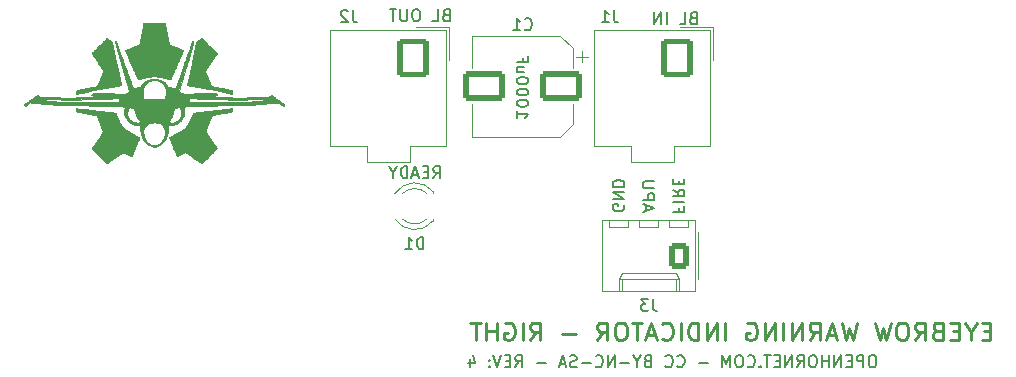
<source format=gbr>
%TF.GenerationSoftware,KiCad,Pcbnew,(6.0.9)*%
%TF.CreationDate,2023-01-27T19:59:26-09:00*%
%TF.ProjectId,EYEBROW WARNING INDICATOR_RIGHT,45594542-524f-4572-9057-41524e494e47,rev?*%
%TF.SameCoordinates,Original*%
%TF.FileFunction,Legend,Bot*%
%TF.FilePolarity,Positive*%
%FSLAX46Y46*%
G04 Gerber Fmt 4.6, Leading zero omitted, Abs format (unit mm)*
G04 Created by KiCad (PCBNEW (6.0.9)) date 2023-01-27 19:59:26*
%MOMM*%
%LPD*%
G01*
G04 APERTURE LIST*
G04 Aperture macros list*
%AMRoundRect*
0 Rectangle with rounded corners*
0 $1 Rounding radius*
0 $2 $3 $4 $5 $6 $7 $8 $9 X,Y pos of 4 corners*
0 Add a 4 corners polygon primitive as box body*
4,1,4,$2,$3,$4,$5,$6,$7,$8,$9,$2,$3,0*
0 Add four circle primitives for the rounded corners*
1,1,$1+$1,$2,$3*
1,1,$1+$1,$4,$5*
1,1,$1+$1,$6,$7*
1,1,$1+$1,$8,$9*
0 Add four rect primitives between the rounded corners*
20,1,$1+$1,$2,$3,$4,$5,0*
20,1,$1+$1,$4,$5,$6,$7,0*
20,1,$1+$1,$6,$7,$8,$9,0*
20,1,$1+$1,$8,$9,$2,$3,0*%
G04 Aperture macros list end*
%ADD10C,0.150000*%
%ADD11C,0.250000*%
%ADD12C,0.120000*%
%ADD13C,0.010000*%
%ADD14RoundRect,0.250000X1.500000X1.000000X-1.500000X1.000000X-1.500000X-1.000000X1.500000X-1.000000X0*%
%ADD15RoundRect,0.250001X1.099999X1.399999X-1.099999X1.399999X-1.099999X-1.399999X1.099999X-1.399999X0*%
%ADD16O,2.700000X3.300000*%
%ADD17RoundRect,0.250000X0.620000X0.845000X-0.620000X0.845000X-0.620000X-0.845000X0.620000X-0.845000X0*%
%ADD18O,1.740000X2.190000*%
%ADD19C,1.700000*%
%ADD20R,1.800000X1.800000*%
%ADD21C,1.800000*%
%ADD22C,2.500000*%
G04 APERTURE END LIST*
D10*
X140759049Y-83054576D02*
X141092382Y-82578386D01*
X141330477Y-83054576D02*
X141330477Y-82054576D01*
X140949525Y-82054576D01*
X140854287Y-82102196D01*
X140806668Y-82149815D01*
X140759049Y-82245053D01*
X140759049Y-82387910D01*
X140806668Y-82483148D01*
X140854287Y-82530767D01*
X140949525Y-82578386D01*
X141330477Y-82578386D01*
X140330477Y-82530767D02*
X139997144Y-82530767D01*
X139854287Y-83054576D02*
X140330477Y-83054576D01*
X140330477Y-82054576D01*
X139854287Y-82054576D01*
X139473334Y-82768862D02*
X138997144Y-82768862D01*
X139568572Y-83054576D02*
X139235239Y-82054576D01*
X138901906Y-83054576D01*
X138568572Y-83054576D02*
X138568572Y-82054576D01*
X138330477Y-82054576D01*
X138187620Y-82102196D01*
X138092382Y-82197434D01*
X138044763Y-82292672D01*
X137997144Y-82483148D01*
X137997144Y-82626005D01*
X138044763Y-82816481D01*
X138092382Y-82911719D01*
X138187620Y-83006957D01*
X138330477Y-83054576D01*
X138568572Y-83054576D01*
X137378096Y-82578386D02*
X137378096Y-83054576D01*
X137711429Y-82054576D02*
X137378096Y-82578386D01*
X137044763Y-82054576D01*
X147806668Y-77376005D02*
X147806668Y-77947434D01*
X147806668Y-77661719D02*
X148806668Y-77661719D01*
X148663810Y-77756957D01*
X148568572Y-77852196D01*
X148520953Y-77947434D01*
X148806668Y-76756957D02*
X148806668Y-76661719D01*
X148759049Y-76566481D01*
X148711429Y-76518862D01*
X148616191Y-76471243D01*
X148425715Y-76423624D01*
X148187620Y-76423624D01*
X147997144Y-76471243D01*
X147901906Y-76518862D01*
X147854287Y-76566481D01*
X147806668Y-76661719D01*
X147806668Y-76756957D01*
X147854287Y-76852196D01*
X147901906Y-76899815D01*
X147997144Y-76947434D01*
X148187620Y-76995053D01*
X148425715Y-76995053D01*
X148616191Y-76947434D01*
X148711429Y-76899815D01*
X148759049Y-76852196D01*
X148806668Y-76756957D01*
X148806668Y-75804576D02*
X148806668Y-75709338D01*
X148759049Y-75614100D01*
X148711429Y-75566481D01*
X148616191Y-75518862D01*
X148425715Y-75471243D01*
X148187620Y-75471243D01*
X147997144Y-75518862D01*
X147901906Y-75566481D01*
X147854287Y-75614100D01*
X147806668Y-75709338D01*
X147806668Y-75804576D01*
X147854287Y-75899815D01*
X147901906Y-75947434D01*
X147997144Y-75995053D01*
X148187620Y-76042672D01*
X148425715Y-76042672D01*
X148616191Y-75995053D01*
X148711429Y-75947434D01*
X148759049Y-75899815D01*
X148806668Y-75804576D01*
X148806668Y-74852196D02*
X148806668Y-74756957D01*
X148759049Y-74661719D01*
X148711429Y-74614100D01*
X148616191Y-74566481D01*
X148425715Y-74518862D01*
X148187620Y-74518862D01*
X147997144Y-74566481D01*
X147901906Y-74614100D01*
X147854287Y-74661719D01*
X147806668Y-74756957D01*
X147806668Y-74852196D01*
X147854287Y-74947434D01*
X147901906Y-74995053D01*
X147997144Y-75042672D01*
X148187620Y-75090291D01*
X148425715Y-75090291D01*
X148616191Y-75042672D01*
X148711429Y-74995053D01*
X148759049Y-74947434D01*
X148806668Y-74852196D01*
X148473334Y-73661719D02*
X147806668Y-73661719D01*
X148473334Y-74090291D02*
X147949525Y-74090291D01*
X147854287Y-74042672D01*
X147806668Y-73947434D01*
X147806668Y-73804576D01*
X147854287Y-73709338D01*
X147901906Y-73661719D01*
X148330477Y-72852196D02*
X148330477Y-73185529D01*
X147806668Y-73185529D02*
X148806668Y-73185529D01*
X148806668Y-72709338D01*
X178032858Y-98054576D02*
X177842382Y-98054576D01*
X177747144Y-98102196D01*
X177651906Y-98197434D01*
X177604287Y-98387910D01*
X177604287Y-98721243D01*
X177651906Y-98911719D01*
X177747144Y-99006957D01*
X177842382Y-99054576D01*
X178032858Y-99054576D01*
X178128096Y-99006957D01*
X178223334Y-98911719D01*
X178270953Y-98721243D01*
X178270953Y-98387910D01*
X178223334Y-98197434D01*
X178128096Y-98102196D01*
X178032858Y-98054576D01*
X177175715Y-99054576D02*
X177175715Y-98054576D01*
X176794763Y-98054576D01*
X176699525Y-98102196D01*
X176651906Y-98149815D01*
X176604287Y-98245053D01*
X176604287Y-98387910D01*
X176651906Y-98483148D01*
X176699525Y-98530767D01*
X176794763Y-98578386D01*
X177175715Y-98578386D01*
X176175715Y-98530767D02*
X175842382Y-98530767D01*
X175699525Y-99054576D02*
X176175715Y-99054576D01*
X176175715Y-98054576D01*
X175699525Y-98054576D01*
X175270953Y-99054576D02*
X175270953Y-98054576D01*
X174699525Y-99054576D01*
X174699525Y-98054576D01*
X174223334Y-99054576D02*
X174223334Y-98054576D01*
X174223334Y-98530767D02*
X173651906Y-98530767D01*
X173651906Y-99054576D02*
X173651906Y-98054576D01*
X172985239Y-98054576D02*
X172794763Y-98054576D01*
X172699525Y-98102196D01*
X172604287Y-98197434D01*
X172556668Y-98387910D01*
X172556668Y-98721243D01*
X172604287Y-98911719D01*
X172699525Y-99006957D01*
X172794763Y-99054576D01*
X172985239Y-99054576D01*
X173080477Y-99006957D01*
X173175715Y-98911719D01*
X173223334Y-98721243D01*
X173223334Y-98387910D01*
X173175715Y-98197434D01*
X173080477Y-98102196D01*
X172985239Y-98054576D01*
X171556668Y-99054576D02*
X171890001Y-98578386D01*
X172128096Y-99054576D02*
X172128096Y-98054576D01*
X171747144Y-98054576D01*
X171651906Y-98102196D01*
X171604287Y-98149815D01*
X171556668Y-98245053D01*
X171556668Y-98387910D01*
X171604287Y-98483148D01*
X171651906Y-98530767D01*
X171747144Y-98578386D01*
X172128096Y-98578386D01*
X171128096Y-99054576D02*
X171128096Y-98054576D01*
X170556668Y-99054576D01*
X170556668Y-98054576D01*
X170080477Y-98530767D02*
X169747144Y-98530767D01*
X169604287Y-99054576D02*
X170080477Y-99054576D01*
X170080477Y-98054576D01*
X169604287Y-98054576D01*
X169318572Y-98054576D02*
X168747144Y-98054576D01*
X169032858Y-99054576D02*
X169032858Y-98054576D01*
X168413810Y-98959338D02*
X168366191Y-99006957D01*
X168413810Y-99054576D01*
X168461429Y-99006957D01*
X168413810Y-98959338D01*
X168413810Y-99054576D01*
X167366191Y-98959338D02*
X167413810Y-99006957D01*
X167556668Y-99054576D01*
X167651906Y-99054576D01*
X167794763Y-99006957D01*
X167890001Y-98911719D01*
X167937620Y-98816481D01*
X167985239Y-98626005D01*
X167985239Y-98483148D01*
X167937620Y-98292672D01*
X167890001Y-98197434D01*
X167794763Y-98102196D01*
X167651906Y-98054576D01*
X167556668Y-98054576D01*
X167413810Y-98102196D01*
X167366191Y-98149815D01*
X166747144Y-98054576D02*
X166556668Y-98054576D01*
X166461429Y-98102196D01*
X166366191Y-98197434D01*
X166318572Y-98387910D01*
X166318572Y-98721243D01*
X166366191Y-98911719D01*
X166461429Y-99006957D01*
X166556668Y-99054576D01*
X166747144Y-99054576D01*
X166842382Y-99006957D01*
X166937620Y-98911719D01*
X166985239Y-98721243D01*
X166985239Y-98387910D01*
X166937620Y-98197434D01*
X166842382Y-98102196D01*
X166747144Y-98054576D01*
X165890001Y-99054576D02*
X165890001Y-98054576D01*
X165556668Y-98768862D01*
X165223334Y-98054576D01*
X165223334Y-99054576D01*
X163985239Y-98673624D02*
X163223334Y-98673624D01*
X161413810Y-98959338D02*
X161461429Y-99006957D01*
X161604287Y-99054576D01*
X161699525Y-99054576D01*
X161842382Y-99006957D01*
X161937620Y-98911719D01*
X161985239Y-98816481D01*
X162032858Y-98626005D01*
X162032858Y-98483148D01*
X161985239Y-98292672D01*
X161937620Y-98197434D01*
X161842382Y-98102196D01*
X161699525Y-98054576D01*
X161604287Y-98054576D01*
X161461429Y-98102196D01*
X161413810Y-98149815D01*
X160413810Y-98959338D02*
X160461429Y-99006957D01*
X160604287Y-99054576D01*
X160699525Y-99054576D01*
X160842382Y-99006957D01*
X160937620Y-98911719D01*
X160985239Y-98816481D01*
X161032858Y-98626005D01*
X161032858Y-98483148D01*
X160985239Y-98292672D01*
X160937620Y-98197434D01*
X160842382Y-98102196D01*
X160699525Y-98054576D01*
X160604287Y-98054576D01*
X160461429Y-98102196D01*
X160413810Y-98149815D01*
X158890001Y-98530767D02*
X158747144Y-98578386D01*
X158699525Y-98626005D01*
X158651906Y-98721243D01*
X158651906Y-98864100D01*
X158699525Y-98959338D01*
X158747144Y-99006957D01*
X158842382Y-99054576D01*
X159223334Y-99054576D01*
X159223334Y-98054576D01*
X158890001Y-98054576D01*
X158794763Y-98102196D01*
X158747144Y-98149815D01*
X158699525Y-98245053D01*
X158699525Y-98340291D01*
X158747144Y-98435529D01*
X158794763Y-98483148D01*
X158890001Y-98530767D01*
X159223334Y-98530767D01*
X158032858Y-98578386D02*
X158032858Y-99054576D01*
X158366191Y-98054576D02*
X158032858Y-98578386D01*
X157699525Y-98054576D01*
X157366191Y-98673624D02*
X156604287Y-98673624D01*
X156128096Y-99054576D02*
X156128096Y-98054576D01*
X155556668Y-99054576D01*
X155556668Y-98054576D01*
X154509049Y-98959338D02*
X154556668Y-99006957D01*
X154699525Y-99054576D01*
X154794763Y-99054576D01*
X154937620Y-99006957D01*
X155032858Y-98911719D01*
X155080477Y-98816481D01*
X155128096Y-98626005D01*
X155128096Y-98483148D01*
X155080477Y-98292672D01*
X155032858Y-98197434D01*
X154937620Y-98102196D01*
X154794763Y-98054576D01*
X154699525Y-98054576D01*
X154556668Y-98102196D01*
X154509049Y-98149815D01*
X154080477Y-98673624D02*
X153318572Y-98673624D01*
X152890001Y-99006957D02*
X152747144Y-99054576D01*
X152509049Y-99054576D01*
X152413810Y-99006957D01*
X152366191Y-98959338D01*
X152318572Y-98864100D01*
X152318572Y-98768862D01*
X152366191Y-98673624D01*
X152413810Y-98626005D01*
X152509049Y-98578386D01*
X152699525Y-98530767D01*
X152794763Y-98483148D01*
X152842382Y-98435529D01*
X152890001Y-98340291D01*
X152890001Y-98245053D01*
X152842382Y-98149815D01*
X152794763Y-98102196D01*
X152699525Y-98054576D01*
X152461429Y-98054576D01*
X152318572Y-98102196D01*
X151937620Y-98768862D02*
X151461429Y-98768862D01*
X152032858Y-99054576D02*
X151699525Y-98054576D01*
X151366191Y-99054576D01*
X150270953Y-98673624D02*
X149509049Y-98673624D01*
X147699525Y-99054576D02*
X148032858Y-98578386D01*
X148270953Y-99054576D02*
X148270953Y-98054576D01*
X147890001Y-98054576D01*
X147794763Y-98102196D01*
X147747144Y-98149815D01*
X147699525Y-98245053D01*
X147699525Y-98387910D01*
X147747144Y-98483148D01*
X147794763Y-98530767D01*
X147890001Y-98578386D01*
X148270953Y-98578386D01*
X147270953Y-98530767D02*
X146937620Y-98530767D01*
X146794763Y-99054576D02*
X147270953Y-99054576D01*
X147270953Y-98054576D01*
X146794763Y-98054576D01*
X146509049Y-98054576D02*
X146175715Y-99054576D01*
X145842382Y-98054576D01*
X145509049Y-98959338D02*
X145461429Y-99006957D01*
X145509049Y-99054576D01*
X145556668Y-99006957D01*
X145509049Y-98959338D01*
X145509049Y-99054576D01*
X145509049Y-98435529D02*
X145461429Y-98483148D01*
X145509049Y-98530767D01*
X145556668Y-98483148D01*
X145509049Y-98435529D01*
X145509049Y-98530767D01*
X143842382Y-98387910D02*
X143842382Y-99054576D01*
X144080477Y-98006957D02*
X144318572Y-98721243D01*
X143699525Y-98721243D01*
D11*
X187901906Y-95995053D02*
X187401906Y-95995053D01*
X187187620Y-96780767D02*
X187901906Y-96780767D01*
X187901906Y-95280767D01*
X187187620Y-95280767D01*
X186259049Y-96066481D02*
X186259049Y-96780767D01*
X186759049Y-95280767D02*
X186259049Y-96066481D01*
X185759049Y-95280767D01*
X185259049Y-95995053D02*
X184759049Y-95995053D01*
X184544763Y-96780767D02*
X185259049Y-96780767D01*
X185259049Y-95280767D01*
X184544763Y-95280767D01*
X183401906Y-95995053D02*
X183187620Y-96066481D01*
X183116191Y-96137910D01*
X183044763Y-96280767D01*
X183044763Y-96495053D01*
X183116191Y-96637910D01*
X183187620Y-96709338D01*
X183330477Y-96780767D01*
X183901906Y-96780767D01*
X183901906Y-95280767D01*
X183401906Y-95280767D01*
X183259049Y-95352196D01*
X183187620Y-95423624D01*
X183116191Y-95566481D01*
X183116191Y-95709338D01*
X183187620Y-95852196D01*
X183259049Y-95923624D01*
X183401906Y-95995053D01*
X183901906Y-95995053D01*
X181544763Y-96780767D02*
X182044763Y-96066481D01*
X182401906Y-96780767D02*
X182401906Y-95280767D01*
X181830477Y-95280767D01*
X181687620Y-95352196D01*
X181616191Y-95423624D01*
X181544763Y-95566481D01*
X181544763Y-95780767D01*
X181616191Y-95923624D01*
X181687620Y-95995053D01*
X181830477Y-96066481D01*
X182401906Y-96066481D01*
X180616191Y-95280767D02*
X180330477Y-95280767D01*
X180187620Y-95352196D01*
X180044763Y-95495053D01*
X179973334Y-95780767D01*
X179973334Y-96280767D01*
X180044763Y-96566481D01*
X180187620Y-96709338D01*
X180330477Y-96780767D01*
X180616191Y-96780767D01*
X180759049Y-96709338D01*
X180901906Y-96566481D01*
X180973334Y-96280767D01*
X180973334Y-95780767D01*
X180901906Y-95495053D01*
X180759049Y-95352196D01*
X180616191Y-95280767D01*
X179473334Y-95280767D02*
X179116191Y-96780767D01*
X178830477Y-95709338D01*
X178544763Y-96780767D01*
X178187620Y-95280767D01*
X176616191Y-95280767D02*
X176259049Y-96780767D01*
X175973334Y-95709338D01*
X175687620Y-96780767D01*
X175330477Y-95280767D01*
X174830477Y-96352196D02*
X174116191Y-96352196D01*
X174973334Y-96780767D02*
X174473334Y-95280767D01*
X173973334Y-96780767D01*
X172616191Y-96780767D02*
X173116191Y-96066481D01*
X173473334Y-96780767D02*
X173473334Y-95280767D01*
X172901906Y-95280767D01*
X172759049Y-95352196D01*
X172687620Y-95423624D01*
X172616191Y-95566481D01*
X172616191Y-95780767D01*
X172687620Y-95923624D01*
X172759049Y-95995053D01*
X172901906Y-96066481D01*
X173473334Y-96066481D01*
X171973334Y-96780767D02*
X171973334Y-95280767D01*
X171116191Y-96780767D01*
X171116191Y-95280767D01*
X170401906Y-96780767D02*
X170401906Y-95280767D01*
X169687620Y-96780767D02*
X169687620Y-95280767D01*
X168830477Y-96780767D01*
X168830477Y-95280767D01*
X167330477Y-95352196D02*
X167473334Y-95280767D01*
X167687620Y-95280767D01*
X167901906Y-95352196D01*
X168044763Y-95495053D01*
X168116191Y-95637910D01*
X168187620Y-95923624D01*
X168187620Y-96137910D01*
X168116191Y-96423624D01*
X168044763Y-96566481D01*
X167901906Y-96709338D01*
X167687620Y-96780767D01*
X167544763Y-96780767D01*
X167330477Y-96709338D01*
X167259049Y-96637910D01*
X167259049Y-96137910D01*
X167544763Y-96137910D01*
X165473334Y-96780767D02*
X165473334Y-95280767D01*
X164759049Y-96780767D02*
X164759049Y-95280767D01*
X163901906Y-96780767D01*
X163901906Y-95280767D01*
X163187620Y-96780767D02*
X163187620Y-95280767D01*
X162830477Y-95280767D01*
X162616191Y-95352196D01*
X162473334Y-95495053D01*
X162401906Y-95637910D01*
X162330477Y-95923624D01*
X162330477Y-96137910D01*
X162401906Y-96423624D01*
X162473334Y-96566481D01*
X162616191Y-96709338D01*
X162830477Y-96780767D01*
X163187620Y-96780767D01*
X161687620Y-96780767D02*
X161687620Y-95280767D01*
X160116191Y-96637910D02*
X160187620Y-96709338D01*
X160401906Y-96780767D01*
X160544763Y-96780767D01*
X160759049Y-96709338D01*
X160901906Y-96566481D01*
X160973334Y-96423624D01*
X161044763Y-96137910D01*
X161044763Y-95923624D01*
X160973334Y-95637910D01*
X160901906Y-95495053D01*
X160759049Y-95352196D01*
X160544763Y-95280767D01*
X160401906Y-95280767D01*
X160187620Y-95352196D01*
X160116191Y-95423624D01*
X159544763Y-96352196D02*
X158830477Y-96352196D01*
X159687620Y-96780767D02*
X159187620Y-95280767D01*
X158687620Y-96780767D01*
X158401906Y-95280767D02*
X157544763Y-95280767D01*
X157973334Y-96780767D02*
X157973334Y-95280767D01*
X156759049Y-95280767D02*
X156473334Y-95280767D01*
X156330477Y-95352196D01*
X156187620Y-95495053D01*
X156116191Y-95780767D01*
X156116191Y-96280767D01*
X156187620Y-96566481D01*
X156330477Y-96709338D01*
X156473334Y-96780767D01*
X156759049Y-96780767D01*
X156901906Y-96709338D01*
X157044763Y-96566481D01*
X157116191Y-96280767D01*
X157116191Y-95780767D01*
X157044763Y-95495053D01*
X156901906Y-95352196D01*
X156759049Y-95280767D01*
X154616191Y-96780767D02*
X155116191Y-96066481D01*
X155473334Y-96780767D02*
X155473334Y-95280767D01*
X154901906Y-95280767D01*
X154759049Y-95352196D01*
X154687620Y-95423624D01*
X154616191Y-95566481D01*
X154616191Y-95780767D01*
X154687620Y-95923624D01*
X154759049Y-95995053D01*
X154901906Y-96066481D01*
X155473334Y-96066481D01*
X152830477Y-96209338D02*
X151687620Y-96209338D01*
X148973334Y-96780767D02*
X149473334Y-96066481D01*
X149830477Y-96780767D02*
X149830477Y-95280767D01*
X149259049Y-95280767D01*
X149116191Y-95352196D01*
X149044763Y-95423624D01*
X148973334Y-95566481D01*
X148973334Y-95780767D01*
X149044763Y-95923624D01*
X149116191Y-95995053D01*
X149259049Y-96066481D01*
X149830477Y-96066481D01*
X148330477Y-96780767D02*
X148330477Y-95280767D01*
X146830477Y-95352196D02*
X146973334Y-95280767D01*
X147187620Y-95280767D01*
X147401906Y-95352196D01*
X147544763Y-95495053D01*
X147616191Y-95637910D01*
X147687620Y-95923624D01*
X147687620Y-96137910D01*
X147616191Y-96423624D01*
X147544763Y-96566481D01*
X147401906Y-96709338D01*
X147187620Y-96780767D01*
X147044763Y-96780767D01*
X146830477Y-96709338D01*
X146759049Y-96637910D01*
X146759049Y-96137910D01*
X147044763Y-96137910D01*
X146116191Y-96780767D02*
X146116191Y-95280767D01*
X146116191Y-95995053D02*
X145259049Y-95995053D01*
X145259049Y-96780767D02*
X145259049Y-95280767D01*
X144759049Y-95280767D02*
X143901906Y-95280767D01*
X144330477Y-96780767D02*
X144330477Y-95280767D01*
D10*
X161539228Y-85590762D02*
X161539228Y-85924095D01*
X161015419Y-85924095D02*
X162015419Y-85924095D01*
X162015419Y-85447904D01*
X161015419Y-85066952D02*
X162015419Y-85066952D01*
X161015419Y-84019333D02*
X161491609Y-84352666D01*
X161015419Y-84590762D02*
X162015419Y-84590762D01*
X162015419Y-84209809D01*
X161967800Y-84114571D01*
X161920180Y-84066952D01*
X161824942Y-84019333D01*
X161682085Y-84019333D01*
X161586847Y-84066952D01*
X161539228Y-84114571D01*
X161491609Y-84209809D01*
X161491609Y-84590762D01*
X161539228Y-83590762D02*
X161539228Y-83257428D01*
X161015419Y-83114571D02*
X161015419Y-83590762D01*
X162015419Y-83590762D01*
X162015419Y-83114571D01*
X158761133Y-85805047D02*
X158761133Y-85328857D01*
X158475419Y-85900285D02*
X159475419Y-85566952D01*
X158475419Y-85233619D01*
X158475419Y-84900285D02*
X159475419Y-84900285D01*
X159475419Y-84519333D01*
X159427800Y-84424095D01*
X159380180Y-84376476D01*
X159284942Y-84328857D01*
X159142085Y-84328857D01*
X159046847Y-84376476D01*
X158999228Y-84424095D01*
X158951609Y-84519333D01*
X158951609Y-84900285D01*
X159475419Y-83900285D02*
X158665895Y-83900285D01*
X158570657Y-83852666D01*
X158523038Y-83805047D01*
X158475419Y-83709809D01*
X158475419Y-83519333D01*
X158523038Y-83424095D01*
X158570657Y-83376476D01*
X158665895Y-83328857D01*
X159475419Y-83328857D01*
X156887800Y-85305047D02*
X156935419Y-85400285D01*
X156935419Y-85543143D01*
X156887800Y-85686000D01*
X156792561Y-85781238D01*
X156697323Y-85828857D01*
X156506847Y-85876476D01*
X156363990Y-85876476D01*
X156173514Y-85828857D01*
X156078276Y-85781238D01*
X155983038Y-85686000D01*
X155935419Y-85543143D01*
X155935419Y-85447904D01*
X155983038Y-85305047D01*
X156030657Y-85257428D01*
X156363990Y-85257428D01*
X156363990Y-85447904D01*
X155935419Y-84828857D02*
X156935419Y-84828857D01*
X155935419Y-84257428D01*
X156935419Y-84257428D01*
X155935419Y-83781238D02*
X156935419Y-83781238D01*
X156935419Y-83543143D01*
X156887800Y-83400285D01*
X156792561Y-83305047D01*
X156697323Y-83257428D01*
X156506847Y-83209809D01*
X156363990Y-83209809D01*
X156173514Y-83257428D01*
X156078276Y-83305047D01*
X155983038Y-83400285D01*
X155935419Y-83543143D01*
X155935419Y-83781238D01*
%TO.C,C1*%
X148489966Y-70429286D02*
X148537585Y-70476905D01*
X148680442Y-70524524D01*
X148775680Y-70524524D01*
X148918538Y-70476905D01*
X149013776Y-70381667D01*
X149061395Y-70286429D01*
X149109014Y-70095953D01*
X149109014Y-69953096D01*
X149061395Y-69762620D01*
X149013776Y-69667382D01*
X148918538Y-69572144D01*
X148775680Y-69524524D01*
X148680442Y-69524524D01*
X148537585Y-69572144D01*
X148489966Y-69619763D01*
X147537585Y-70524524D02*
X148109014Y-70524524D01*
X147823300Y-70524524D02*
X147823300Y-69524524D01*
X147918538Y-69667382D01*
X148013776Y-69762620D01*
X148109014Y-69810239D01*
%TO.C,J2*%
X133924633Y-68846524D02*
X133924633Y-69560810D01*
X133972252Y-69703667D01*
X134067490Y-69798905D01*
X134210347Y-69846524D01*
X134305585Y-69846524D01*
X133496061Y-68941763D02*
X133448442Y-68894144D01*
X133353204Y-68846524D01*
X133115109Y-68846524D01*
X133019871Y-68894144D01*
X132972252Y-68941763D01*
X132924633Y-69037001D01*
X132924633Y-69132239D01*
X132972252Y-69275096D01*
X133543680Y-69846524D01*
X132924633Y-69846524D01*
X141830157Y-69231714D02*
X141687300Y-69279333D01*
X141639680Y-69326952D01*
X141592061Y-69422190D01*
X141592061Y-69565047D01*
X141639680Y-69660285D01*
X141687300Y-69707904D01*
X141782538Y-69755523D01*
X142163490Y-69755523D01*
X142163490Y-68755523D01*
X141830157Y-68755523D01*
X141734919Y-68803143D01*
X141687300Y-68850762D01*
X141639680Y-68946000D01*
X141639680Y-69041238D01*
X141687300Y-69136476D01*
X141734919Y-69184095D01*
X141830157Y-69231714D01*
X142163490Y-69231714D01*
X140687300Y-69755523D02*
X141163490Y-69755523D01*
X141163490Y-68755523D01*
X139401585Y-68755523D02*
X139211109Y-68755523D01*
X139115871Y-68803143D01*
X139020633Y-68898381D01*
X138973014Y-69088857D01*
X138973014Y-69422190D01*
X139020633Y-69612666D01*
X139115871Y-69707904D01*
X139211109Y-69755523D01*
X139401585Y-69755523D01*
X139496823Y-69707904D01*
X139592061Y-69612666D01*
X139639680Y-69422190D01*
X139639680Y-69088857D01*
X139592061Y-68898381D01*
X139496823Y-68803143D01*
X139401585Y-68755523D01*
X138544442Y-68755523D02*
X138544442Y-69565047D01*
X138496823Y-69660285D01*
X138449204Y-69707904D01*
X138353966Y-69755523D01*
X138163490Y-69755523D01*
X138068252Y-69707904D01*
X138020633Y-69660285D01*
X137973014Y-69565047D01*
X137973014Y-68755523D01*
X137639680Y-68755523D02*
X137068252Y-68755523D01*
X137353966Y-69755523D02*
X137353966Y-68755523D01*
%TO.C,J1*%
X156022633Y-68846524D02*
X156022633Y-69560810D01*
X156070252Y-69703667D01*
X156165490Y-69798905D01*
X156308347Y-69846524D01*
X156403585Y-69846524D01*
X155022633Y-69846524D02*
X155594061Y-69846524D01*
X155308347Y-69846524D02*
X155308347Y-68846524D01*
X155403585Y-68989382D01*
X155498823Y-69084620D01*
X155594061Y-69132239D01*
X162753490Y-69485714D02*
X162610633Y-69533333D01*
X162563014Y-69580952D01*
X162515395Y-69676190D01*
X162515395Y-69819047D01*
X162563014Y-69914285D01*
X162610633Y-69961904D01*
X162705871Y-70009523D01*
X163086823Y-70009523D01*
X163086823Y-69009523D01*
X162753490Y-69009523D01*
X162658252Y-69057143D01*
X162610633Y-69104762D01*
X162563014Y-69200000D01*
X162563014Y-69295238D01*
X162610633Y-69390476D01*
X162658252Y-69438095D01*
X162753490Y-69485714D01*
X163086823Y-69485714D01*
X161610633Y-70009523D02*
X162086823Y-70009523D01*
X162086823Y-69009523D01*
X160515395Y-70009523D02*
X160515395Y-69009523D01*
X160039204Y-70009523D02*
X160039204Y-69009523D01*
X159467776Y-70009523D01*
X159467776Y-69009523D01*
%TO.C,J3*%
X159342382Y-93304576D02*
X159342382Y-94018862D01*
X159390001Y-94161719D01*
X159485239Y-94256957D01*
X159628096Y-94304576D01*
X159723334Y-94304576D01*
X158961429Y-93304576D02*
X158342382Y-93304576D01*
X158675715Y-93685529D01*
X158532858Y-93685529D01*
X158437620Y-93733148D01*
X158390001Y-93780767D01*
X158342382Y-93876005D01*
X158342382Y-94114100D01*
X158390001Y-94209338D01*
X158437620Y-94256957D01*
X158532858Y-94304576D01*
X158818572Y-94304576D01*
X158913810Y-94256957D01*
X158961429Y-94209338D01*
%TO.C,D1*%
X139917395Y-89059523D02*
X139917395Y-88059523D01*
X139679300Y-88059523D01*
X139536442Y-88107143D01*
X139441204Y-88202381D01*
X139393585Y-88297619D01*
X139345966Y-88488095D01*
X139345966Y-88630952D01*
X139393585Y-88821428D01*
X139441204Y-88916666D01*
X139536442Y-89011904D01*
X139679300Y-89059523D01*
X139917395Y-89059523D01*
X138393585Y-89059523D02*
X138965014Y-89059523D01*
X138679300Y-89059523D02*
X138679300Y-88059523D01*
X138774538Y-88202381D01*
X138869776Y-88297619D01*
X138965014Y-88345238D01*
D12*
%TO.C,C1*%
X152583300Y-78467707D02*
X152583300Y-76782144D01*
X151518863Y-79532144D02*
X144063300Y-79532144D01*
X152583300Y-78467707D02*
X151518863Y-79532144D01*
X153323300Y-72262144D02*
X153323300Y-73262144D01*
X144063300Y-71012144D02*
X144063300Y-73762144D01*
X152583300Y-72076581D02*
X151518863Y-71012144D01*
X144063300Y-79532144D02*
X144063300Y-76782144D01*
X153823300Y-72762144D02*
X152823300Y-72762144D01*
X151518863Y-71012144D02*
X144063300Y-71012144D01*
X152583300Y-72076581D02*
X152583300Y-73762144D01*
%TO.C,J2*%
X135151300Y-81704144D02*
X136961300Y-81704144D01*
X132051300Y-70484144D02*
X132051300Y-80304144D01*
X138771300Y-81704144D02*
X136961300Y-81704144D01*
X138771300Y-80304144D02*
X138771300Y-81704144D01*
X141871300Y-70484144D02*
X141871300Y-80304144D01*
X135151300Y-80304144D02*
X135151300Y-81704144D01*
X139261300Y-70244144D02*
X142111300Y-70244144D01*
X142111300Y-70244144D02*
X142111300Y-73094144D01*
X141871300Y-80304144D02*
X138771300Y-80304144D01*
X132051300Y-80304144D02*
X135151300Y-80304144D01*
X136961300Y-70484144D02*
X141871300Y-70484144D01*
X136961300Y-70484144D02*
X132051300Y-70484144D01*
%TO.C,J1*%
X157503300Y-81704144D02*
X159313300Y-81704144D01*
X154403300Y-70484144D02*
X154403300Y-80304144D01*
X161123300Y-81704144D02*
X159313300Y-81704144D01*
X161123300Y-80304144D02*
X161123300Y-81704144D01*
X164223300Y-70484144D02*
X164223300Y-80304144D01*
X157503300Y-80304144D02*
X157503300Y-81704144D01*
X161613300Y-70244144D02*
X164463300Y-70244144D01*
X164463300Y-70244144D02*
X164463300Y-73094144D01*
X164223300Y-80304144D02*
X161123300Y-80304144D01*
X154403300Y-80304144D02*
X157503300Y-80304144D01*
X159313300Y-70484144D02*
X164223300Y-70484144D01*
X159313300Y-70484144D02*
X154403300Y-70484144D01*
%TO.C,J3*%
X156451300Y-91613143D02*
X156451300Y-92613143D01*
X157251300Y-87193143D02*
X155651300Y-87193143D01*
X159791300Y-87193143D02*
X158191300Y-87193143D01*
X161531300Y-91613143D02*
X156451300Y-91613143D01*
X163201300Y-87623143D02*
X163201300Y-91623143D01*
X157251300Y-86593143D02*
X157251300Y-87193143D01*
X162911300Y-86593143D02*
X162911300Y-92613143D01*
X161531300Y-91613143D02*
X161281300Y-91083143D01*
X161281300Y-91083143D02*
X156701300Y-91083143D01*
X155651300Y-87193143D02*
X155651300Y-86593143D01*
X159791300Y-86593143D02*
X159791300Y-87193143D01*
X156701300Y-92613143D02*
X156701300Y-91613143D01*
X155071300Y-86593143D02*
X162911300Y-86593143D01*
X156701300Y-91083143D02*
X156451300Y-91613143D01*
X161281300Y-92613143D02*
X161281300Y-91613143D01*
X162331300Y-87193143D02*
X160731300Y-87193143D01*
X162911300Y-92613143D02*
X155071300Y-92613143D01*
X162331300Y-86593143D02*
X162331300Y-87193143D01*
X158191300Y-87193143D02*
X158191300Y-86593143D01*
X160731300Y-87193143D02*
X160731300Y-86593143D01*
X155071300Y-92613143D02*
X155071300Y-86593143D01*
X161531300Y-92613143D02*
X161531300Y-91613143D01*
%TO.C,D1*%
X140739300Y-84196143D02*
X140739300Y-84352143D01*
X140739300Y-86512143D02*
X140739300Y-86668143D01*
X140220261Y-84352143D02*
G75*
G03*
X138138170Y-84352306I-1040961J-1080000D01*
G01*
X137506965Y-86510751D02*
G75*
G03*
X140739300Y-86667659I1672335J1078608D01*
G01*
X138138170Y-86511980D02*
G75*
G03*
X140220261Y-86512143I1041130J1079837D01*
G01*
X140739300Y-84196627D02*
G75*
G03*
X137506965Y-84353535I-1560000J-1235516D01*
G01*
%TO.C,G\u002A\u002A\u002A*%
G36*
X123711600Y-77144708D02*
G01*
X123717002Y-77148209D01*
X123720352Y-77157492D01*
X123722133Y-77175346D01*
X123722825Y-77204557D01*
X123722908Y-77247913D01*
X123722640Y-77280169D01*
X123720807Y-77323222D01*
X123716525Y-77354362D01*
X123708965Y-77376723D01*
X123697299Y-77393440D01*
X123680699Y-77407646D01*
X123679223Y-77408505D01*
X123667186Y-77412748D01*
X123644336Y-77418768D01*
X123610086Y-77426682D01*
X123563850Y-77436607D01*
X123505043Y-77448659D01*
X123433077Y-77462955D01*
X123347367Y-77479613D01*
X123247327Y-77498749D01*
X123132370Y-77520479D01*
X123001910Y-77544922D01*
X122855361Y-77572193D01*
X122809505Y-77580711D01*
X122696656Y-77601741D01*
X122588850Y-77621928D01*
X122487250Y-77641049D01*
X122393014Y-77658882D01*
X122307306Y-77675204D01*
X122231285Y-77689792D01*
X122166112Y-77702425D01*
X122112949Y-77712881D01*
X122072956Y-77720935D01*
X122047294Y-77726367D01*
X122037124Y-77728954D01*
X122035214Y-77730083D01*
X122019544Y-77742988D01*
X122002021Y-77761484D01*
X121998200Y-77767948D01*
X121987838Y-77789660D01*
X121972328Y-77824632D01*
X121952251Y-77871420D01*
X121928186Y-77928577D01*
X121900713Y-77994657D01*
X121870412Y-78068215D01*
X121837864Y-78147804D01*
X121803647Y-78231980D01*
X121768342Y-78319295D01*
X121732529Y-78408304D01*
X121696787Y-78497561D01*
X121661697Y-78585621D01*
X121627839Y-78671037D01*
X121595792Y-78752363D01*
X121566137Y-78828155D01*
X121539453Y-78896965D01*
X121516320Y-78957347D01*
X121497318Y-79007857D01*
X121483028Y-79047048D01*
X121474028Y-79073475D01*
X121470899Y-79085691D01*
X121474281Y-79110069D01*
X121482485Y-79136252D01*
X121482742Y-79136808D01*
X121490298Y-79149460D01*
X121506618Y-79174788D01*
X121530934Y-79211651D01*
X121562478Y-79258909D01*
X121600480Y-79315422D01*
X121644171Y-79380049D01*
X121692784Y-79451651D01*
X121745548Y-79529086D01*
X121801696Y-79611215D01*
X121860458Y-79696897D01*
X121914365Y-79775390D01*
X121974796Y-79863419D01*
X122033541Y-79949027D01*
X122089612Y-80030772D01*
X122142021Y-80107213D01*
X122189779Y-80176907D01*
X122231898Y-80238412D01*
X122267389Y-80290288D01*
X122295266Y-80331093D01*
X122314540Y-80359384D01*
X122318786Y-80365642D01*
X122351848Y-80415247D01*
X122375837Y-80453815D01*
X122391621Y-80483687D01*
X122400069Y-80507203D01*
X122402048Y-80526706D01*
X122398429Y-80544535D01*
X122390078Y-80563034D01*
X122390040Y-80563104D01*
X122382235Y-80572348D01*
X122363412Y-80592485D01*
X122334567Y-80622518D01*
X122296696Y-80661451D01*
X122250796Y-80708287D01*
X122197864Y-80762029D01*
X122138897Y-80821681D01*
X122074890Y-80886246D01*
X122006842Y-80954727D01*
X121935747Y-81026128D01*
X121862605Y-81099453D01*
X121788410Y-81173704D01*
X121714159Y-81247885D01*
X121640850Y-81320999D01*
X121569479Y-81392051D01*
X121501043Y-81460042D01*
X121436537Y-81523977D01*
X121376960Y-81582860D01*
X121323308Y-81635692D01*
X121276576Y-81681478D01*
X121237763Y-81719221D01*
X121207865Y-81747925D01*
X121187878Y-81766593D01*
X121178799Y-81774228D01*
X121177025Y-81775192D01*
X121169296Y-81779188D01*
X121161586Y-81782094D01*
X121153020Y-81783380D01*
X121142724Y-81782515D01*
X121129825Y-81778970D01*
X121113448Y-81772213D01*
X121092720Y-81761714D01*
X121066767Y-81746944D01*
X121034714Y-81727370D01*
X120995687Y-81702463D01*
X120948813Y-81671693D01*
X120893218Y-81634529D01*
X120828027Y-81590440D01*
X120752367Y-81538897D01*
X120665364Y-81479368D01*
X120566144Y-81411324D01*
X120453832Y-81334234D01*
X120432345Y-81319487D01*
X120338299Y-81255018D01*
X120248179Y-81193361D01*
X120162987Y-81135195D01*
X120083726Y-81081199D01*
X120011398Y-81032053D01*
X119947004Y-80988435D01*
X119891547Y-80951024D01*
X119846030Y-80920499D01*
X119811453Y-80897540D01*
X119788820Y-80882825D01*
X119779131Y-80877034D01*
X119770743Y-80874075D01*
X119757799Y-80871060D01*
X119743651Y-80870530D01*
X119726780Y-80873105D01*
X119705667Y-80879409D01*
X119678792Y-80890064D01*
X119644636Y-80905693D01*
X119601679Y-80926919D01*
X119548403Y-80954362D01*
X119483287Y-80988648D01*
X119404813Y-81030397D01*
X119382681Y-81042171D01*
X119317238Y-81076618D01*
X119256416Y-81108102D01*
X119201925Y-81135770D01*
X119155476Y-81158771D01*
X119118780Y-81176255D01*
X119093548Y-81187369D01*
X119081491Y-81191263D01*
X119063634Y-81187881D01*
X119041873Y-81176447D01*
X119040509Y-81174792D01*
X119032104Y-81159376D01*
X119017609Y-81128788D01*
X118997199Y-81083438D01*
X118971047Y-81023732D01*
X118939331Y-80950081D01*
X118902224Y-80862893D01*
X118859902Y-80762575D01*
X118812539Y-80649536D01*
X118760312Y-80524185D01*
X118703395Y-80386930D01*
X118382818Y-79612230D01*
X118420553Y-79592631D01*
X118431111Y-79587026D01*
X118462284Y-79569850D01*
X118504895Y-79545827D01*
X118557492Y-79515809D01*
X118618627Y-79480647D01*
X118686850Y-79441193D01*
X118760711Y-79398297D01*
X118838760Y-79352813D01*
X118919548Y-79305590D01*
X119001625Y-79257480D01*
X119083542Y-79209336D01*
X119163848Y-79162008D01*
X119241094Y-79116347D01*
X119313830Y-79073206D01*
X119380608Y-79033436D01*
X119439976Y-78997887D01*
X119490485Y-78967413D01*
X119530687Y-78942863D01*
X119559130Y-78925090D01*
X119574366Y-78914945D01*
X119575351Y-78914213D01*
X119642869Y-78859202D01*
X119713285Y-78793315D01*
X119783720Y-78719857D01*
X119851298Y-78642137D01*
X119913141Y-78563459D01*
X119966372Y-78487132D01*
X120008114Y-78416461D01*
X120015981Y-78400946D01*
X120032033Y-78367824D01*
X120052833Y-78323778D01*
X120077594Y-78270564D01*
X120105526Y-78209933D01*
X120135841Y-78143641D01*
X120167750Y-78073440D01*
X120200466Y-78001086D01*
X120233200Y-77928330D01*
X120265163Y-77856928D01*
X120295567Y-77788632D01*
X120323623Y-77725197D01*
X120348544Y-77668377D01*
X120369540Y-77619924D01*
X120385824Y-77581594D01*
X120396606Y-77555139D01*
X120401099Y-77542313D01*
X120406278Y-77527097D01*
X120417854Y-77518372D01*
X120440975Y-77513456D01*
X120447088Y-77512668D01*
X120470384Y-77509869D01*
X120508667Y-77505384D01*
X120560942Y-77499327D01*
X120626216Y-77491810D01*
X120703495Y-77482945D01*
X120791784Y-77472845D01*
X120890090Y-77461623D01*
X120997418Y-77449390D01*
X121112773Y-77436259D01*
X121235163Y-77422343D01*
X121363593Y-77407754D01*
X121497068Y-77392605D01*
X121634595Y-77377008D01*
X121775179Y-77361075D01*
X121917827Y-77344920D01*
X122061544Y-77328654D01*
X122205337Y-77312390D01*
X122348210Y-77296240D01*
X122489170Y-77280317D01*
X122627223Y-77264733D01*
X122761375Y-77249602D01*
X122890631Y-77235034D01*
X123013998Y-77221143D01*
X123130481Y-77208042D01*
X123239086Y-77195842D01*
X123338819Y-77184656D01*
X123428687Y-77174596D01*
X123507694Y-77165776D01*
X123574847Y-77158307D01*
X123629151Y-77152303D01*
X123669614Y-77147874D01*
X123695239Y-77145135D01*
X123705034Y-77144196D01*
X123711600Y-77144708D01*
G37*
D13*
X123711600Y-77144708D02*
X123717002Y-77148209D01*
X123720352Y-77157492D01*
X123722133Y-77175346D01*
X123722825Y-77204557D01*
X123722908Y-77247913D01*
X123722640Y-77280169D01*
X123720807Y-77323222D01*
X123716525Y-77354362D01*
X123708965Y-77376723D01*
X123697299Y-77393440D01*
X123680699Y-77407646D01*
X123679223Y-77408505D01*
X123667186Y-77412748D01*
X123644336Y-77418768D01*
X123610086Y-77426682D01*
X123563850Y-77436607D01*
X123505043Y-77448659D01*
X123433077Y-77462955D01*
X123347367Y-77479613D01*
X123247327Y-77498749D01*
X123132370Y-77520479D01*
X123001910Y-77544922D01*
X122855361Y-77572193D01*
X122809505Y-77580711D01*
X122696656Y-77601741D01*
X122588850Y-77621928D01*
X122487250Y-77641049D01*
X122393014Y-77658882D01*
X122307306Y-77675204D01*
X122231285Y-77689792D01*
X122166112Y-77702425D01*
X122112949Y-77712881D01*
X122072956Y-77720935D01*
X122047294Y-77726367D01*
X122037124Y-77728954D01*
X122035214Y-77730083D01*
X122019544Y-77742988D01*
X122002021Y-77761484D01*
X121998200Y-77767948D01*
X121987838Y-77789660D01*
X121972328Y-77824632D01*
X121952251Y-77871420D01*
X121928186Y-77928577D01*
X121900713Y-77994657D01*
X121870412Y-78068215D01*
X121837864Y-78147804D01*
X121803647Y-78231980D01*
X121768342Y-78319295D01*
X121732529Y-78408304D01*
X121696787Y-78497561D01*
X121661697Y-78585621D01*
X121627839Y-78671037D01*
X121595792Y-78752363D01*
X121566137Y-78828155D01*
X121539453Y-78896965D01*
X121516320Y-78957347D01*
X121497318Y-79007857D01*
X121483028Y-79047048D01*
X121474028Y-79073475D01*
X121470899Y-79085691D01*
X121474281Y-79110069D01*
X121482485Y-79136252D01*
X121482742Y-79136808D01*
X121490298Y-79149460D01*
X121506618Y-79174788D01*
X121530934Y-79211651D01*
X121562478Y-79258909D01*
X121600480Y-79315422D01*
X121644171Y-79380049D01*
X121692784Y-79451651D01*
X121745548Y-79529086D01*
X121801696Y-79611215D01*
X121860458Y-79696897D01*
X121914365Y-79775390D01*
X121974796Y-79863419D01*
X122033541Y-79949027D01*
X122089612Y-80030772D01*
X122142021Y-80107213D01*
X122189779Y-80176907D01*
X122231898Y-80238412D01*
X122267389Y-80290288D01*
X122295266Y-80331093D01*
X122314540Y-80359384D01*
X122318786Y-80365642D01*
X122351848Y-80415247D01*
X122375837Y-80453815D01*
X122391621Y-80483687D01*
X122400069Y-80507203D01*
X122402048Y-80526706D01*
X122398429Y-80544535D01*
X122390078Y-80563034D01*
X122390040Y-80563104D01*
X122382235Y-80572348D01*
X122363412Y-80592485D01*
X122334567Y-80622518D01*
X122296696Y-80661451D01*
X122250796Y-80708287D01*
X122197864Y-80762029D01*
X122138897Y-80821681D01*
X122074890Y-80886246D01*
X122006842Y-80954727D01*
X121935747Y-81026128D01*
X121862605Y-81099453D01*
X121788410Y-81173704D01*
X121714159Y-81247885D01*
X121640850Y-81320999D01*
X121569479Y-81392051D01*
X121501043Y-81460042D01*
X121436537Y-81523977D01*
X121376960Y-81582860D01*
X121323308Y-81635692D01*
X121276576Y-81681478D01*
X121237763Y-81719221D01*
X121207865Y-81747925D01*
X121187878Y-81766593D01*
X121178799Y-81774228D01*
X121177025Y-81775192D01*
X121169296Y-81779188D01*
X121161586Y-81782094D01*
X121153020Y-81783380D01*
X121142724Y-81782515D01*
X121129825Y-81778970D01*
X121113448Y-81772213D01*
X121092720Y-81761714D01*
X121066767Y-81746944D01*
X121034714Y-81727370D01*
X120995687Y-81702463D01*
X120948813Y-81671693D01*
X120893218Y-81634529D01*
X120828027Y-81590440D01*
X120752367Y-81538897D01*
X120665364Y-81479368D01*
X120566144Y-81411324D01*
X120453832Y-81334234D01*
X120432345Y-81319487D01*
X120338299Y-81255018D01*
X120248179Y-81193361D01*
X120162987Y-81135195D01*
X120083726Y-81081199D01*
X120011398Y-81032053D01*
X119947004Y-80988435D01*
X119891547Y-80951024D01*
X119846030Y-80920499D01*
X119811453Y-80897540D01*
X119788820Y-80882825D01*
X119779131Y-80877034D01*
X119770743Y-80874075D01*
X119757799Y-80871060D01*
X119743651Y-80870530D01*
X119726780Y-80873105D01*
X119705667Y-80879409D01*
X119678792Y-80890064D01*
X119644636Y-80905693D01*
X119601679Y-80926919D01*
X119548403Y-80954362D01*
X119483287Y-80988648D01*
X119404813Y-81030397D01*
X119382681Y-81042171D01*
X119317238Y-81076618D01*
X119256416Y-81108102D01*
X119201925Y-81135770D01*
X119155476Y-81158771D01*
X119118780Y-81176255D01*
X119093548Y-81187369D01*
X119081491Y-81191263D01*
X119063634Y-81187881D01*
X119041873Y-81176447D01*
X119040509Y-81174792D01*
X119032104Y-81159376D01*
X119017609Y-81128788D01*
X118997199Y-81083438D01*
X118971047Y-81023732D01*
X118939331Y-80950081D01*
X118902224Y-80862893D01*
X118859902Y-80762575D01*
X118812539Y-80649536D01*
X118760312Y-80524185D01*
X118703395Y-80386930D01*
X118382818Y-79612230D01*
X118420553Y-79592631D01*
X118431111Y-79587026D01*
X118462284Y-79569850D01*
X118504895Y-79545827D01*
X118557492Y-79515809D01*
X118618627Y-79480647D01*
X118686850Y-79441193D01*
X118760711Y-79398297D01*
X118838760Y-79352813D01*
X118919548Y-79305590D01*
X119001625Y-79257480D01*
X119083542Y-79209336D01*
X119163848Y-79162008D01*
X119241094Y-79116347D01*
X119313830Y-79073206D01*
X119380608Y-79033436D01*
X119439976Y-78997887D01*
X119490485Y-78967413D01*
X119530687Y-78942863D01*
X119559130Y-78925090D01*
X119574366Y-78914945D01*
X119575351Y-78914213D01*
X119642869Y-78859202D01*
X119713285Y-78793315D01*
X119783720Y-78719857D01*
X119851298Y-78642137D01*
X119913141Y-78563459D01*
X119966372Y-78487132D01*
X120008114Y-78416461D01*
X120015981Y-78400946D01*
X120032033Y-78367824D01*
X120052833Y-78323778D01*
X120077594Y-78270564D01*
X120105526Y-78209933D01*
X120135841Y-78143641D01*
X120167750Y-78073440D01*
X120200466Y-78001086D01*
X120233200Y-77928330D01*
X120265163Y-77856928D01*
X120295567Y-77788632D01*
X120323623Y-77725197D01*
X120348544Y-77668377D01*
X120369540Y-77619924D01*
X120385824Y-77581594D01*
X120396606Y-77555139D01*
X120401099Y-77542313D01*
X120406278Y-77527097D01*
X120417854Y-77518372D01*
X120440975Y-77513456D01*
X120447088Y-77512668D01*
X120470384Y-77509869D01*
X120508667Y-77505384D01*
X120560942Y-77499327D01*
X120626216Y-77491810D01*
X120703495Y-77482945D01*
X120791784Y-77472845D01*
X120890090Y-77461623D01*
X120997418Y-77449390D01*
X121112773Y-77436259D01*
X121235163Y-77422343D01*
X121363593Y-77407754D01*
X121497068Y-77392605D01*
X121634595Y-77377008D01*
X121775179Y-77361075D01*
X121917827Y-77344920D01*
X122061544Y-77328654D01*
X122205337Y-77312390D01*
X122348210Y-77296240D01*
X122489170Y-77280317D01*
X122627223Y-77264733D01*
X122761375Y-77249602D01*
X122890631Y-77235034D01*
X123013998Y-77221143D01*
X123130481Y-77208042D01*
X123239086Y-77195842D01*
X123338819Y-77184656D01*
X123428687Y-77174596D01*
X123507694Y-77165776D01*
X123574847Y-77158307D01*
X123629151Y-77152303D01*
X123669614Y-77147874D01*
X123695239Y-77145135D01*
X123705034Y-77144196D01*
X123711600Y-77144708D01*
G36*
X110544126Y-77144230D02*
G01*
X110557502Y-77145524D01*
X110586728Y-77148628D01*
X110630982Y-77153450D01*
X110689446Y-77159897D01*
X110761298Y-77167876D01*
X110845718Y-77177297D01*
X110941886Y-77188066D01*
X111048981Y-77200092D01*
X111166183Y-77213282D01*
X111292671Y-77227544D01*
X111427625Y-77242786D01*
X111570225Y-77258915D01*
X111719649Y-77275839D01*
X111875078Y-77293467D01*
X112035691Y-77311706D01*
X112200668Y-77330463D01*
X112235323Y-77334406D01*
X112399117Y-77353039D01*
X112558204Y-77371136D01*
X112711777Y-77388605D01*
X112859028Y-77405354D01*
X112999149Y-77421291D01*
X113131333Y-77436323D01*
X113254770Y-77450360D01*
X113368654Y-77463310D01*
X113472176Y-77475080D01*
X113564529Y-77485579D01*
X113644905Y-77494714D01*
X113712495Y-77502395D01*
X113766492Y-77508529D01*
X113806088Y-77513024D01*
X113830475Y-77515788D01*
X113838845Y-77516730D01*
X113839353Y-77517700D01*
X113843344Y-77529375D01*
X113849730Y-77550032D01*
X113854838Y-77563970D01*
X113866693Y-77592804D01*
X113884160Y-77633610D01*
X113906418Y-77684581D01*
X113932647Y-77743910D01*
X113962026Y-77809789D01*
X113993735Y-77880412D01*
X114026953Y-77953971D01*
X114060858Y-78028658D01*
X114094631Y-78102668D01*
X114127450Y-78174191D01*
X114158496Y-78241422D01*
X114186947Y-78302552D01*
X114211982Y-78355775D01*
X114232781Y-78399283D01*
X114248523Y-78431270D01*
X114258388Y-78449927D01*
X114280879Y-78486476D01*
X114334704Y-78563687D01*
X114397686Y-78643483D01*
X114466597Y-78722260D01*
X114538207Y-78796418D01*
X114609287Y-78862354D01*
X114676610Y-78916468D01*
X114687263Y-78923654D01*
X114712882Y-78939815D01*
X114750235Y-78962720D01*
X114797939Y-78991560D01*
X114854611Y-79025524D01*
X114918866Y-79063802D01*
X114989321Y-79105584D01*
X115064591Y-79150059D01*
X115143294Y-79196417D01*
X115224046Y-79243847D01*
X115305462Y-79291540D01*
X115386159Y-79338685D01*
X115464753Y-79384472D01*
X115539860Y-79428090D01*
X115610098Y-79468729D01*
X115674081Y-79505579D01*
X115730426Y-79537829D01*
X115777750Y-79564669D01*
X115814669Y-79585289D01*
X115839798Y-79598879D01*
X115851755Y-79604627D01*
X115859834Y-79609184D01*
X115863174Y-79619345D01*
X115848384Y-79655475D01*
X115803616Y-79764573D01*
X115757508Y-79876571D01*
X115710520Y-79990378D01*
X115663107Y-80104901D01*
X115615730Y-80219051D01*
X115568846Y-80331733D01*
X115522913Y-80441859D01*
X115478389Y-80548334D01*
X115435733Y-80650069D01*
X115395402Y-80745971D01*
X115357855Y-80834948D01*
X115323550Y-80915910D01*
X115292945Y-80987763D01*
X115266498Y-81049418D01*
X115244667Y-81099782D01*
X115227911Y-81137764D01*
X115216687Y-81162271D01*
X115211454Y-81172213D01*
X115196119Y-81184029D01*
X115169799Y-81191263D01*
X115164006Y-81190102D01*
X115142180Y-81181711D01*
X115106731Y-81165517D01*
X115058383Y-81141880D01*
X114997861Y-81111156D01*
X114925888Y-81073705D01*
X114843191Y-81029883D01*
X114814818Y-81014739D01*
X114744243Y-80977166D01*
X114686499Y-80946664D01*
X114640049Y-80922521D01*
X114603362Y-80904026D01*
X114574904Y-80890468D01*
X114553141Y-80881137D01*
X114536538Y-80875320D01*
X114523564Y-80872307D01*
X114512683Y-80871387D01*
X114502363Y-80871848D01*
X114500079Y-80872096D01*
X114491825Y-80873805D01*
X114481621Y-80877356D01*
X114468546Y-80883348D01*
X114451677Y-80892379D01*
X114430094Y-80905049D01*
X114402874Y-80921954D01*
X114369096Y-80943696D01*
X114327838Y-80970871D01*
X114278179Y-81004079D01*
X114219196Y-81043919D01*
X114149968Y-81090989D01*
X114069573Y-81145887D01*
X113977090Y-81209214D01*
X113871597Y-81281566D01*
X113820097Y-81316905D01*
X113729845Y-81378830D01*
X113642918Y-81438467D01*
X113560499Y-81495005D01*
X113483770Y-81547634D01*
X113413912Y-81595544D01*
X113352106Y-81637923D01*
X113299535Y-81673962D01*
X113257380Y-81702851D01*
X113226823Y-81723778D01*
X113209046Y-81735934D01*
X113194979Y-81746058D01*
X113180334Y-81757448D01*
X113167365Y-81767488D01*
X113155304Y-81775595D01*
X113143386Y-81781189D01*
X113130843Y-81783687D01*
X113116909Y-81782508D01*
X113100817Y-81777071D01*
X113081800Y-81766793D01*
X113059092Y-81751093D01*
X113031927Y-81729389D01*
X112999536Y-81701100D01*
X112961154Y-81665644D01*
X112916013Y-81622439D01*
X112863348Y-81570904D01*
X112802391Y-81510457D01*
X112732376Y-81440516D01*
X112652536Y-81360500D01*
X112562104Y-81269827D01*
X112460314Y-81167915D01*
X112381277Y-81088866D01*
X112290733Y-80998257D01*
X112210963Y-80918332D01*
X112141286Y-80848378D01*
X112081021Y-80787679D01*
X112029488Y-80735521D01*
X111986006Y-80691190D01*
X111949895Y-80653971D01*
X111920474Y-80623150D01*
X111897063Y-80598012D01*
X111878982Y-80577843D01*
X111865549Y-80561928D01*
X111856084Y-80549553D01*
X111849908Y-80540004D01*
X111846338Y-80532566D01*
X111844695Y-80526524D01*
X111844299Y-80521165D01*
X111851165Y-80487927D01*
X111872399Y-80449263D01*
X111879632Y-80438693D01*
X111896279Y-80414395D01*
X111921118Y-80378154D01*
X111953409Y-80331052D01*
X111992410Y-80274170D01*
X112037379Y-80208590D01*
X112087574Y-80135394D01*
X112142254Y-80055662D01*
X112200677Y-79970477D01*
X112262101Y-79880920D01*
X112325785Y-79788073D01*
X112383259Y-79704231D01*
X112444241Y-79615155D01*
X112502006Y-79530660D01*
X112555844Y-79451788D01*
X112605049Y-79379580D01*
X112648911Y-79315078D01*
X112686722Y-79259323D01*
X112717775Y-79213356D01*
X112741361Y-79178221D01*
X112756772Y-79154957D01*
X112763300Y-79144606D01*
X112763897Y-79143423D01*
X112772148Y-79117836D01*
X112775580Y-79089438D01*
X112775013Y-79084863D01*
X112769868Y-79065794D01*
X112759257Y-79033841D01*
X112743049Y-78988660D01*
X112721113Y-78929909D01*
X112693319Y-78857243D01*
X112659535Y-78770320D01*
X112619632Y-78668796D01*
X112573479Y-78552327D01*
X112520944Y-78420571D01*
X112480916Y-78320507D01*
X112438437Y-78214583D01*
X112401337Y-78122530D01*
X112369156Y-78043325D01*
X112341430Y-77975949D01*
X112317698Y-77919380D01*
X112297498Y-77872597D01*
X112280368Y-77834579D01*
X112265845Y-77804304D01*
X112253468Y-77780752D01*
X112242775Y-77762901D01*
X112233303Y-77749731D01*
X112224591Y-77740220D01*
X112216177Y-77733347D01*
X112207597Y-77728092D01*
X112205556Y-77727440D01*
X112189245Y-77723737D01*
X112157897Y-77717273D01*
X112112673Y-77708270D01*
X112054733Y-77696951D01*
X111985237Y-77683539D01*
X111905346Y-77668255D01*
X111816219Y-77651321D01*
X111719018Y-77632961D01*
X111614901Y-77613396D01*
X111505030Y-77592849D01*
X111390564Y-77571542D01*
X111373900Y-77568446D01*
X111254269Y-77546111D01*
X111140726Y-77524731D01*
X111034328Y-77504514D01*
X110936134Y-77485668D01*
X110847199Y-77468401D01*
X110768581Y-77452920D01*
X110701337Y-77439434D01*
X110646524Y-77428150D01*
X110605199Y-77419277D01*
X110578420Y-77413022D01*
X110567242Y-77409593D01*
X110550983Y-77395496D01*
X110537982Y-77373450D01*
X110529502Y-77342156D01*
X110524891Y-77299116D01*
X110523499Y-77241835D01*
X110523566Y-77205760D01*
X110524152Y-77175920D01*
X110525845Y-77157723D01*
X110529233Y-77148289D01*
X110534905Y-77144740D01*
X110543449Y-77144196D01*
X110544126Y-77144230D01*
G37*
X110544126Y-77144230D02*
X110557502Y-77145524D01*
X110586728Y-77148628D01*
X110630982Y-77153450D01*
X110689446Y-77159897D01*
X110761298Y-77167876D01*
X110845718Y-77177297D01*
X110941886Y-77188066D01*
X111048981Y-77200092D01*
X111166183Y-77213282D01*
X111292671Y-77227544D01*
X111427625Y-77242786D01*
X111570225Y-77258915D01*
X111719649Y-77275839D01*
X111875078Y-77293467D01*
X112035691Y-77311706D01*
X112200668Y-77330463D01*
X112235323Y-77334406D01*
X112399117Y-77353039D01*
X112558204Y-77371136D01*
X112711777Y-77388605D01*
X112859028Y-77405354D01*
X112999149Y-77421291D01*
X113131333Y-77436323D01*
X113254770Y-77450360D01*
X113368654Y-77463310D01*
X113472176Y-77475080D01*
X113564529Y-77485579D01*
X113644905Y-77494714D01*
X113712495Y-77502395D01*
X113766492Y-77508529D01*
X113806088Y-77513024D01*
X113830475Y-77515788D01*
X113838845Y-77516730D01*
X113839353Y-77517700D01*
X113843344Y-77529375D01*
X113849730Y-77550032D01*
X113854838Y-77563970D01*
X113866693Y-77592804D01*
X113884160Y-77633610D01*
X113906418Y-77684581D01*
X113932647Y-77743910D01*
X113962026Y-77809789D01*
X113993735Y-77880412D01*
X114026953Y-77953971D01*
X114060858Y-78028658D01*
X114094631Y-78102668D01*
X114127450Y-78174191D01*
X114158496Y-78241422D01*
X114186947Y-78302552D01*
X114211982Y-78355775D01*
X114232781Y-78399283D01*
X114248523Y-78431270D01*
X114258388Y-78449927D01*
X114280879Y-78486476D01*
X114334704Y-78563687D01*
X114397686Y-78643483D01*
X114466597Y-78722260D01*
X114538207Y-78796418D01*
X114609287Y-78862354D01*
X114676610Y-78916468D01*
X114687263Y-78923654D01*
X114712882Y-78939815D01*
X114750235Y-78962720D01*
X114797939Y-78991560D01*
X114854611Y-79025524D01*
X114918866Y-79063802D01*
X114989321Y-79105584D01*
X115064591Y-79150059D01*
X115143294Y-79196417D01*
X115224046Y-79243847D01*
X115305462Y-79291540D01*
X115386159Y-79338685D01*
X115464753Y-79384472D01*
X115539860Y-79428090D01*
X115610098Y-79468729D01*
X115674081Y-79505579D01*
X115730426Y-79537829D01*
X115777750Y-79564669D01*
X115814669Y-79585289D01*
X115839798Y-79598879D01*
X115851755Y-79604627D01*
X115859834Y-79609184D01*
X115863174Y-79619345D01*
X115848384Y-79655475D01*
X115803616Y-79764573D01*
X115757508Y-79876571D01*
X115710520Y-79990378D01*
X115663107Y-80104901D01*
X115615730Y-80219051D01*
X115568846Y-80331733D01*
X115522913Y-80441859D01*
X115478389Y-80548334D01*
X115435733Y-80650069D01*
X115395402Y-80745971D01*
X115357855Y-80834948D01*
X115323550Y-80915910D01*
X115292945Y-80987763D01*
X115266498Y-81049418D01*
X115244667Y-81099782D01*
X115227911Y-81137764D01*
X115216687Y-81162271D01*
X115211454Y-81172213D01*
X115196119Y-81184029D01*
X115169799Y-81191263D01*
X115164006Y-81190102D01*
X115142180Y-81181711D01*
X115106731Y-81165517D01*
X115058383Y-81141880D01*
X114997861Y-81111156D01*
X114925888Y-81073705D01*
X114843191Y-81029883D01*
X114814818Y-81014739D01*
X114744243Y-80977166D01*
X114686499Y-80946664D01*
X114640049Y-80922521D01*
X114603362Y-80904026D01*
X114574904Y-80890468D01*
X114553141Y-80881137D01*
X114536538Y-80875320D01*
X114523564Y-80872307D01*
X114512683Y-80871387D01*
X114502363Y-80871848D01*
X114500079Y-80872096D01*
X114491825Y-80873805D01*
X114481621Y-80877356D01*
X114468546Y-80883348D01*
X114451677Y-80892379D01*
X114430094Y-80905049D01*
X114402874Y-80921954D01*
X114369096Y-80943696D01*
X114327838Y-80970871D01*
X114278179Y-81004079D01*
X114219196Y-81043919D01*
X114149968Y-81090989D01*
X114069573Y-81145887D01*
X113977090Y-81209214D01*
X113871597Y-81281566D01*
X113820097Y-81316905D01*
X113729845Y-81378830D01*
X113642918Y-81438467D01*
X113560499Y-81495005D01*
X113483770Y-81547634D01*
X113413912Y-81595544D01*
X113352106Y-81637923D01*
X113299535Y-81673962D01*
X113257380Y-81702851D01*
X113226823Y-81723778D01*
X113209046Y-81735934D01*
X113194979Y-81746058D01*
X113180334Y-81757448D01*
X113167365Y-81767488D01*
X113155304Y-81775595D01*
X113143386Y-81781189D01*
X113130843Y-81783687D01*
X113116909Y-81782508D01*
X113100817Y-81777071D01*
X113081800Y-81766793D01*
X113059092Y-81751093D01*
X113031927Y-81729389D01*
X112999536Y-81701100D01*
X112961154Y-81665644D01*
X112916013Y-81622439D01*
X112863348Y-81570904D01*
X112802391Y-81510457D01*
X112732376Y-81440516D01*
X112652536Y-81360500D01*
X112562104Y-81269827D01*
X112460314Y-81167915D01*
X112381277Y-81088866D01*
X112290733Y-80998257D01*
X112210963Y-80918332D01*
X112141286Y-80848378D01*
X112081021Y-80787679D01*
X112029488Y-80735521D01*
X111986006Y-80691190D01*
X111949895Y-80653971D01*
X111920474Y-80623150D01*
X111897063Y-80598012D01*
X111878982Y-80577843D01*
X111865549Y-80561928D01*
X111856084Y-80549553D01*
X111849908Y-80540004D01*
X111846338Y-80532566D01*
X111844695Y-80526524D01*
X111844299Y-80521165D01*
X111851165Y-80487927D01*
X111872399Y-80449263D01*
X111879632Y-80438693D01*
X111896279Y-80414395D01*
X111921118Y-80378154D01*
X111953409Y-80331052D01*
X111992410Y-80274170D01*
X112037379Y-80208590D01*
X112087574Y-80135394D01*
X112142254Y-80055662D01*
X112200677Y-79970477D01*
X112262101Y-79880920D01*
X112325785Y-79788073D01*
X112383259Y-79704231D01*
X112444241Y-79615155D01*
X112502006Y-79530660D01*
X112555844Y-79451788D01*
X112605049Y-79379580D01*
X112648911Y-79315078D01*
X112686722Y-79259323D01*
X112717775Y-79213356D01*
X112741361Y-79178221D01*
X112756772Y-79154957D01*
X112763300Y-79144606D01*
X112763897Y-79143423D01*
X112772148Y-79117836D01*
X112775580Y-79089438D01*
X112775013Y-79084863D01*
X112769868Y-79065794D01*
X112759257Y-79033841D01*
X112743049Y-78988660D01*
X112721113Y-78929909D01*
X112693319Y-78857243D01*
X112659535Y-78770320D01*
X112619632Y-78668796D01*
X112573479Y-78552327D01*
X112520944Y-78420571D01*
X112480916Y-78320507D01*
X112438437Y-78214583D01*
X112401337Y-78122530D01*
X112369156Y-78043325D01*
X112341430Y-77975949D01*
X112317698Y-77919380D01*
X112297498Y-77872597D01*
X112280368Y-77834579D01*
X112265845Y-77804304D01*
X112253468Y-77780752D01*
X112242775Y-77762901D01*
X112233303Y-77749731D01*
X112224591Y-77740220D01*
X112216177Y-77733347D01*
X112207597Y-77728092D01*
X112205556Y-77727440D01*
X112189245Y-77723737D01*
X112157897Y-77717273D01*
X112112673Y-77708270D01*
X112054733Y-77696951D01*
X111985237Y-77683539D01*
X111905346Y-77668255D01*
X111816219Y-77651321D01*
X111719018Y-77632961D01*
X111614901Y-77613396D01*
X111505030Y-77592849D01*
X111390564Y-77571542D01*
X111373900Y-77568446D01*
X111254269Y-77546111D01*
X111140726Y-77524731D01*
X111034328Y-77504514D01*
X110936134Y-77485668D01*
X110847199Y-77468401D01*
X110768581Y-77452920D01*
X110701337Y-77439434D01*
X110646524Y-77428150D01*
X110605199Y-77419277D01*
X110578420Y-77413022D01*
X110567242Y-77409593D01*
X110550983Y-77395496D01*
X110537982Y-77373450D01*
X110529502Y-77342156D01*
X110524891Y-77299116D01*
X110523499Y-77241835D01*
X110523566Y-77205760D01*
X110524152Y-77175920D01*
X110525845Y-77157723D01*
X110529233Y-77148289D01*
X110534905Y-77144740D01*
X110543449Y-77144196D01*
X110544126Y-77144230D01*
G36*
X127745242Y-76519039D02*
G01*
X127811510Y-76567726D01*
X127872974Y-76613180D01*
X127928211Y-76654374D01*
X127975800Y-76690278D01*
X128014320Y-76719862D01*
X128042347Y-76742099D01*
X128058461Y-76755959D01*
X128085402Y-76784216D01*
X128105089Y-76812342D01*
X128116629Y-76841220D01*
X128119857Y-76854354D01*
X128123576Y-76878603D01*
X128122847Y-76893884D01*
X128121017Y-76897469D01*
X128103779Y-76909334D01*
X128072874Y-76914255D01*
X128029887Y-76911924D01*
X128015755Y-76909566D01*
X128000880Y-76905255D01*
X127983900Y-76897918D01*
X127962876Y-76886407D01*
X127935871Y-76869575D01*
X127900946Y-76846278D01*
X127856164Y-76815367D01*
X127799586Y-76775697D01*
X127787208Y-76766988D01*
X127733765Y-76729554D01*
X127691928Y-76700717D01*
X127659901Y-76679426D01*
X127635890Y-76664627D01*
X127618098Y-76655268D01*
X127604732Y-76650294D01*
X127593996Y-76648654D01*
X127584095Y-76649294D01*
X127579170Y-76649894D01*
X127556893Y-76652222D01*
X127519520Y-76655893D01*
X127468254Y-76660798D01*
X127404297Y-76666828D01*
X127328852Y-76673875D01*
X127243121Y-76681829D01*
X127148309Y-76690580D01*
X127045617Y-76700021D01*
X126936248Y-76710041D01*
X126821404Y-76720531D01*
X126702290Y-76731383D01*
X126580106Y-76742487D01*
X126456057Y-76753735D01*
X126331345Y-76765016D01*
X126207172Y-76776223D01*
X126084742Y-76787246D01*
X125965257Y-76797975D01*
X125849920Y-76808302D01*
X125739933Y-76818117D01*
X125636500Y-76827312D01*
X125540823Y-76835777D01*
X125454105Y-76843403D01*
X125377549Y-76850082D01*
X125312357Y-76855703D01*
X125259732Y-76860158D01*
X125238445Y-76861754D01*
X125192913Y-76864379D01*
X125135565Y-76866864D01*
X125065762Y-76869223D01*
X124982865Y-76871471D01*
X124886233Y-76873625D01*
X124775227Y-76875698D01*
X124649207Y-76877706D01*
X124507533Y-76879664D01*
X124349566Y-76881587D01*
X124222032Y-76883071D01*
X124082625Y-76884732D01*
X123937160Y-76886498D01*
X123788510Y-76888334D01*
X123639549Y-76890202D01*
X123493151Y-76892068D01*
X123352190Y-76893894D01*
X123219540Y-76895643D01*
X123098073Y-76897281D01*
X122990666Y-76898770D01*
X122896973Y-76900091D01*
X122636739Y-76903759D01*
X122392725Y-76907196D01*
X122164401Y-76910414D01*
X121951237Y-76913423D01*
X121752706Y-76916232D01*
X121568276Y-76918853D01*
X121397420Y-76921297D01*
X121239607Y-76923573D01*
X121094309Y-76925691D01*
X120960995Y-76927664D01*
X120839137Y-76929500D01*
X120728206Y-76931211D01*
X120627672Y-76932806D01*
X120537006Y-76934297D01*
X120455678Y-76935693D01*
X120383159Y-76937005D01*
X120318920Y-76938244D01*
X120262431Y-76939421D01*
X120213164Y-76940544D01*
X120170589Y-76941626D01*
X120134176Y-76942676D01*
X120103396Y-76943705D01*
X120077721Y-76944723D01*
X120056620Y-76945741D01*
X120039564Y-76946770D01*
X120026025Y-76947818D01*
X120015472Y-76948899D01*
X120007376Y-76950020D01*
X120001208Y-76951194D01*
X119996440Y-76952430D01*
X119992540Y-76953740D01*
X119988981Y-76955132D01*
X119985233Y-76956619D01*
X119980766Y-76958210D01*
X119944836Y-76967736D01*
X119888289Y-76977664D01*
X119821534Y-76985250D01*
X119748238Y-76990093D01*
X119672066Y-76991796D01*
X119635549Y-76991965D01*
X119603783Y-76992458D01*
X119582276Y-76993198D01*
X119574366Y-76994106D01*
X119574795Y-76995638D01*
X119579579Y-77009031D01*
X119588545Y-77032986D01*
X119600281Y-77063717D01*
X119618760Y-77114912D01*
X119651573Y-77229797D01*
X119672364Y-77343126D01*
X119680680Y-77451961D01*
X119676064Y-77553364D01*
X119672945Y-77578124D01*
X119667096Y-77613310D01*
X119663950Y-77632242D01*
X119651660Y-77683566D01*
X119634991Y-77734861D01*
X119612857Y-77788895D01*
X119584174Y-77848434D01*
X119547855Y-77916246D01*
X119502817Y-77995096D01*
X119473117Y-78044483D01*
X119436997Y-78098897D01*
X119399964Y-78146958D01*
X119357878Y-78193939D01*
X119306600Y-78245115D01*
X119232346Y-78310859D01*
X119128100Y-78385499D01*
X119015777Y-78446434D01*
X118892818Y-78495208D01*
X118826529Y-78515069D01*
X118710335Y-78538649D01*
X118596979Y-78547370D01*
X118488074Y-78541152D01*
X118385230Y-78519917D01*
X118367844Y-78515003D01*
X118337714Y-78507159D01*
X118316182Y-78502471D01*
X118307052Y-78501822D01*
X118306352Y-78503581D01*
X118304071Y-78518672D01*
X118301411Y-78546253D01*
X118298565Y-78583078D01*
X118295725Y-78625901D01*
X118293085Y-78671476D01*
X118290836Y-78716555D01*
X118289173Y-78757894D01*
X118288287Y-78792245D01*
X118288372Y-78816363D01*
X118289865Y-78862588D01*
X118291422Y-78946815D01*
X118290537Y-79019631D01*
X118286714Y-79084696D01*
X118280860Y-79133863D01*
X118279455Y-79145664D01*
X118268263Y-79206195D01*
X118252642Y-79269944D01*
X118232094Y-79340570D01*
X118206122Y-79421730D01*
X118181356Y-79492480D01*
X118138834Y-79597865D01*
X118092398Y-79696028D01*
X118043620Y-79783737D01*
X117994071Y-79857763D01*
X117973822Y-79883736D01*
X117927468Y-79937938D01*
X117873736Y-79995589D01*
X117816100Y-80053266D01*
X117758036Y-80107544D01*
X117703020Y-80155002D01*
X117654525Y-80192216D01*
X117630440Y-80208728D01*
X117531453Y-80268764D01*
X117430906Y-80317907D01*
X117331908Y-80354771D01*
X117237566Y-80377970D01*
X117187886Y-80383335D01*
X117123140Y-80384094D01*
X117054222Y-80379785D01*
X116987298Y-80370814D01*
X116928532Y-80357588D01*
X116863687Y-80336369D01*
X116744614Y-80284053D01*
X116628311Y-80215210D01*
X116514653Y-80129762D01*
X116403515Y-80027629D01*
X116345452Y-79966806D01*
X116272683Y-79880755D01*
X116210818Y-79793427D01*
X116156924Y-79700557D01*
X116108069Y-79597877D01*
X116077968Y-79524994D01*
X116037660Y-79413652D01*
X116004557Y-79304100D01*
X115979206Y-79198722D01*
X115972989Y-79162695D01*
X116194673Y-79162695D01*
X116203850Y-79263020D01*
X116223662Y-79369428D01*
X116253749Y-79479940D01*
X116293748Y-79592578D01*
X116343301Y-79705363D01*
X116380542Y-79775282D01*
X116443337Y-79871185D01*
X116515694Y-79960878D01*
X116595800Y-80042871D01*
X116681841Y-80115674D01*
X116772004Y-80177797D01*
X116864474Y-80227749D01*
X116957437Y-80264041D01*
X117049081Y-80285182D01*
X117076396Y-80288784D01*
X117121420Y-80292146D01*
X117163155Y-80290697D01*
X117210155Y-80284395D01*
X117272493Y-80270313D01*
X117365266Y-80236648D01*
X117458612Y-80188519D01*
X117550739Y-80127163D01*
X117639856Y-80053815D01*
X117724170Y-79969712D01*
X117801890Y-79876091D01*
X117813451Y-79860415D01*
X117876998Y-79760386D01*
X117932740Y-79646973D01*
X117981219Y-79519097D01*
X117987274Y-79500698D01*
X118013526Y-79414720D01*
X118032601Y-79338957D01*
X118045239Y-79269500D01*
X118052180Y-79202438D01*
X118054165Y-79133863D01*
X118053965Y-79104294D01*
X118052858Y-79065845D01*
X118049976Y-79035163D01*
X118044391Y-79006546D01*
X118035173Y-78974293D01*
X118021394Y-78932704D01*
X117991945Y-78857561D01*
X117954708Y-78780851D01*
X117912044Y-78706591D01*
X117866150Y-78638316D01*
X117819225Y-78579562D01*
X117773469Y-78533868D01*
X117736959Y-78506001D01*
X117667111Y-78464669D01*
X117585061Y-78427678D01*
X117493563Y-78395937D01*
X117395370Y-78370353D01*
X117293234Y-78351836D01*
X117189910Y-78341294D01*
X117137584Y-78339473D01*
X117025942Y-78343793D01*
X116913127Y-78358382D01*
X116802527Y-78382423D01*
X116697529Y-78415102D01*
X116601518Y-78455602D01*
X116517882Y-78503108D01*
X116501564Y-78514793D01*
X116452523Y-78558869D01*
X116402789Y-78615504D01*
X116354296Y-78681681D01*
X116308977Y-78754382D01*
X116268765Y-78830591D01*
X116235593Y-78907290D01*
X116211395Y-78981463D01*
X116209665Y-78988208D01*
X116196491Y-79070431D01*
X116194673Y-79162695D01*
X115972989Y-79162695D01*
X115962154Y-79099902D01*
X115953949Y-79010023D01*
X115955138Y-78931469D01*
X115955677Y-78924910D01*
X115958297Y-78884919D01*
X115959662Y-78843768D01*
X115959742Y-78798312D01*
X115958505Y-78745410D01*
X115955922Y-78681919D01*
X115951960Y-78604697D01*
X115949762Y-78568516D01*
X115946933Y-78536252D01*
X115943613Y-78516473D01*
X115939353Y-78506701D01*
X115933699Y-78504459D01*
X115931342Y-78504811D01*
X115913926Y-78508534D01*
X115886297Y-78515218D01*
X115853266Y-78523712D01*
X115759416Y-78541748D01*
X115649029Y-78547606D01*
X115535218Y-78538497D01*
X115419623Y-78514768D01*
X115303888Y-78476770D01*
X115189655Y-78424849D01*
X115078566Y-78359354D01*
X115040207Y-78330988D01*
X114994809Y-78292390D01*
X114946689Y-78247538D01*
X114899107Y-78199711D01*
X114855319Y-78152185D01*
X114818583Y-78108238D01*
X114792155Y-78071148D01*
X114741874Y-77988474D01*
X114695013Y-77906909D01*
X114657065Y-77834365D01*
X114627211Y-77768584D01*
X114604627Y-77707307D01*
X114588493Y-77648275D01*
X114580229Y-77601836D01*
X114838613Y-77601836D01*
X114843212Y-77672347D01*
X114853738Y-77732630D01*
X114880159Y-77814892D01*
X114927036Y-77913509D01*
X114988321Y-78006394D01*
X115062654Y-78091212D01*
X115066039Y-78094561D01*
X115156145Y-78172011D01*
X115256076Y-78237481D01*
X115362965Y-78289334D01*
X115473946Y-78325935D01*
X115564999Y-78343646D01*
X115658707Y-78350478D01*
X115747361Y-78345222D01*
X115828542Y-78328032D01*
X115899832Y-78299059D01*
X115919762Y-78288220D01*
X115931725Y-78278978D01*
X115933061Y-78274342D01*
X118305935Y-78274342D01*
X118307939Y-78275892D01*
X118324840Y-78285480D01*
X118351478Y-78298187D01*
X118382856Y-78311820D01*
X118413973Y-78324186D01*
X118439832Y-78333092D01*
X118477556Y-78341433D01*
X118529653Y-78347848D01*
X118586539Y-78350984D01*
X118641945Y-78350513D01*
X118689599Y-78346109D01*
X118694018Y-78345406D01*
X118784802Y-78324446D01*
X118879396Y-78291334D01*
X118972771Y-78248094D01*
X119059902Y-78196757D01*
X119110871Y-78158694D01*
X119167318Y-78108417D01*
X119221590Y-78052575D01*
X119269393Y-77995606D01*
X119306433Y-77941948D01*
X119325957Y-77907630D01*
X119369796Y-77811544D01*
X119398133Y-77713853D01*
X119411066Y-77613310D01*
X119408694Y-77508669D01*
X119391114Y-77398685D01*
X119358425Y-77282110D01*
X119354267Y-77270062D01*
X119341122Y-77234830D01*
X119325117Y-77194748D01*
X119307551Y-77152758D01*
X119289718Y-77111804D01*
X119272918Y-77074828D01*
X119258445Y-77044772D01*
X119247599Y-77024581D01*
X119241674Y-77017196D01*
X119237887Y-77018231D01*
X119220181Y-77023777D01*
X119190115Y-77033464D01*
X119149959Y-77046555D01*
X119101987Y-77062310D01*
X119048469Y-77079992D01*
X119018147Y-77089980D01*
X118964241Y-77107447D01*
X118915451Y-77122899D01*
X118874510Y-77135488D01*
X118844150Y-77144365D01*
X118827104Y-77148683D01*
X118822130Y-77149687D01*
X118800399Y-77158262D01*
X118791245Y-77172670D01*
X118789951Y-77178488D01*
X118785146Y-77200100D01*
X118777573Y-77234178D01*
X118767800Y-77278150D01*
X118756402Y-77329447D01*
X118743947Y-77385496D01*
X118722948Y-77477954D01*
X118701002Y-77569079D01*
X118680779Y-77646321D01*
X118661831Y-77711205D01*
X118643710Y-77765253D01*
X118625967Y-77809987D01*
X118608155Y-77846930D01*
X118572231Y-77909265D01*
X118527557Y-77979372D01*
X118477670Y-78052013D01*
X118425880Y-78122367D01*
X118375496Y-78185618D01*
X118368922Y-78193504D01*
X118343468Y-78224509D01*
X118323206Y-78249950D01*
X118310054Y-78267378D01*
X118309306Y-78268641D01*
X118305935Y-78274342D01*
X115933061Y-78274342D01*
X115934705Y-78268641D01*
X115928260Y-78254213D01*
X115911945Y-78232698D01*
X115885317Y-78201102D01*
X115846256Y-78153101D01*
X115794331Y-78084430D01*
X115742596Y-78011294D01*
X115694933Y-77939216D01*
X115655225Y-77873722D01*
X115641458Y-77848833D01*
X115625814Y-77817843D01*
X115611440Y-77785343D01*
X115597762Y-77749446D01*
X115584206Y-77708265D01*
X115570200Y-77659913D01*
X115555170Y-77602504D01*
X115538541Y-77534150D01*
X115519742Y-77452965D01*
X115498197Y-77357061D01*
X115454209Y-77159293D01*
X115319304Y-77118454D01*
X115298582Y-77112125D01*
X115243730Y-77094937D01*
X115189004Y-77077253D01*
X115139779Y-77060825D01*
X115101429Y-77047405D01*
X115075819Y-77038227D01*
X115044261Y-77027368D01*
X115021081Y-77019946D01*
X115010025Y-77017196D01*
X115004614Y-77020736D01*
X114992880Y-77037808D01*
X114977623Y-77066752D01*
X114959870Y-77105044D01*
X114940648Y-77150159D01*
X114920983Y-77199574D01*
X114901904Y-77250762D01*
X114884438Y-77301201D01*
X114869610Y-77348365D01*
X114858450Y-77389730D01*
X114846886Y-77452554D01*
X114839863Y-77526703D01*
X114838613Y-77601836D01*
X114580229Y-77601836D01*
X114577986Y-77589229D01*
X114572284Y-77527910D01*
X114570566Y-77462061D01*
X114570970Y-77436016D01*
X114573504Y-77384582D01*
X114577851Y-77334237D01*
X114583409Y-77292898D01*
X114589257Y-77264647D01*
X114601053Y-77217733D01*
X114616289Y-77163608D01*
X114633526Y-77107137D01*
X114651322Y-77053184D01*
X114668235Y-77006613D01*
X114669188Y-77003695D01*
X114668464Y-76998289D01*
X114661358Y-76994818D01*
X114645231Y-76992859D01*
X114617448Y-76991992D01*
X114575371Y-76991796D01*
X114513426Y-76990682D01*
X114438901Y-76986412D01*
X114370369Y-76979313D01*
X114311451Y-76969777D01*
X114265766Y-76958197D01*
X114265702Y-76958176D01*
X114259014Y-76956004D01*
X114252210Y-76954012D01*
X114244528Y-76952179D01*
X114235202Y-76950488D01*
X114223467Y-76948918D01*
X114208561Y-76947451D01*
X114189717Y-76946068D01*
X114166173Y-76944749D01*
X114137162Y-76943475D01*
X114101922Y-76942227D01*
X114059688Y-76940986D01*
X114009694Y-76939732D01*
X113951177Y-76938447D01*
X113883373Y-76937111D01*
X113805517Y-76935705D01*
X113716844Y-76934211D01*
X113616590Y-76932607D01*
X113503992Y-76930877D01*
X113378283Y-76928999D01*
X113238701Y-76926956D01*
X113084480Y-76924728D01*
X112914857Y-76922295D01*
X112729066Y-76919640D01*
X112687941Y-76919052D01*
X112463961Y-76915854D01*
X112255759Y-76912886D01*
X112062359Y-76910135D01*
X111882778Y-76907588D01*
X111716039Y-76905230D01*
X111561161Y-76903050D01*
X111417165Y-76901034D01*
X111283071Y-76899169D01*
X111157900Y-76897442D01*
X111040673Y-76895838D01*
X110930409Y-76894346D01*
X110826129Y-76892952D01*
X110726854Y-76891643D01*
X110631604Y-76890406D01*
X110539400Y-76889227D01*
X110449262Y-76888093D01*
X110360210Y-76886991D01*
X110271266Y-76885908D01*
X110181449Y-76884831D01*
X110089779Y-76883747D01*
X109995278Y-76882641D01*
X109896966Y-76881502D01*
X109783193Y-76880157D01*
X109657154Y-76878565D01*
X109545636Y-76877012D01*
X109447306Y-76875463D01*
X109360832Y-76873883D01*
X109284882Y-76872237D01*
X109218124Y-76870488D01*
X109159225Y-76868600D01*
X109106854Y-76866540D01*
X109059678Y-76864270D01*
X109016365Y-76861755D01*
X108975583Y-76858961D01*
X108935999Y-76855850D01*
X108911848Y-76853799D01*
X108866687Y-76849870D01*
X108807142Y-76844620D01*
X108734610Y-76838176D01*
X108650490Y-76830665D01*
X108556181Y-76822214D01*
X108453080Y-76812949D01*
X108342586Y-76802997D01*
X108226097Y-76792485D01*
X108105011Y-76781539D01*
X107980727Y-76770286D01*
X107854643Y-76758853D01*
X107728156Y-76747367D01*
X107602666Y-76735954D01*
X107479570Y-76724741D01*
X107360267Y-76713855D01*
X107246155Y-76703422D01*
X107138633Y-76693570D01*
X107039097Y-76684424D01*
X106948948Y-76676112D01*
X106869582Y-76668760D01*
X106802399Y-76662495D01*
X106633066Y-76646633D01*
X106448340Y-76776344D01*
X106446771Y-76777446D01*
X106390753Y-76816624D01*
X106346481Y-76847105D01*
X106311995Y-76870038D01*
X106285335Y-76886576D01*
X106264543Y-76897868D01*
X106247659Y-76905066D01*
X106232723Y-76909320D01*
X106217777Y-76911782D01*
X106181259Y-76914683D01*
X106149330Y-76911502D01*
X106130788Y-76900067D01*
X106124445Y-76879537D01*
X106129113Y-76849073D01*
X106144861Y-76808302D01*
X106173372Y-76767716D01*
X106215898Y-76729508D01*
X106217007Y-76728667D01*
X106256705Y-76698839D01*
X106305303Y-76662797D01*
X106361390Y-76621553D01*
X106423554Y-76576118D01*
X106490384Y-76527506D01*
X106560470Y-76476728D01*
X106632400Y-76424796D01*
X106637519Y-76421112D01*
X107223726Y-76421112D01*
X107224075Y-76421211D01*
X107235711Y-76422464D01*
X107263056Y-76424856D01*
X107305109Y-76428310D01*
X107360870Y-76432750D01*
X107429338Y-76438099D01*
X107509512Y-76444281D01*
X107600391Y-76451220D01*
X107700976Y-76458838D01*
X107810265Y-76467060D01*
X107927257Y-76475809D01*
X108050953Y-76485009D01*
X108180351Y-76494582D01*
X108314451Y-76504454D01*
X109401666Y-76584284D01*
X111738466Y-76606165D01*
X111791872Y-76606665D01*
X111989071Y-76608509D01*
X112181893Y-76610308D01*
X112369639Y-76612056D01*
X112551612Y-76613747D01*
X112727116Y-76615374D01*
X112895451Y-76616930D01*
X113055922Y-76618411D01*
X113207830Y-76619808D01*
X113350477Y-76621117D01*
X113483167Y-76622329D01*
X113605202Y-76623440D01*
X113715884Y-76624442D01*
X113814516Y-76625330D01*
X113900400Y-76626096D01*
X113972840Y-76626735D01*
X114031136Y-76627240D01*
X114074593Y-76627605D01*
X114102512Y-76627823D01*
X114114196Y-76627888D01*
X114153126Y-76627730D01*
X114158251Y-76524013D01*
X114160809Y-76486660D01*
X114165916Y-76437676D01*
X114172350Y-76392840D01*
X114179299Y-76358544D01*
X114180773Y-76352729D01*
X114187285Y-76323944D01*
X114190691Y-76303131D01*
X114190276Y-76294462D01*
X114186776Y-76294436D01*
X114167850Y-76294814D01*
X114133148Y-76295691D01*
X114083378Y-76297046D01*
X114019250Y-76298859D01*
X113941473Y-76301106D01*
X113850756Y-76303768D01*
X113747806Y-76306822D01*
X113633335Y-76310247D01*
X113508049Y-76314022D01*
X113372659Y-76318126D01*
X113227872Y-76322537D01*
X113074399Y-76327233D01*
X112912948Y-76332193D01*
X112744228Y-76337397D01*
X112568947Y-76342822D01*
X112387815Y-76348447D01*
X112201541Y-76354251D01*
X112010834Y-76360212D01*
X109836335Y-76428291D01*
X108624167Y-76383910D01*
X108501707Y-76379413D01*
X108362726Y-76374274D01*
X108228820Y-76369286D01*
X108100977Y-76364488D01*
X107980183Y-76359918D01*
X107867427Y-76355613D01*
X107763695Y-76351614D01*
X107669975Y-76347957D01*
X107587254Y-76344681D01*
X107516519Y-76341824D01*
X107458757Y-76339425D01*
X107414956Y-76337522D01*
X107386103Y-76336154D01*
X107373185Y-76335358D01*
X107359791Y-76334197D01*
X107342631Y-76335000D01*
X107326274Y-76340699D01*
X107306051Y-76353197D01*
X107277293Y-76374394D01*
X107266955Y-76382323D01*
X107243735Y-76401041D01*
X107228357Y-76414816D01*
X107223726Y-76421112D01*
X106637519Y-76421112D01*
X106704762Y-76372724D01*
X106776146Y-76321523D01*
X106845141Y-76272204D01*
X106910335Y-76225782D01*
X106970317Y-76183267D01*
X107023676Y-76145673D01*
X107069001Y-76114011D01*
X107104880Y-76089293D01*
X107129903Y-76072532D01*
X107142658Y-76064740D01*
X107156428Y-76058567D01*
X107197209Y-76046555D01*
X107230744Y-76046313D01*
X107255313Y-76057230D01*
X107269193Y-76078696D01*
X107270664Y-76110101D01*
X107267102Y-76134370D01*
X107369184Y-76139554D01*
X107379463Y-76140036D01*
X107409659Y-76141322D01*
X107455069Y-76143170D01*
X107514620Y-76145537D01*
X107587239Y-76148382D01*
X107671854Y-76151664D01*
X107767392Y-76155342D01*
X107872780Y-76159375D01*
X107986946Y-76163722D01*
X108108818Y-76168341D01*
X108237322Y-76173192D01*
X108371386Y-76178234D01*
X108509938Y-76183425D01*
X108651904Y-76188723D01*
X109832543Y-76232709D01*
X111124171Y-76192833D01*
X111173541Y-76191308D01*
X111318907Y-76186822D01*
X111459478Y-76182485D01*
X111594322Y-76178325D01*
X111722507Y-76174373D01*
X111843097Y-76170657D01*
X111955161Y-76167204D01*
X112057765Y-76164045D01*
X112149977Y-76161207D01*
X112230862Y-76158720D01*
X112299487Y-76156613D01*
X112354920Y-76154913D01*
X112396228Y-76153650D01*
X112422476Y-76152852D01*
X112432733Y-76152549D01*
X112433551Y-76152526D01*
X112440806Y-76151714D01*
X112439653Y-76149828D01*
X112429052Y-76146666D01*
X112407965Y-76142026D01*
X112375353Y-76135706D01*
X112330178Y-76127504D01*
X112271400Y-76117218D01*
X112197981Y-76104647D01*
X112108883Y-76089588D01*
X112085756Y-76085703D01*
X112009389Y-76072910D01*
X111947877Y-76062395D01*
X111899799Y-76053564D01*
X111863730Y-76045822D01*
X111838248Y-76038574D01*
X111821930Y-76031224D01*
X111813353Y-76023178D01*
X111811093Y-76013840D01*
X111813728Y-76002616D01*
X111819835Y-75988910D01*
X111827990Y-75972127D01*
X111841433Y-75946550D01*
X111872209Y-75906705D01*
X111910828Y-75879645D01*
X111960393Y-75862810D01*
X111990139Y-75857136D01*
X112049013Y-75849239D01*
X112123760Y-75842271D01*
X112213753Y-75836279D01*
X112318364Y-75831309D01*
X112436966Y-75827408D01*
X112461094Y-75826816D01*
X112491514Y-75826260D01*
X112522553Y-75825960D01*
X112555115Y-75825957D01*
X112590106Y-75826294D01*
X112628429Y-75827012D01*
X112670989Y-75828152D01*
X112718692Y-75829757D01*
X112772442Y-75831868D01*
X112833143Y-75834527D01*
X112901700Y-75837776D01*
X112979019Y-75841655D01*
X113066003Y-75846208D01*
X113163557Y-75851474D01*
X113272587Y-75857498D01*
X113393997Y-75864319D01*
X113528691Y-75871979D01*
X113677574Y-75880521D01*
X113841552Y-75889986D01*
X114021528Y-75900415D01*
X114628190Y-75935620D01*
X114807021Y-75843676D01*
X114837120Y-75828113D01*
X114886895Y-75801984D01*
X114931304Y-75778188D01*
X114967912Y-75758055D01*
X114994282Y-75742911D01*
X115007980Y-75734087D01*
X115030109Y-75716442D01*
X115014714Y-75664473D01*
X116141776Y-75664473D01*
X116141968Y-75721797D01*
X116142092Y-75736744D01*
X116144204Y-75814890D01*
X116148561Y-75894605D01*
X116154867Y-75973576D01*
X116162822Y-76049492D01*
X116172129Y-76120039D01*
X116182488Y-76182904D01*
X116193600Y-76235775D01*
X116205169Y-76276338D01*
X116216894Y-76302282D01*
X116217501Y-76303131D01*
X116224054Y-76312304D01*
X116233275Y-76322122D01*
X116245012Y-76330605D01*
X116260574Y-76337937D01*
X116281271Y-76344302D01*
X116308413Y-76349882D01*
X116343308Y-76354863D01*
X116387266Y-76359426D01*
X116441597Y-76363755D01*
X116507609Y-76368034D01*
X116586613Y-76372447D01*
X116679918Y-76377176D01*
X116788832Y-76382405D01*
X116830824Y-76384376D01*
X116905388Y-76387804D01*
X116974116Y-76390871D01*
X117035162Y-76393502D01*
X117086679Y-76395618D01*
X117126822Y-76397142D01*
X117153744Y-76397999D01*
X117165599Y-76398110D01*
X117168606Y-76397895D01*
X117189241Y-76396617D01*
X117223694Y-76394630D01*
X117269558Y-76392062D01*
X117324424Y-76389043D01*
X117385884Y-76385704D01*
X117451530Y-76382173D01*
X117518954Y-76378581D01*
X117585748Y-76375057D01*
X117649503Y-76371731D01*
X117707812Y-76368732D01*
X117758266Y-76366191D01*
X117762857Y-76365960D01*
X117816862Y-76362813D01*
X117866897Y-76359156D01*
X117909722Y-76355279D01*
X117942102Y-76351472D01*
X117960799Y-76348027D01*
X117998947Y-76329511D01*
X118030465Y-76298274D01*
X118032575Y-76293846D01*
X120058710Y-76293846D01*
X120058773Y-76298342D01*
X120061437Y-76316383D01*
X120066557Y-76344910D01*
X120073527Y-76380371D01*
X120080469Y-76420099D01*
X120088046Y-76485604D01*
X120090833Y-76546510D01*
X120090833Y-76627730D01*
X120372349Y-76626549D01*
X120405901Y-76626363D01*
X120455905Y-76626016D01*
X120521141Y-76625517D01*
X120600752Y-76624875D01*
X120693883Y-76624097D01*
X120799675Y-76623191D01*
X120917274Y-76622164D01*
X121045823Y-76621025D01*
X121184465Y-76619781D01*
X121332344Y-76618439D01*
X121488603Y-76617008D01*
X121652386Y-76615495D01*
X121822837Y-76613909D01*
X121999100Y-76612255D01*
X122180317Y-76610544D01*
X122365632Y-76608781D01*
X122554190Y-76606975D01*
X122745132Y-76605134D01*
X124836399Y-76584899D01*
X125932398Y-76504443D01*
X125964275Y-76502102D01*
X126097883Y-76492271D01*
X126226543Y-76482773D01*
X126349260Y-76473683D01*
X126465039Y-76465076D01*
X126572886Y-76457027D01*
X126671805Y-76449610D01*
X126760801Y-76442902D01*
X126838879Y-76436977D01*
X126905043Y-76431909D01*
X126958300Y-76427774D01*
X126997653Y-76424646D01*
X127022108Y-76422602D01*
X127030670Y-76421714D01*
X127030182Y-76420650D01*
X127020699Y-76411886D01*
X127001661Y-76396486D01*
X126976071Y-76376913D01*
X126919199Y-76334384D01*
X125666884Y-76381363D01*
X124414569Y-76428343D01*
X122237884Y-76360291D01*
X122116828Y-76356509D01*
X121928787Y-76350644D01*
X121745643Y-76344945D01*
X121568104Y-76339433D01*
X121396878Y-76334129D01*
X121232671Y-76329055D01*
X121076192Y-76324233D01*
X120928147Y-76319684D01*
X120789245Y-76315430D01*
X120660193Y-76311492D01*
X120541699Y-76307892D01*
X120434469Y-76304652D01*
X120339212Y-76301792D01*
X120256635Y-76299336D01*
X120187445Y-76297303D01*
X120132350Y-76295716D01*
X120092058Y-76294596D01*
X120067275Y-76293966D01*
X120058710Y-76293846D01*
X118032575Y-76293846D01*
X118049350Y-76258651D01*
X118054391Y-76238596D01*
X118067324Y-76175865D01*
X118078851Y-76103868D01*
X118088781Y-76025486D01*
X118096921Y-75943595D01*
X118103079Y-75861074D01*
X118107061Y-75780801D01*
X118108677Y-75705655D01*
X118107733Y-75638515D01*
X118104036Y-75582258D01*
X118097396Y-75539763D01*
X118089800Y-75511431D01*
X118063641Y-75438507D01*
X118026954Y-75358567D01*
X117981275Y-75274529D01*
X117928138Y-75189309D01*
X117869077Y-75105823D01*
X117813216Y-75036449D01*
X117757708Y-74978669D01*
X117698606Y-74929414D01*
X117631521Y-74885031D01*
X117552066Y-74841866D01*
X117445439Y-74793489D01*
X117335692Y-74756102D01*
X117229436Y-74733875D01*
X117124814Y-74726689D01*
X117019972Y-74734427D01*
X116913052Y-74756969D01*
X116802199Y-74794199D01*
X116789270Y-74799352D01*
X116680054Y-74849673D01*
X116583183Y-74907051D01*
X116499990Y-74970600D01*
X116431813Y-75039436D01*
X116427123Y-75045012D01*
X116362668Y-75128209D01*
X116301601Y-75218734D01*
X116246490Y-75312252D01*
X116199903Y-75404428D01*
X116164407Y-75490929D01*
X116161459Y-75499306D01*
X116154164Y-75521338D01*
X116148884Y-75541358D01*
X116145311Y-75562525D01*
X116143141Y-75587995D01*
X116142064Y-75620925D01*
X116141776Y-75664473D01*
X115014714Y-75664473D01*
X114409928Y-73622950D01*
X113789746Y-71529459D01*
X113813808Y-71504343D01*
X113830783Y-71489090D01*
X113849027Y-71481938D01*
X113875209Y-71481729D01*
X113912547Y-71484230D01*
X114346467Y-72703430D01*
X114354885Y-72727082D01*
X114442802Y-72974092D01*
X114525240Y-73205686D01*
X114602379Y-73422358D01*
X114674397Y-73624600D01*
X114741472Y-73812907D01*
X114803782Y-73987772D01*
X114861505Y-74149688D01*
X114914821Y-74299148D01*
X114963906Y-74436646D01*
X115008940Y-74562675D01*
X115050101Y-74677729D01*
X115087566Y-74782302D01*
X115121515Y-74876885D01*
X115152125Y-74961974D01*
X115179575Y-75038060D01*
X115204043Y-75105639D01*
X115225707Y-75165202D01*
X115244746Y-75217244D01*
X115261337Y-75262258D01*
X115275660Y-75300737D01*
X115287892Y-75333174D01*
X115298212Y-75360064D01*
X115306798Y-75381899D01*
X115313828Y-75399173D01*
X115319480Y-75412379D01*
X115323933Y-75422010D01*
X115327365Y-75428561D01*
X115329955Y-75432524D01*
X115331880Y-75434393D01*
X115333319Y-75434661D01*
X115401438Y-75417442D01*
X115493220Y-75400331D01*
X115594917Y-75386835D01*
X115702871Y-75377427D01*
X115813427Y-75372580D01*
X115909055Y-75370498D01*
X115941837Y-75310766D01*
X115980275Y-75247410D01*
X116032799Y-75172995D01*
X116092798Y-75097409D01*
X116156749Y-75024841D01*
X116221131Y-74959483D01*
X116282423Y-74905523D01*
X116311505Y-74883673D01*
X116384383Y-74837418D01*
X116469672Y-74792582D01*
X116564300Y-74750473D01*
X116665195Y-74712401D01*
X116769286Y-74679675D01*
X116873499Y-74653604D01*
X116900808Y-74648393D01*
X116973739Y-74639173D01*
X117055800Y-74633988D01*
X117141874Y-74632839D01*
X117226848Y-74635726D01*
X117305605Y-74642647D01*
X117373032Y-74653604D01*
X117460296Y-74675159D01*
X117554337Y-74703724D01*
X117647699Y-74737059D01*
X117737153Y-74773834D01*
X117819469Y-74812715D01*
X117891417Y-74852371D01*
X117949767Y-74891471D01*
X118005788Y-74938565D01*
X118068842Y-75000324D01*
X118132864Y-75070954D01*
X118194911Y-75147021D01*
X118252038Y-75225088D01*
X118301301Y-75301719D01*
X118342152Y-75370589D01*
X118431209Y-75372546D01*
X118450175Y-75373037D01*
X118528707Y-75376535D01*
X118606886Y-75382171D01*
X118681950Y-75389603D01*
X118751134Y-75398485D01*
X118811676Y-75408474D01*
X118860811Y-75419225D01*
X118895777Y-75430395D01*
X118900898Y-75432489D01*
X118918745Y-75438925D01*
X118926899Y-75440391D01*
X118927643Y-75438520D01*
X118933197Y-75423371D01*
X118943799Y-75394012D01*
X118959024Y-75351633D01*
X118978446Y-75297426D01*
X119001640Y-75232581D01*
X119028178Y-75158288D01*
X119057637Y-75075740D01*
X119089589Y-74986125D01*
X119123610Y-74890636D01*
X119159273Y-74790463D01*
X119164193Y-74776638D01*
X119186772Y-74713199D01*
X119213529Y-74638031D01*
X119244133Y-74552054D01*
X119278258Y-74456193D01*
X119315575Y-74351370D01*
X119355755Y-74238508D01*
X119398468Y-74118529D01*
X119443388Y-73992357D01*
X119490186Y-73860914D01*
X119538532Y-73725122D01*
X119588098Y-73585905D01*
X119638556Y-73444186D01*
X119689577Y-73300886D01*
X119740832Y-73156930D01*
X119791994Y-73013239D01*
X119842733Y-72870737D01*
X119892721Y-72730345D01*
X119941629Y-72592988D01*
X119989129Y-72459587D01*
X120034893Y-72331066D01*
X120078591Y-72208346D01*
X120119895Y-72092352D01*
X120158477Y-71984005D01*
X120194007Y-71884229D01*
X120226159Y-71793946D01*
X120254602Y-71714079D01*
X120279008Y-71645551D01*
X120299050Y-71589284D01*
X120314397Y-71546201D01*
X120324723Y-71517226D01*
X120329697Y-71503280D01*
X120330115Y-71502125D01*
X120337769Y-71487765D01*
X120350448Y-71481422D01*
X120374058Y-71479996D01*
X120406874Y-71485370D01*
X120433349Y-71500046D01*
X120449535Y-71521223D01*
X120452122Y-71546100D01*
X120451169Y-71549654D01*
X120445817Y-71568324D01*
X120435967Y-71602159D01*
X120421824Y-71650469D01*
X120403591Y-71712566D01*
X120381472Y-71787758D01*
X120355670Y-71875356D01*
X120326389Y-71974670D01*
X120293833Y-72085010D01*
X120258205Y-72205687D01*
X120219710Y-72336010D01*
X120178551Y-72475290D01*
X120134931Y-72622837D01*
X120089055Y-72777960D01*
X120041126Y-72939971D01*
X119991347Y-73108179D01*
X119939923Y-73281894D01*
X119887057Y-73460426D01*
X119832952Y-73643086D01*
X119221923Y-75705655D01*
X119218481Y-75717276D01*
X119237674Y-75732396D01*
X119244986Y-75737151D01*
X119266822Y-75749602D01*
X119299857Y-75767515D01*
X119341752Y-75789644D01*
X119390169Y-75814745D01*
X119442769Y-75841573D01*
X119628672Y-75935628D01*
X119861869Y-75921744D01*
X119946901Y-75916708D01*
X120058814Y-75910143D01*
X120177951Y-75903217D01*
X120302304Y-75896041D01*
X120429860Y-75888730D01*
X120558609Y-75881396D01*
X120686541Y-75874154D01*
X120811645Y-75867117D01*
X120931909Y-75860397D01*
X121045323Y-75854109D01*
X121149877Y-75848366D01*
X121243559Y-75843281D01*
X121324358Y-75838968D01*
X121390265Y-75835539D01*
X121400632Y-75835013D01*
X121486935Y-75830912D01*
X121561236Y-75828053D01*
X121627936Y-75826399D01*
X121691435Y-75825911D01*
X121756133Y-75826552D01*
X121826432Y-75828284D01*
X121906732Y-75831067D01*
X121948877Y-75832764D01*
X122053879Y-75838014D01*
X122142553Y-75844133D01*
X122215328Y-75851166D01*
X122272634Y-75859160D01*
X122314900Y-75868162D01*
X122342557Y-75878218D01*
X122353084Y-75884765D01*
X122380705Y-75910590D01*
X122406516Y-75945094D01*
X122426673Y-75982627D01*
X122437331Y-76017537D01*
X122437438Y-76018197D01*
X122438531Y-76022511D01*
X122439281Y-76026192D01*
X122438432Y-76029511D01*
X122434726Y-76032741D01*
X122426906Y-76036154D01*
X122413716Y-76040022D01*
X122393898Y-76044618D01*
X122366196Y-76050212D01*
X122329354Y-76057078D01*
X122282113Y-76065487D01*
X122223217Y-76075712D01*
X122151410Y-76088025D01*
X122065434Y-76102697D01*
X121964032Y-76120001D01*
X121956662Y-76121262D01*
X121907474Y-76129806D01*
X121865046Y-76137389D01*
X121831861Y-76143552D01*
X121810406Y-76147833D01*
X121803165Y-76149774D01*
X121804921Y-76149922D01*
X121820683Y-76150616D01*
X121852053Y-76151787D01*
X121898116Y-76153404D01*
X121957961Y-76155438D01*
X122030673Y-76157860D01*
X122115340Y-76160639D01*
X122211048Y-76163747D01*
X122316883Y-76167153D01*
X122431933Y-76170828D01*
X122555284Y-76174743D01*
X122686023Y-76178868D01*
X122823236Y-76183173D01*
X122966010Y-76187629D01*
X123113432Y-76192206D01*
X124421533Y-76232715D01*
X125598399Y-76188739D01*
X125679675Y-76185699D01*
X125819594Y-76180450D01*
X125955484Y-76175332D01*
X126086270Y-76170389D01*
X126210877Y-76165660D01*
X126328232Y-76161187D01*
X126437260Y-76157012D01*
X126536887Y-76153176D01*
X126626038Y-76149719D01*
X126703639Y-76146684D01*
X126768616Y-76144112D01*
X126819895Y-76142043D01*
X126856400Y-76140520D01*
X126877058Y-76139583D01*
X126978851Y-76134403D01*
X126978851Y-76102736D01*
X126978916Y-76099285D01*
X126982624Y-76074727D01*
X126990278Y-76057299D01*
X126997985Y-76050973D01*
X127022699Y-76044358D01*
X127055805Y-76046496D01*
X127093188Y-76057387D01*
X127105833Y-76064455D01*
X127131111Y-76080782D01*
X127167225Y-76105196D01*
X127212752Y-76136667D01*
X127266271Y-76174168D01*
X127326360Y-76216668D01*
X127391597Y-76263138D01*
X127460561Y-76312551D01*
X127531829Y-76363876D01*
X127603980Y-76416085D01*
X127611723Y-76421714D01*
X127675591Y-76468149D01*
X127745242Y-76519039D01*
G37*
X127745242Y-76519039D02*
X127811510Y-76567726D01*
X127872974Y-76613180D01*
X127928211Y-76654374D01*
X127975800Y-76690278D01*
X128014320Y-76719862D01*
X128042347Y-76742099D01*
X128058461Y-76755959D01*
X128085402Y-76784216D01*
X128105089Y-76812342D01*
X128116629Y-76841220D01*
X128119857Y-76854354D01*
X128123576Y-76878603D01*
X128122847Y-76893884D01*
X128121017Y-76897469D01*
X128103779Y-76909334D01*
X128072874Y-76914255D01*
X128029887Y-76911924D01*
X128015755Y-76909566D01*
X128000880Y-76905255D01*
X127983900Y-76897918D01*
X127962876Y-76886407D01*
X127935871Y-76869575D01*
X127900946Y-76846278D01*
X127856164Y-76815367D01*
X127799586Y-76775697D01*
X127787208Y-76766988D01*
X127733765Y-76729554D01*
X127691928Y-76700717D01*
X127659901Y-76679426D01*
X127635890Y-76664627D01*
X127618098Y-76655268D01*
X127604732Y-76650294D01*
X127593996Y-76648654D01*
X127584095Y-76649294D01*
X127579170Y-76649894D01*
X127556893Y-76652222D01*
X127519520Y-76655893D01*
X127468254Y-76660798D01*
X127404297Y-76666828D01*
X127328852Y-76673875D01*
X127243121Y-76681829D01*
X127148309Y-76690580D01*
X127045617Y-76700021D01*
X126936248Y-76710041D01*
X126821404Y-76720531D01*
X126702290Y-76731383D01*
X126580106Y-76742487D01*
X126456057Y-76753735D01*
X126331345Y-76765016D01*
X126207172Y-76776223D01*
X126084742Y-76787246D01*
X125965257Y-76797975D01*
X125849920Y-76808302D01*
X125739933Y-76818117D01*
X125636500Y-76827312D01*
X125540823Y-76835777D01*
X125454105Y-76843403D01*
X125377549Y-76850082D01*
X125312357Y-76855703D01*
X125259732Y-76860158D01*
X125238445Y-76861754D01*
X125192913Y-76864379D01*
X125135565Y-76866864D01*
X125065762Y-76869223D01*
X124982865Y-76871471D01*
X124886233Y-76873625D01*
X124775227Y-76875698D01*
X124649207Y-76877706D01*
X124507533Y-76879664D01*
X124349566Y-76881587D01*
X124222032Y-76883071D01*
X124082625Y-76884732D01*
X123937160Y-76886498D01*
X123788510Y-76888334D01*
X123639549Y-76890202D01*
X123493151Y-76892068D01*
X123352190Y-76893894D01*
X123219540Y-76895643D01*
X123098073Y-76897281D01*
X122990666Y-76898770D01*
X122896973Y-76900091D01*
X122636739Y-76903759D01*
X122392725Y-76907196D01*
X122164401Y-76910414D01*
X121951237Y-76913423D01*
X121752706Y-76916232D01*
X121568276Y-76918853D01*
X121397420Y-76921297D01*
X121239607Y-76923573D01*
X121094309Y-76925691D01*
X120960995Y-76927664D01*
X120839137Y-76929500D01*
X120728206Y-76931211D01*
X120627672Y-76932806D01*
X120537006Y-76934297D01*
X120455678Y-76935693D01*
X120383159Y-76937005D01*
X120318920Y-76938244D01*
X120262431Y-76939421D01*
X120213164Y-76940544D01*
X120170589Y-76941626D01*
X120134176Y-76942676D01*
X120103396Y-76943705D01*
X120077721Y-76944723D01*
X120056620Y-76945741D01*
X120039564Y-76946770D01*
X120026025Y-76947818D01*
X120015472Y-76948899D01*
X120007376Y-76950020D01*
X120001208Y-76951194D01*
X119996440Y-76952430D01*
X119992540Y-76953740D01*
X119988981Y-76955132D01*
X119985233Y-76956619D01*
X119980766Y-76958210D01*
X119944836Y-76967736D01*
X119888289Y-76977664D01*
X119821534Y-76985250D01*
X119748238Y-76990093D01*
X119672066Y-76991796D01*
X119635549Y-76991965D01*
X119603783Y-76992458D01*
X119582276Y-76993198D01*
X119574366Y-76994106D01*
X119574795Y-76995638D01*
X119579579Y-77009031D01*
X119588545Y-77032986D01*
X119600281Y-77063717D01*
X119618760Y-77114912D01*
X119651573Y-77229797D01*
X119672364Y-77343126D01*
X119680680Y-77451961D01*
X119676064Y-77553364D01*
X119672945Y-77578124D01*
X119667096Y-77613310D01*
X119663950Y-77632242D01*
X119651660Y-77683566D01*
X119634991Y-77734861D01*
X119612857Y-77788895D01*
X119584174Y-77848434D01*
X119547855Y-77916246D01*
X119502817Y-77995096D01*
X119473117Y-78044483D01*
X119436997Y-78098897D01*
X119399964Y-78146958D01*
X119357878Y-78193939D01*
X119306600Y-78245115D01*
X119232346Y-78310859D01*
X119128100Y-78385499D01*
X119015777Y-78446434D01*
X118892818Y-78495208D01*
X118826529Y-78515069D01*
X118710335Y-78538649D01*
X118596979Y-78547370D01*
X118488074Y-78541152D01*
X118385230Y-78519917D01*
X118367844Y-78515003D01*
X118337714Y-78507159D01*
X118316182Y-78502471D01*
X118307052Y-78501822D01*
X118306352Y-78503581D01*
X118304071Y-78518672D01*
X118301411Y-78546253D01*
X118298565Y-78583078D01*
X118295725Y-78625901D01*
X118293085Y-78671476D01*
X118290836Y-78716555D01*
X118289173Y-78757894D01*
X118288287Y-78792245D01*
X118288372Y-78816363D01*
X118289865Y-78862588D01*
X118291422Y-78946815D01*
X118290537Y-79019631D01*
X118286714Y-79084696D01*
X118280860Y-79133863D01*
X118279455Y-79145664D01*
X118268263Y-79206195D01*
X118252642Y-79269944D01*
X118232094Y-79340570D01*
X118206122Y-79421730D01*
X118181356Y-79492480D01*
X118138834Y-79597865D01*
X118092398Y-79696028D01*
X118043620Y-79783737D01*
X117994071Y-79857763D01*
X117973822Y-79883736D01*
X117927468Y-79937938D01*
X117873736Y-79995589D01*
X117816100Y-80053266D01*
X117758036Y-80107544D01*
X117703020Y-80155002D01*
X117654525Y-80192216D01*
X117630440Y-80208728D01*
X117531453Y-80268764D01*
X117430906Y-80317907D01*
X117331908Y-80354771D01*
X117237566Y-80377970D01*
X117187886Y-80383335D01*
X117123140Y-80384094D01*
X117054222Y-80379785D01*
X116987298Y-80370814D01*
X116928532Y-80357588D01*
X116863687Y-80336369D01*
X116744614Y-80284053D01*
X116628311Y-80215210D01*
X116514653Y-80129762D01*
X116403515Y-80027629D01*
X116345452Y-79966806D01*
X116272683Y-79880755D01*
X116210818Y-79793427D01*
X116156924Y-79700557D01*
X116108069Y-79597877D01*
X116077968Y-79524994D01*
X116037660Y-79413652D01*
X116004557Y-79304100D01*
X115979206Y-79198722D01*
X115972989Y-79162695D01*
X116194673Y-79162695D01*
X116203850Y-79263020D01*
X116223662Y-79369428D01*
X116253749Y-79479940D01*
X116293748Y-79592578D01*
X116343301Y-79705363D01*
X116380542Y-79775282D01*
X116443337Y-79871185D01*
X116515694Y-79960878D01*
X116595800Y-80042871D01*
X116681841Y-80115674D01*
X116772004Y-80177797D01*
X116864474Y-80227749D01*
X116957437Y-80264041D01*
X117049081Y-80285182D01*
X117076396Y-80288784D01*
X117121420Y-80292146D01*
X117163155Y-80290697D01*
X117210155Y-80284395D01*
X117272493Y-80270313D01*
X117365266Y-80236648D01*
X117458612Y-80188519D01*
X117550739Y-80127163D01*
X117639856Y-80053815D01*
X117724170Y-79969712D01*
X117801890Y-79876091D01*
X117813451Y-79860415D01*
X117876998Y-79760386D01*
X117932740Y-79646973D01*
X117981219Y-79519097D01*
X117987274Y-79500698D01*
X118013526Y-79414720D01*
X118032601Y-79338957D01*
X118045239Y-79269500D01*
X118052180Y-79202438D01*
X118054165Y-79133863D01*
X118053965Y-79104294D01*
X118052858Y-79065845D01*
X118049976Y-79035163D01*
X118044391Y-79006546D01*
X118035173Y-78974293D01*
X118021394Y-78932704D01*
X117991945Y-78857561D01*
X117954708Y-78780851D01*
X117912044Y-78706591D01*
X117866150Y-78638316D01*
X117819225Y-78579562D01*
X117773469Y-78533868D01*
X117736959Y-78506001D01*
X117667111Y-78464669D01*
X117585061Y-78427678D01*
X117493563Y-78395937D01*
X117395370Y-78370353D01*
X117293234Y-78351836D01*
X117189910Y-78341294D01*
X117137584Y-78339473D01*
X117025942Y-78343793D01*
X116913127Y-78358382D01*
X116802527Y-78382423D01*
X116697529Y-78415102D01*
X116601518Y-78455602D01*
X116517882Y-78503108D01*
X116501564Y-78514793D01*
X116452523Y-78558869D01*
X116402789Y-78615504D01*
X116354296Y-78681681D01*
X116308977Y-78754382D01*
X116268765Y-78830591D01*
X116235593Y-78907290D01*
X116211395Y-78981463D01*
X116209665Y-78988208D01*
X116196491Y-79070431D01*
X116194673Y-79162695D01*
X115972989Y-79162695D01*
X115962154Y-79099902D01*
X115953949Y-79010023D01*
X115955138Y-78931469D01*
X115955677Y-78924910D01*
X115958297Y-78884919D01*
X115959662Y-78843768D01*
X115959742Y-78798312D01*
X115958505Y-78745410D01*
X115955922Y-78681919D01*
X115951960Y-78604697D01*
X115949762Y-78568516D01*
X115946933Y-78536252D01*
X115943613Y-78516473D01*
X115939353Y-78506701D01*
X115933699Y-78504459D01*
X115931342Y-78504811D01*
X115913926Y-78508534D01*
X115886297Y-78515218D01*
X115853266Y-78523712D01*
X115759416Y-78541748D01*
X115649029Y-78547606D01*
X115535218Y-78538497D01*
X115419623Y-78514768D01*
X115303888Y-78476770D01*
X115189655Y-78424849D01*
X115078566Y-78359354D01*
X115040207Y-78330988D01*
X114994809Y-78292390D01*
X114946689Y-78247538D01*
X114899107Y-78199711D01*
X114855319Y-78152185D01*
X114818583Y-78108238D01*
X114792155Y-78071148D01*
X114741874Y-77988474D01*
X114695013Y-77906909D01*
X114657065Y-77834365D01*
X114627211Y-77768584D01*
X114604627Y-77707307D01*
X114588493Y-77648275D01*
X114580229Y-77601836D01*
X114838613Y-77601836D01*
X114843212Y-77672347D01*
X114853738Y-77732630D01*
X114880159Y-77814892D01*
X114927036Y-77913509D01*
X114988321Y-78006394D01*
X115062654Y-78091212D01*
X115066039Y-78094561D01*
X115156145Y-78172011D01*
X115256076Y-78237481D01*
X115362965Y-78289334D01*
X115473946Y-78325935D01*
X115564999Y-78343646D01*
X115658707Y-78350478D01*
X115747361Y-78345222D01*
X115828542Y-78328032D01*
X115899832Y-78299059D01*
X115919762Y-78288220D01*
X115931725Y-78278978D01*
X115933061Y-78274342D01*
X118305935Y-78274342D01*
X118307939Y-78275892D01*
X118324840Y-78285480D01*
X118351478Y-78298187D01*
X118382856Y-78311820D01*
X118413973Y-78324186D01*
X118439832Y-78333092D01*
X118477556Y-78341433D01*
X118529653Y-78347848D01*
X118586539Y-78350984D01*
X118641945Y-78350513D01*
X118689599Y-78346109D01*
X118694018Y-78345406D01*
X118784802Y-78324446D01*
X118879396Y-78291334D01*
X118972771Y-78248094D01*
X119059902Y-78196757D01*
X119110871Y-78158694D01*
X119167318Y-78108417D01*
X119221590Y-78052575D01*
X119269393Y-77995606D01*
X119306433Y-77941948D01*
X119325957Y-77907630D01*
X119369796Y-77811544D01*
X119398133Y-77713853D01*
X119411066Y-77613310D01*
X119408694Y-77508669D01*
X119391114Y-77398685D01*
X119358425Y-77282110D01*
X119354267Y-77270062D01*
X119341122Y-77234830D01*
X119325117Y-77194748D01*
X119307551Y-77152758D01*
X119289718Y-77111804D01*
X119272918Y-77074828D01*
X119258445Y-77044772D01*
X119247599Y-77024581D01*
X119241674Y-77017196D01*
X119237887Y-77018231D01*
X119220181Y-77023777D01*
X119190115Y-77033464D01*
X119149959Y-77046555D01*
X119101987Y-77062310D01*
X119048469Y-77079992D01*
X119018147Y-77089980D01*
X118964241Y-77107447D01*
X118915451Y-77122899D01*
X118874510Y-77135488D01*
X118844150Y-77144365D01*
X118827104Y-77148683D01*
X118822130Y-77149687D01*
X118800399Y-77158262D01*
X118791245Y-77172670D01*
X118789951Y-77178488D01*
X118785146Y-77200100D01*
X118777573Y-77234178D01*
X118767800Y-77278150D01*
X118756402Y-77329447D01*
X118743947Y-77385496D01*
X118722948Y-77477954D01*
X118701002Y-77569079D01*
X118680779Y-77646321D01*
X118661831Y-77711205D01*
X118643710Y-77765253D01*
X118625967Y-77809987D01*
X118608155Y-77846930D01*
X118572231Y-77909265D01*
X118527557Y-77979372D01*
X118477670Y-78052013D01*
X118425880Y-78122367D01*
X118375496Y-78185618D01*
X118368922Y-78193504D01*
X118343468Y-78224509D01*
X118323206Y-78249950D01*
X118310054Y-78267378D01*
X118309306Y-78268641D01*
X118305935Y-78274342D01*
X115933061Y-78274342D01*
X115934705Y-78268641D01*
X115928260Y-78254213D01*
X115911945Y-78232698D01*
X115885317Y-78201102D01*
X115846256Y-78153101D01*
X115794331Y-78084430D01*
X115742596Y-78011294D01*
X115694933Y-77939216D01*
X115655225Y-77873722D01*
X115641458Y-77848833D01*
X115625814Y-77817843D01*
X115611440Y-77785343D01*
X115597762Y-77749446D01*
X115584206Y-77708265D01*
X115570200Y-77659913D01*
X115555170Y-77602504D01*
X115538541Y-77534150D01*
X115519742Y-77452965D01*
X115498197Y-77357061D01*
X115454209Y-77159293D01*
X115319304Y-77118454D01*
X115298582Y-77112125D01*
X115243730Y-77094937D01*
X115189004Y-77077253D01*
X115139779Y-77060825D01*
X115101429Y-77047405D01*
X115075819Y-77038227D01*
X115044261Y-77027368D01*
X115021081Y-77019946D01*
X115010025Y-77017196D01*
X115004614Y-77020736D01*
X114992880Y-77037808D01*
X114977623Y-77066752D01*
X114959870Y-77105044D01*
X114940648Y-77150159D01*
X114920983Y-77199574D01*
X114901904Y-77250762D01*
X114884438Y-77301201D01*
X114869610Y-77348365D01*
X114858450Y-77389730D01*
X114846886Y-77452554D01*
X114839863Y-77526703D01*
X114838613Y-77601836D01*
X114580229Y-77601836D01*
X114577986Y-77589229D01*
X114572284Y-77527910D01*
X114570566Y-77462061D01*
X114570970Y-77436016D01*
X114573504Y-77384582D01*
X114577851Y-77334237D01*
X114583409Y-77292898D01*
X114589257Y-77264647D01*
X114601053Y-77217733D01*
X114616289Y-77163608D01*
X114633526Y-77107137D01*
X114651322Y-77053184D01*
X114668235Y-77006613D01*
X114669188Y-77003695D01*
X114668464Y-76998289D01*
X114661358Y-76994818D01*
X114645231Y-76992859D01*
X114617448Y-76991992D01*
X114575371Y-76991796D01*
X114513426Y-76990682D01*
X114438901Y-76986412D01*
X114370369Y-76979313D01*
X114311451Y-76969777D01*
X114265766Y-76958197D01*
X114265702Y-76958176D01*
X114259014Y-76956004D01*
X114252210Y-76954012D01*
X114244528Y-76952179D01*
X114235202Y-76950488D01*
X114223467Y-76948918D01*
X114208561Y-76947451D01*
X114189717Y-76946068D01*
X114166173Y-76944749D01*
X114137162Y-76943475D01*
X114101922Y-76942227D01*
X114059688Y-76940986D01*
X114009694Y-76939732D01*
X113951177Y-76938447D01*
X113883373Y-76937111D01*
X113805517Y-76935705D01*
X113716844Y-76934211D01*
X113616590Y-76932607D01*
X113503992Y-76930877D01*
X113378283Y-76928999D01*
X113238701Y-76926956D01*
X113084480Y-76924728D01*
X112914857Y-76922295D01*
X112729066Y-76919640D01*
X112687941Y-76919052D01*
X112463961Y-76915854D01*
X112255759Y-76912886D01*
X112062359Y-76910135D01*
X111882778Y-76907588D01*
X111716039Y-76905230D01*
X111561161Y-76903050D01*
X111417165Y-76901034D01*
X111283071Y-76899169D01*
X111157900Y-76897442D01*
X111040673Y-76895838D01*
X110930409Y-76894346D01*
X110826129Y-76892952D01*
X110726854Y-76891643D01*
X110631604Y-76890406D01*
X110539400Y-76889227D01*
X110449262Y-76888093D01*
X110360210Y-76886991D01*
X110271266Y-76885908D01*
X110181449Y-76884831D01*
X110089779Y-76883747D01*
X109995278Y-76882641D01*
X109896966Y-76881502D01*
X109783193Y-76880157D01*
X109657154Y-76878565D01*
X109545636Y-76877012D01*
X109447306Y-76875463D01*
X109360832Y-76873883D01*
X109284882Y-76872237D01*
X109218124Y-76870488D01*
X109159225Y-76868600D01*
X109106854Y-76866540D01*
X109059678Y-76864270D01*
X109016365Y-76861755D01*
X108975583Y-76858961D01*
X108935999Y-76855850D01*
X108911848Y-76853799D01*
X108866687Y-76849870D01*
X108807142Y-76844620D01*
X108734610Y-76838176D01*
X108650490Y-76830665D01*
X108556181Y-76822214D01*
X108453080Y-76812949D01*
X108342586Y-76802997D01*
X108226097Y-76792485D01*
X108105011Y-76781539D01*
X107980727Y-76770286D01*
X107854643Y-76758853D01*
X107728156Y-76747367D01*
X107602666Y-76735954D01*
X107479570Y-76724741D01*
X107360267Y-76713855D01*
X107246155Y-76703422D01*
X107138633Y-76693570D01*
X107039097Y-76684424D01*
X106948948Y-76676112D01*
X106869582Y-76668760D01*
X106802399Y-76662495D01*
X106633066Y-76646633D01*
X106448340Y-76776344D01*
X106446771Y-76777446D01*
X106390753Y-76816624D01*
X106346481Y-76847105D01*
X106311995Y-76870038D01*
X106285335Y-76886576D01*
X106264543Y-76897868D01*
X106247659Y-76905066D01*
X106232723Y-76909320D01*
X106217777Y-76911782D01*
X106181259Y-76914683D01*
X106149330Y-76911502D01*
X106130788Y-76900067D01*
X106124445Y-76879537D01*
X106129113Y-76849073D01*
X106144861Y-76808302D01*
X106173372Y-76767716D01*
X106215898Y-76729508D01*
X106217007Y-76728667D01*
X106256705Y-76698839D01*
X106305303Y-76662797D01*
X106361390Y-76621553D01*
X106423554Y-76576118D01*
X106490384Y-76527506D01*
X106560470Y-76476728D01*
X106632400Y-76424796D01*
X106637519Y-76421112D01*
X107223726Y-76421112D01*
X107224075Y-76421211D01*
X107235711Y-76422464D01*
X107263056Y-76424856D01*
X107305109Y-76428310D01*
X107360870Y-76432750D01*
X107429338Y-76438099D01*
X107509512Y-76444281D01*
X107600391Y-76451220D01*
X107700976Y-76458838D01*
X107810265Y-76467060D01*
X107927257Y-76475809D01*
X108050953Y-76485009D01*
X108180351Y-76494582D01*
X108314451Y-76504454D01*
X109401666Y-76584284D01*
X111738466Y-76606165D01*
X111791872Y-76606665D01*
X111989071Y-76608509D01*
X112181893Y-76610308D01*
X112369639Y-76612056D01*
X112551612Y-76613747D01*
X112727116Y-76615374D01*
X112895451Y-76616930D01*
X113055922Y-76618411D01*
X113207830Y-76619808D01*
X113350477Y-76621117D01*
X113483167Y-76622329D01*
X113605202Y-76623440D01*
X113715884Y-76624442D01*
X113814516Y-76625330D01*
X113900400Y-76626096D01*
X113972840Y-76626735D01*
X114031136Y-76627240D01*
X114074593Y-76627605D01*
X114102512Y-76627823D01*
X114114196Y-76627888D01*
X114153126Y-76627730D01*
X114158251Y-76524013D01*
X114160809Y-76486660D01*
X114165916Y-76437676D01*
X114172350Y-76392840D01*
X114179299Y-76358544D01*
X114180773Y-76352729D01*
X114187285Y-76323944D01*
X114190691Y-76303131D01*
X114190276Y-76294462D01*
X114186776Y-76294436D01*
X114167850Y-76294814D01*
X114133148Y-76295691D01*
X114083378Y-76297046D01*
X114019250Y-76298859D01*
X113941473Y-76301106D01*
X113850756Y-76303768D01*
X113747806Y-76306822D01*
X113633335Y-76310247D01*
X113508049Y-76314022D01*
X113372659Y-76318126D01*
X113227872Y-76322537D01*
X113074399Y-76327233D01*
X112912948Y-76332193D01*
X112744228Y-76337397D01*
X112568947Y-76342822D01*
X112387815Y-76348447D01*
X112201541Y-76354251D01*
X112010834Y-76360212D01*
X109836335Y-76428291D01*
X108624167Y-76383910D01*
X108501707Y-76379413D01*
X108362726Y-76374274D01*
X108228820Y-76369286D01*
X108100977Y-76364488D01*
X107980183Y-76359918D01*
X107867427Y-76355613D01*
X107763695Y-76351614D01*
X107669975Y-76347957D01*
X107587254Y-76344681D01*
X107516519Y-76341824D01*
X107458757Y-76339425D01*
X107414956Y-76337522D01*
X107386103Y-76336154D01*
X107373185Y-76335358D01*
X107359791Y-76334197D01*
X107342631Y-76335000D01*
X107326274Y-76340699D01*
X107306051Y-76353197D01*
X107277293Y-76374394D01*
X107266955Y-76382323D01*
X107243735Y-76401041D01*
X107228357Y-76414816D01*
X107223726Y-76421112D01*
X106637519Y-76421112D01*
X106704762Y-76372724D01*
X106776146Y-76321523D01*
X106845141Y-76272204D01*
X106910335Y-76225782D01*
X106970317Y-76183267D01*
X107023676Y-76145673D01*
X107069001Y-76114011D01*
X107104880Y-76089293D01*
X107129903Y-76072532D01*
X107142658Y-76064740D01*
X107156428Y-76058567D01*
X107197209Y-76046555D01*
X107230744Y-76046313D01*
X107255313Y-76057230D01*
X107269193Y-76078696D01*
X107270664Y-76110101D01*
X107267102Y-76134370D01*
X107369184Y-76139554D01*
X107379463Y-76140036D01*
X107409659Y-76141322D01*
X107455069Y-76143170D01*
X107514620Y-76145537D01*
X107587239Y-76148382D01*
X107671854Y-76151664D01*
X107767392Y-76155342D01*
X107872780Y-76159375D01*
X107986946Y-76163722D01*
X108108818Y-76168341D01*
X108237322Y-76173192D01*
X108371386Y-76178234D01*
X108509938Y-76183425D01*
X108651904Y-76188723D01*
X109832543Y-76232709D01*
X111124171Y-76192833D01*
X111173541Y-76191308D01*
X111318907Y-76186822D01*
X111459478Y-76182485D01*
X111594322Y-76178325D01*
X111722507Y-76174373D01*
X111843097Y-76170657D01*
X111955161Y-76167204D01*
X112057765Y-76164045D01*
X112149977Y-76161207D01*
X112230862Y-76158720D01*
X112299487Y-76156613D01*
X112354920Y-76154913D01*
X112396228Y-76153650D01*
X112422476Y-76152852D01*
X112432733Y-76152549D01*
X112433551Y-76152526D01*
X112440806Y-76151714D01*
X112439653Y-76149828D01*
X112429052Y-76146666D01*
X112407965Y-76142026D01*
X112375353Y-76135706D01*
X112330178Y-76127504D01*
X112271400Y-76117218D01*
X112197981Y-76104647D01*
X112108883Y-76089588D01*
X112085756Y-76085703D01*
X112009389Y-76072910D01*
X111947877Y-76062395D01*
X111899799Y-76053564D01*
X111863730Y-76045822D01*
X111838248Y-76038574D01*
X111821930Y-76031224D01*
X111813353Y-76023178D01*
X111811093Y-76013840D01*
X111813728Y-76002616D01*
X111819835Y-75988910D01*
X111827990Y-75972127D01*
X111841433Y-75946550D01*
X111872209Y-75906705D01*
X111910828Y-75879645D01*
X111960393Y-75862810D01*
X111990139Y-75857136D01*
X112049013Y-75849239D01*
X112123760Y-75842271D01*
X112213753Y-75836279D01*
X112318364Y-75831309D01*
X112436966Y-75827408D01*
X112461094Y-75826816D01*
X112491514Y-75826260D01*
X112522553Y-75825960D01*
X112555115Y-75825957D01*
X112590106Y-75826294D01*
X112628429Y-75827012D01*
X112670989Y-75828152D01*
X112718692Y-75829757D01*
X112772442Y-75831868D01*
X112833143Y-75834527D01*
X112901700Y-75837776D01*
X112979019Y-75841655D01*
X113066003Y-75846208D01*
X113163557Y-75851474D01*
X113272587Y-75857498D01*
X113393997Y-75864319D01*
X113528691Y-75871979D01*
X113677574Y-75880521D01*
X113841552Y-75889986D01*
X114021528Y-75900415D01*
X114628190Y-75935620D01*
X114807021Y-75843676D01*
X114837120Y-75828113D01*
X114886895Y-75801984D01*
X114931304Y-75778188D01*
X114967912Y-75758055D01*
X114994282Y-75742911D01*
X115007980Y-75734087D01*
X115030109Y-75716442D01*
X115014714Y-75664473D01*
X116141776Y-75664473D01*
X116141968Y-75721797D01*
X116142092Y-75736744D01*
X116144204Y-75814890D01*
X116148561Y-75894605D01*
X116154867Y-75973576D01*
X116162822Y-76049492D01*
X116172129Y-76120039D01*
X116182488Y-76182904D01*
X116193600Y-76235775D01*
X116205169Y-76276338D01*
X116216894Y-76302282D01*
X116217501Y-76303131D01*
X116224054Y-76312304D01*
X116233275Y-76322122D01*
X116245012Y-76330605D01*
X116260574Y-76337937D01*
X116281271Y-76344302D01*
X116308413Y-76349882D01*
X116343308Y-76354863D01*
X116387266Y-76359426D01*
X116441597Y-76363755D01*
X116507609Y-76368034D01*
X116586613Y-76372447D01*
X116679918Y-76377176D01*
X116788832Y-76382405D01*
X116830824Y-76384376D01*
X116905388Y-76387804D01*
X116974116Y-76390871D01*
X117035162Y-76393502D01*
X117086679Y-76395618D01*
X117126822Y-76397142D01*
X117153744Y-76397999D01*
X117165599Y-76398110D01*
X117168606Y-76397895D01*
X117189241Y-76396617D01*
X117223694Y-76394630D01*
X117269558Y-76392062D01*
X117324424Y-76389043D01*
X117385884Y-76385704D01*
X117451530Y-76382173D01*
X117518954Y-76378581D01*
X117585748Y-76375057D01*
X117649503Y-76371731D01*
X117707812Y-76368732D01*
X117758266Y-76366191D01*
X117762857Y-76365960D01*
X117816862Y-76362813D01*
X117866897Y-76359156D01*
X117909722Y-76355279D01*
X117942102Y-76351472D01*
X117960799Y-76348027D01*
X117998947Y-76329511D01*
X118030465Y-76298274D01*
X118032575Y-76293846D01*
X120058710Y-76293846D01*
X120058773Y-76298342D01*
X120061437Y-76316383D01*
X120066557Y-76344910D01*
X120073527Y-76380371D01*
X120080469Y-76420099D01*
X120088046Y-76485604D01*
X120090833Y-76546510D01*
X120090833Y-76627730D01*
X120372349Y-76626549D01*
X120405901Y-76626363D01*
X120455905Y-76626016D01*
X120521141Y-76625517D01*
X120600752Y-76624875D01*
X120693883Y-76624097D01*
X120799675Y-76623191D01*
X120917274Y-76622164D01*
X121045823Y-76621025D01*
X121184465Y-76619781D01*
X121332344Y-76618439D01*
X121488603Y-76617008D01*
X121652386Y-76615495D01*
X121822837Y-76613909D01*
X121999100Y-76612255D01*
X122180317Y-76610544D01*
X122365632Y-76608781D01*
X122554190Y-76606975D01*
X122745132Y-76605134D01*
X124836399Y-76584899D01*
X125932398Y-76504443D01*
X125964275Y-76502102D01*
X126097883Y-76492271D01*
X126226543Y-76482773D01*
X126349260Y-76473683D01*
X126465039Y-76465076D01*
X126572886Y-76457027D01*
X126671805Y-76449610D01*
X126760801Y-76442902D01*
X126838879Y-76436977D01*
X126905043Y-76431909D01*
X126958300Y-76427774D01*
X126997653Y-76424646D01*
X127022108Y-76422602D01*
X127030670Y-76421714D01*
X127030182Y-76420650D01*
X127020699Y-76411886D01*
X127001661Y-76396486D01*
X126976071Y-76376913D01*
X126919199Y-76334384D01*
X125666884Y-76381363D01*
X124414569Y-76428343D01*
X122237884Y-76360291D01*
X122116828Y-76356509D01*
X121928787Y-76350644D01*
X121745643Y-76344945D01*
X121568104Y-76339433D01*
X121396878Y-76334129D01*
X121232671Y-76329055D01*
X121076192Y-76324233D01*
X120928147Y-76319684D01*
X120789245Y-76315430D01*
X120660193Y-76311492D01*
X120541699Y-76307892D01*
X120434469Y-76304652D01*
X120339212Y-76301792D01*
X120256635Y-76299336D01*
X120187445Y-76297303D01*
X120132350Y-76295716D01*
X120092058Y-76294596D01*
X120067275Y-76293966D01*
X120058710Y-76293846D01*
X118032575Y-76293846D01*
X118049350Y-76258651D01*
X118054391Y-76238596D01*
X118067324Y-76175865D01*
X118078851Y-76103868D01*
X118088781Y-76025486D01*
X118096921Y-75943595D01*
X118103079Y-75861074D01*
X118107061Y-75780801D01*
X118108677Y-75705655D01*
X118107733Y-75638515D01*
X118104036Y-75582258D01*
X118097396Y-75539763D01*
X118089800Y-75511431D01*
X118063641Y-75438507D01*
X118026954Y-75358567D01*
X117981275Y-75274529D01*
X117928138Y-75189309D01*
X117869077Y-75105823D01*
X117813216Y-75036449D01*
X117757708Y-74978669D01*
X117698606Y-74929414D01*
X117631521Y-74885031D01*
X117552066Y-74841866D01*
X117445439Y-74793489D01*
X117335692Y-74756102D01*
X117229436Y-74733875D01*
X117124814Y-74726689D01*
X117019972Y-74734427D01*
X116913052Y-74756969D01*
X116802199Y-74794199D01*
X116789270Y-74799352D01*
X116680054Y-74849673D01*
X116583183Y-74907051D01*
X116499990Y-74970600D01*
X116431813Y-75039436D01*
X116427123Y-75045012D01*
X116362668Y-75128209D01*
X116301601Y-75218734D01*
X116246490Y-75312252D01*
X116199903Y-75404428D01*
X116164407Y-75490929D01*
X116161459Y-75499306D01*
X116154164Y-75521338D01*
X116148884Y-75541358D01*
X116145311Y-75562525D01*
X116143141Y-75587995D01*
X116142064Y-75620925D01*
X116141776Y-75664473D01*
X115014714Y-75664473D01*
X114409928Y-73622950D01*
X113789746Y-71529459D01*
X113813808Y-71504343D01*
X113830783Y-71489090D01*
X113849027Y-71481938D01*
X113875209Y-71481729D01*
X113912547Y-71484230D01*
X114346467Y-72703430D01*
X114354885Y-72727082D01*
X114442802Y-72974092D01*
X114525240Y-73205686D01*
X114602379Y-73422358D01*
X114674397Y-73624600D01*
X114741472Y-73812907D01*
X114803782Y-73987772D01*
X114861505Y-74149688D01*
X114914821Y-74299148D01*
X114963906Y-74436646D01*
X115008940Y-74562675D01*
X115050101Y-74677729D01*
X115087566Y-74782302D01*
X115121515Y-74876885D01*
X115152125Y-74961974D01*
X115179575Y-75038060D01*
X115204043Y-75105639D01*
X115225707Y-75165202D01*
X115244746Y-75217244D01*
X115261337Y-75262258D01*
X115275660Y-75300737D01*
X115287892Y-75333174D01*
X115298212Y-75360064D01*
X115306798Y-75381899D01*
X115313828Y-75399173D01*
X115319480Y-75412379D01*
X115323933Y-75422010D01*
X115327365Y-75428561D01*
X115329955Y-75432524D01*
X115331880Y-75434393D01*
X115333319Y-75434661D01*
X115401438Y-75417442D01*
X115493220Y-75400331D01*
X115594917Y-75386835D01*
X115702871Y-75377427D01*
X115813427Y-75372580D01*
X115909055Y-75370498D01*
X115941837Y-75310766D01*
X115980275Y-75247410D01*
X116032799Y-75172995D01*
X116092798Y-75097409D01*
X116156749Y-75024841D01*
X116221131Y-74959483D01*
X116282423Y-74905523D01*
X116311505Y-74883673D01*
X116384383Y-74837418D01*
X116469672Y-74792582D01*
X116564300Y-74750473D01*
X116665195Y-74712401D01*
X116769286Y-74679675D01*
X116873499Y-74653604D01*
X116900808Y-74648393D01*
X116973739Y-74639173D01*
X117055800Y-74633988D01*
X117141874Y-74632839D01*
X117226848Y-74635726D01*
X117305605Y-74642647D01*
X117373032Y-74653604D01*
X117460296Y-74675159D01*
X117554337Y-74703724D01*
X117647699Y-74737059D01*
X117737153Y-74773834D01*
X117819469Y-74812715D01*
X117891417Y-74852371D01*
X117949767Y-74891471D01*
X118005788Y-74938565D01*
X118068842Y-75000324D01*
X118132864Y-75070954D01*
X118194911Y-75147021D01*
X118252038Y-75225088D01*
X118301301Y-75301719D01*
X118342152Y-75370589D01*
X118431209Y-75372546D01*
X118450175Y-75373037D01*
X118528707Y-75376535D01*
X118606886Y-75382171D01*
X118681950Y-75389603D01*
X118751134Y-75398485D01*
X118811676Y-75408474D01*
X118860811Y-75419225D01*
X118895777Y-75430395D01*
X118900898Y-75432489D01*
X118918745Y-75438925D01*
X118926899Y-75440391D01*
X118927643Y-75438520D01*
X118933197Y-75423371D01*
X118943799Y-75394012D01*
X118959024Y-75351633D01*
X118978446Y-75297426D01*
X119001640Y-75232581D01*
X119028178Y-75158288D01*
X119057637Y-75075740D01*
X119089589Y-74986125D01*
X119123610Y-74890636D01*
X119159273Y-74790463D01*
X119164193Y-74776638D01*
X119186772Y-74713199D01*
X119213529Y-74638031D01*
X119244133Y-74552054D01*
X119278258Y-74456193D01*
X119315575Y-74351370D01*
X119355755Y-74238508D01*
X119398468Y-74118529D01*
X119443388Y-73992357D01*
X119490186Y-73860914D01*
X119538532Y-73725122D01*
X119588098Y-73585905D01*
X119638556Y-73444186D01*
X119689577Y-73300886D01*
X119740832Y-73156930D01*
X119791994Y-73013239D01*
X119842733Y-72870737D01*
X119892721Y-72730345D01*
X119941629Y-72592988D01*
X119989129Y-72459587D01*
X120034893Y-72331066D01*
X120078591Y-72208346D01*
X120119895Y-72092352D01*
X120158477Y-71984005D01*
X120194007Y-71884229D01*
X120226159Y-71793946D01*
X120254602Y-71714079D01*
X120279008Y-71645551D01*
X120299050Y-71589284D01*
X120314397Y-71546201D01*
X120324723Y-71517226D01*
X120329697Y-71503280D01*
X120330115Y-71502125D01*
X120337769Y-71487765D01*
X120350448Y-71481422D01*
X120374058Y-71479996D01*
X120406874Y-71485370D01*
X120433349Y-71500046D01*
X120449535Y-71521223D01*
X120452122Y-71546100D01*
X120451169Y-71549654D01*
X120445817Y-71568324D01*
X120435967Y-71602159D01*
X120421824Y-71650469D01*
X120403591Y-71712566D01*
X120381472Y-71787758D01*
X120355670Y-71875356D01*
X120326389Y-71974670D01*
X120293833Y-72085010D01*
X120258205Y-72205687D01*
X120219710Y-72336010D01*
X120178551Y-72475290D01*
X120134931Y-72622837D01*
X120089055Y-72777960D01*
X120041126Y-72939971D01*
X119991347Y-73108179D01*
X119939923Y-73281894D01*
X119887057Y-73460426D01*
X119832952Y-73643086D01*
X119221923Y-75705655D01*
X119218481Y-75717276D01*
X119237674Y-75732396D01*
X119244986Y-75737151D01*
X119266822Y-75749602D01*
X119299857Y-75767515D01*
X119341752Y-75789644D01*
X119390169Y-75814745D01*
X119442769Y-75841573D01*
X119628672Y-75935628D01*
X119861869Y-75921744D01*
X119946901Y-75916708D01*
X120058814Y-75910143D01*
X120177951Y-75903217D01*
X120302304Y-75896041D01*
X120429860Y-75888730D01*
X120558609Y-75881396D01*
X120686541Y-75874154D01*
X120811645Y-75867117D01*
X120931909Y-75860397D01*
X121045323Y-75854109D01*
X121149877Y-75848366D01*
X121243559Y-75843281D01*
X121324358Y-75838968D01*
X121390265Y-75835539D01*
X121400632Y-75835013D01*
X121486935Y-75830912D01*
X121561236Y-75828053D01*
X121627936Y-75826399D01*
X121691435Y-75825911D01*
X121756133Y-75826552D01*
X121826432Y-75828284D01*
X121906732Y-75831067D01*
X121948877Y-75832764D01*
X122053879Y-75838014D01*
X122142553Y-75844133D01*
X122215328Y-75851166D01*
X122272634Y-75859160D01*
X122314900Y-75868162D01*
X122342557Y-75878218D01*
X122353084Y-75884765D01*
X122380705Y-75910590D01*
X122406516Y-75945094D01*
X122426673Y-75982627D01*
X122437331Y-76017537D01*
X122437438Y-76018197D01*
X122438531Y-76022511D01*
X122439281Y-76026192D01*
X122438432Y-76029511D01*
X122434726Y-76032741D01*
X122426906Y-76036154D01*
X122413716Y-76040022D01*
X122393898Y-76044618D01*
X122366196Y-76050212D01*
X122329354Y-76057078D01*
X122282113Y-76065487D01*
X122223217Y-76075712D01*
X122151410Y-76088025D01*
X122065434Y-76102697D01*
X121964032Y-76120001D01*
X121956662Y-76121262D01*
X121907474Y-76129806D01*
X121865046Y-76137389D01*
X121831861Y-76143552D01*
X121810406Y-76147833D01*
X121803165Y-76149774D01*
X121804921Y-76149922D01*
X121820683Y-76150616D01*
X121852053Y-76151787D01*
X121898116Y-76153404D01*
X121957961Y-76155438D01*
X122030673Y-76157860D01*
X122115340Y-76160639D01*
X122211048Y-76163747D01*
X122316883Y-76167153D01*
X122431933Y-76170828D01*
X122555284Y-76174743D01*
X122686023Y-76178868D01*
X122823236Y-76183173D01*
X122966010Y-76187629D01*
X123113432Y-76192206D01*
X124421533Y-76232715D01*
X125598399Y-76188739D01*
X125679675Y-76185699D01*
X125819594Y-76180450D01*
X125955484Y-76175332D01*
X126086270Y-76170389D01*
X126210877Y-76165660D01*
X126328232Y-76161187D01*
X126437260Y-76157012D01*
X126536887Y-76153176D01*
X126626038Y-76149719D01*
X126703639Y-76146684D01*
X126768616Y-76144112D01*
X126819895Y-76142043D01*
X126856400Y-76140520D01*
X126877058Y-76139583D01*
X126978851Y-76134403D01*
X126978851Y-76102736D01*
X126978916Y-76099285D01*
X126982624Y-76074727D01*
X126990278Y-76057299D01*
X126997985Y-76050973D01*
X127022699Y-76044358D01*
X127055805Y-76046496D01*
X127093188Y-76057387D01*
X127105833Y-76064455D01*
X127131111Y-76080782D01*
X127167225Y-76105196D01*
X127212752Y-76136667D01*
X127266271Y-76174168D01*
X127326360Y-76216668D01*
X127391597Y-76263138D01*
X127460561Y-76312551D01*
X127531829Y-76363876D01*
X127603980Y-76416085D01*
X127611723Y-76421714D01*
X127675591Y-76468149D01*
X127745242Y-76519039D01*
G36*
X121786143Y-71833398D02*
G01*
X121809278Y-71856524D01*
X121907398Y-71954610D01*
X121994351Y-72041599D01*
X122070785Y-72118223D01*
X122137350Y-72185213D01*
X122194694Y-72243299D01*
X122243466Y-72293213D01*
X122284315Y-72335687D01*
X122317890Y-72371451D01*
X122344840Y-72401236D01*
X122365814Y-72425774D01*
X122381460Y-72445795D01*
X122392428Y-72462031D01*
X122399366Y-72475212D01*
X122402924Y-72486071D01*
X122403749Y-72495338D01*
X122402492Y-72503744D01*
X122399801Y-72512020D01*
X122396325Y-72520897D01*
X122394863Y-72523623D01*
X122384932Y-72539401D01*
X122366358Y-72567704D01*
X122339808Y-72607548D01*
X122305950Y-72657948D01*
X122265452Y-72717918D01*
X122218980Y-72786473D01*
X122167201Y-72862628D01*
X122110784Y-72945398D01*
X122050395Y-73033797D01*
X121986702Y-73126841D01*
X121920371Y-73223545D01*
X121891146Y-73266122D01*
X121825783Y-73361429D01*
X121763283Y-73452675D01*
X121704317Y-73538872D01*
X121649561Y-73619030D01*
X121599687Y-73692161D01*
X121555369Y-73757274D01*
X121517281Y-73813382D01*
X121486095Y-73859495D01*
X121462486Y-73894624D01*
X121447127Y-73917780D01*
X121440691Y-73927974D01*
X121437964Y-73933355D01*
X121433557Y-73943379D01*
X121430529Y-73953958D01*
X121429261Y-73966164D01*
X121430132Y-73981066D01*
X121433523Y-73999737D01*
X121439814Y-74023247D01*
X121449385Y-74052668D01*
X121462617Y-74089070D01*
X121479890Y-74133524D01*
X121501583Y-74187103D01*
X121528079Y-74250876D01*
X121559755Y-74325915D01*
X121596994Y-74413292D01*
X121640174Y-74514076D01*
X121689677Y-74629340D01*
X121729623Y-74722282D01*
X121772364Y-74821612D01*
X121809339Y-74907309D01*
X121841042Y-74980430D01*
X121867968Y-75042034D01*
X121890612Y-75093180D01*
X121909468Y-75134925D01*
X121925032Y-75168328D01*
X121937797Y-75194447D01*
X121948260Y-75214340D01*
X121956913Y-75229066D01*
X121964254Y-75239683D01*
X121970775Y-75247248D01*
X121976972Y-75252822D01*
X121983340Y-75257460D01*
X121986996Y-75259792D01*
X121994742Y-75263813D01*
X122005189Y-75268027D01*
X122019335Y-75272635D01*
X122038176Y-75277844D01*
X122062709Y-75283857D01*
X122093931Y-75290880D01*
X122132838Y-75299115D01*
X122180427Y-75308768D01*
X122237695Y-75320043D01*
X122305638Y-75333144D01*
X122385254Y-75348276D01*
X122477538Y-75365643D01*
X122583489Y-75385450D01*
X122704101Y-75407900D01*
X122840373Y-75433199D01*
X122962041Y-75455849D01*
X123084575Y-75478842D01*
X123198217Y-75500358D01*
X123302104Y-75520227D01*
X123395372Y-75538280D01*
X123477157Y-75554346D01*
X123546597Y-75568257D01*
X123602826Y-75579843D01*
X123644982Y-75588933D01*
X123672201Y-75595357D01*
X123683618Y-75598947D01*
X123692190Y-75605167D01*
X123703728Y-75617401D01*
X123712030Y-75633991D01*
X123717605Y-75657449D01*
X123720958Y-75690289D01*
X123722599Y-75735022D01*
X123723032Y-75794162D01*
X123723000Y-75814983D01*
X123722513Y-75863021D01*
X123721312Y-75896869D01*
X123719235Y-75918545D01*
X123716118Y-75930070D01*
X123711800Y-75933463D01*
X123709680Y-75933139D01*
X123693473Y-75929655D01*
X123662775Y-75922616D01*
X123618982Y-75912356D01*
X123563489Y-75899206D01*
X123497691Y-75883500D01*
X123422983Y-75865569D01*
X123340760Y-75845747D01*
X123252417Y-75824367D01*
X123159350Y-75801760D01*
X123124528Y-75793286D01*
X123003172Y-75763774D01*
X122892370Y-75736904D01*
X122790758Y-75712406D01*
X122696974Y-75690006D01*
X122609655Y-75669434D01*
X122527439Y-75650417D01*
X122448962Y-75632684D01*
X122372863Y-75615962D01*
X122297777Y-75599980D01*
X122222343Y-75584466D01*
X122145198Y-75569147D01*
X122064979Y-75553753D01*
X121980323Y-75538011D01*
X121889868Y-75521649D01*
X121792251Y-75504396D01*
X121686109Y-75485979D01*
X121570080Y-75466128D01*
X121442800Y-75444568D01*
X121302908Y-75421030D01*
X121149039Y-75395241D01*
X120979833Y-75366930D01*
X120931575Y-75358847D01*
X120806371Y-75337776D01*
X120685464Y-75317290D01*
X120569983Y-75297584D01*
X120461054Y-75278859D01*
X120359807Y-75261310D01*
X120267370Y-75245138D01*
X120184870Y-75230539D01*
X120113437Y-75217711D01*
X120054197Y-75206853D01*
X120008279Y-75198163D01*
X119976812Y-75191838D01*
X119960923Y-75188078D01*
X119941174Y-75181634D01*
X119918655Y-75172508D01*
X119908369Y-75164478D01*
X119907601Y-75155903D01*
X119910636Y-75146299D01*
X119917717Y-75123187D01*
X119926229Y-75094910D01*
X119929140Y-75083076D01*
X119935503Y-75055256D01*
X119945095Y-75012415D01*
X119957743Y-74955339D01*
X119973278Y-74884810D01*
X119991527Y-74801613D01*
X120012322Y-74706532D01*
X120035490Y-74600351D01*
X120060861Y-74483854D01*
X120088265Y-74357824D01*
X120117530Y-74223047D01*
X120148486Y-74080305D01*
X120180962Y-73930384D01*
X120214788Y-73774066D01*
X120249792Y-73612136D01*
X120285804Y-73445379D01*
X120322654Y-73274577D01*
X120705070Y-71501163D01*
X120903835Y-71363867D01*
X120932590Y-71344026D01*
X120985197Y-71307948D01*
X121026593Y-71280070D01*
X121058581Y-71259344D01*
X121082965Y-71244721D01*
X121101551Y-71235152D01*
X121116143Y-71229589D01*
X121128545Y-71226982D01*
X121140561Y-71226284D01*
X121178523Y-71225997D01*
X121786143Y-71833398D01*
G37*
X121786143Y-71833398D02*
X121809278Y-71856524D01*
X121907398Y-71954610D01*
X121994351Y-72041599D01*
X122070785Y-72118223D01*
X122137350Y-72185213D01*
X122194694Y-72243299D01*
X122243466Y-72293213D01*
X122284315Y-72335687D01*
X122317890Y-72371451D01*
X122344840Y-72401236D01*
X122365814Y-72425774D01*
X122381460Y-72445795D01*
X122392428Y-72462031D01*
X122399366Y-72475212D01*
X122402924Y-72486071D01*
X122403749Y-72495338D01*
X122402492Y-72503744D01*
X122399801Y-72512020D01*
X122396325Y-72520897D01*
X122394863Y-72523623D01*
X122384932Y-72539401D01*
X122366358Y-72567704D01*
X122339808Y-72607548D01*
X122305950Y-72657948D01*
X122265452Y-72717918D01*
X122218980Y-72786473D01*
X122167201Y-72862628D01*
X122110784Y-72945398D01*
X122050395Y-73033797D01*
X121986702Y-73126841D01*
X121920371Y-73223545D01*
X121891146Y-73266122D01*
X121825783Y-73361429D01*
X121763283Y-73452675D01*
X121704317Y-73538872D01*
X121649561Y-73619030D01*
X121599687Y-73692161D01*
X121555369Y-73757274D01*
X121517281Y-73813382D01*
X121486095Y-73859495D01*
X121462486Y-73894624D01*
X121447127Y-73917780D01*
X121440691Y-73927974D01*
X121437964Y-73933355D01*
X121433557Y-73943379D01*
X121430529Y-73953958D01*
X121429261Y-73966164D01*
X121430132Y-73981066D01*
X121433523Y-73999737D01*
X121439814Y-74023247D01*
X121449385Y-74052668D01*
X121462617Y-74089070D01*
X121479890Y-74133524D01*
X121501583Y-74187103D01*
X121528079Y-74250876D01*
X121559755Y-74325915D01*
X121596994Y-74413292D01*
X121640174Y-74514076D01*
X121689677Y-74629340D01*
X121729623Y-74722282D01*
X121772364Y-74821612D01*
X121809339Y-74907309D01*
X121841042Y-74980430D01*
X121867968Y-75042034D01*
X121890612Y-75093180D01*
X121909468Y-75134925D01*
X121925032Y-75168328D01*
X121937797Y-75194447D01*
X121948260Y-75214340D01*
X121956913Y-75229066D01*
X121964254Y-75239683D01*
X121970775Y-75247248D01*
X121976972Y-75252822D01*
X121983340Y-75257460D01*
X121986996Y-75259792D01*
X121994742Y-75263813D01*
X122005189Y-75268027D01*
X122019335Y-75272635D01*
X122038176Y-75277844D01*
X122062709Y-75283857D01*
X122093931Y-75290880D01*
X122132838Y-75299115D01*
X122180427Y-75308768D01*
X122237695Y-75320043D01*
X122305638Y-75333144D01*
X122385254Y-75348276D01*
X122477538Y-75365643D01*
X122583489Y-75385450D01*
X122704101Y-75407900D01*
X122840373Y-75433199D01*
X122962041Y-75455849D01*
X123084575Y-75478842D01*
X123198217Y-75500358D01*
X123302104Y-75520227D01*
X123395372Y-75538280D01*
X123477157Y-75554346D01*
X123546597Y-75568257D01*
X123602826Y-75579843D01*
X123644982Y-75588933D01*
X123672201Y-75595357D01*
X123683618Y-75598947D01*
X123692190Y-75605167D01*
X123703728Y-75617401D01*
X123712030Y-75633991D01*
X123717605Y-75657449D01*
X123720958Y-75690289D01*
X123722599Y-75735022D01*
X123723032Y-75794162D01*
X123723000Y-75814983D01*
X123722513Y-75863021D01*
X123721312Y-75896869D01*
X123719235Y-75918545D01*
X123716118Y-75930070D01*
X123711800Y-75933463D01*
X123709680Y-75933139D01*
X123693473Y-75929655D01*
X123662775Y-75922616D01*
X123618982Y-75912356D01*
X123563489Y-75899206D01*
X123497691Y-75883500D01*
X123422983Y-75865569D01*
X123340760Y-75845747D01*
X123252417Y-75824367D01*
X123159350Y-75801760D01*
X123124528Y-75793286D01*
X123003172Y-75763774D01*
X122892370Y-75736904D01*
X122790758Y-75712406D01*
X122696974Y-75690006D01*
X122609655Y-75669434D01*
X122527439Y-75650417D01*
X122448962Y-75632684D01*
X122372863Y-75615962D01*
X122297777Y-75599980D01*
X122222343Y-75584466D01*
X122145198Y-75569147D01*
X122064979Y-75553753D01*
X121980323Y-75538011D01*
X121889868Y-75521649D01*
X121792251Y-75504396D01*
X121686109Y-75485979D01*
X121570080Y-75466128D01*
X121442800Y-75444568D01*
X121302908Y-75421030D01*
X121149039Y-75395241D01*
X120979833Y-75366930D01*
X120931575Y-75358847D01*
X120806371Y-75337776D01*
X120685464Y-75317290D01*
X120569983Y-75297584D01*
X120461054Y-75278859D01*
X120359807Y-75261310D01*
X120267370Y-75245138D01*
X120184870Y-75230539D01*
X120113437Y-75217711D01*
X120054197Y-75206853D01*
X120008279Y-75198163D01*
X119976812Y-75191838D01*
X119960923Y-75188078D01*
X119941174Y-75181634D01*
X119918655Y-75172508D01*
X119908369Y-75164478D01*
X119907601Y-75155903D01*
X119910636Y-75146299D01*
X119917717Y-75123187D01*
X119926229Y-75094910D01*
X119929140Y-75083076D01*
X119935503Y-75055256D01*
X119945095Y-75012415D01*
X119957743Y-74955339D01*
X119973278Y-74884810D01*
X119991527Y-74801613D01*
X120012322Y-74706532D01*
X120035490Y-74600351D01*
X120060861Y-74483854D01*
X120088265Y-74357824D01*
X120117530Y-74223047D01*
X120148486Y-74080305D01*
X120180962Y-73930384D01*
X120214788Y-73774066D01*
X120249792Y-73612136D01*
X120285804Y-73445379D01*
X120322654Y-73274577D01*
X120705070Y-71501163D01*
X120903835Y-71363867D01*
X120932590Y-71344026D01*
X120985197Y-71307948D01*
X121026593Y-71280070D01*
X121058581Y-71259344D01*
X121082965Y-71244721D01*
X121101551Y-71235152D01*
X121116143Y-71229589D01*
X121128545Y-71226982D01*
X121140561Y-71226284D01*
X121178523Y-71225997D01*
X121786143Y-71833398D01*
G36*
X113126888Y-71227452D02*
G01*
X113127661Y-71227594D01*
X113141896Y-71234001D01*
X113167741Y-71248740D01*
X113203174Y-71270542D01*
X113246176Y-71298137D01*
X113294729Y-71330258D01*
X113346811Y-71365635D01*
X113543633Y-71501039D01*
X113918473Y-73241001D01*
X113919814Y-73247225D01*
X113964791Y-73455959D01*
X114006364Y-73648799D01*
X114044675Y-73826391D01*
X114079866Y-73989381D01*
X114112078Y-74138415D01*
X114141454Y-74274136D01*
X114168135Y-74397192D01*
X114192263Y-74508227D01*
X114213979Y-74607887D01*
X114233425Y-74696817D01*
X114250744Y-74775662D01*
X114266076Y-74845069D01*
X114279564Y-74905683D01*
X114291350Y-74958148D01*
X114301574Y-75003111D01*
X114310380Y-75041216D01*
X114317908Y-75073110D01*
X114324300Y-75099437D01*
X114329698Y-75120844D01*
X114334245Y-75137975D01*
X114338081Y-75151476D01*
X114339324Y-75161276D01*
X114333894Y-75169284D01*
X114318432Y-75177130D01*
X114289792Y-75187140D01*
X114287512Y-75187804D01*
X114268186Y-75192167D01*
X114233569Y-75199043D01*
X114184797Y-75208235D01*
X114123006Y-75219541D01*
X114049332Y-75232761D01*
X113964912Y-75247695D01*
X113870882Y-75264144D01*
X113768376Y-75281907D01*
X113658533Y-75300784D01*
X113542487Y-75320575D01*
X113421375Y-75341080D01*
X113296333Y-75362099D01*
X113284148Y-75364140D01*
X113156799Y-75385505D01*
X113031839Y-75406526D01*
X112910569Y-75426982D01*
X112794290Y-75446651D01*
X112684304Y-75465311D01*
X112581911Y-75482739D01*
X112488414Y-75498715D01*
X112405113Y-75513016D01*
X112333310Y-75525421D01*
X112274305Y-75535707D01*
X112229402Y-75543652D01*
X112199899Y-75549036D01*
X112162916Y-75556120D01*
X112069232Y-75574914D01*
X111964248Y-75597084D01*
X111847248Y-75622791D01*
X111717513Y-75652201D01*
X111574328Y-75685476D01*
X111416976Y-75722782D01*
X111244738Y-75764281D01*
X111056899Y-75810137D01*
X110969408Y-75831554D01*
X110884580Y-75852197D01*
X110805738Y-75871262D01*
X110734375Y-75888391D01*
X110671983Y-75903232D01*
X110620057Y-75915428D01*
X110580090Y-75924625D01*
X110553574Y-75930467D01*
X110542003Y-75932599D01*
X110522408Y-75933463D01*
X110525070Y-75785438D01*
X110527732Y-75637412D01*
X110553132Y-75612207D01*
X110553409Y-75611934D01*
X110557838Y-75607774D01*
X110562991Y-75603868D01*
X110569861Y-75600006D01*
X110579446Y-75595979D01*
X110592738Y-75591578D01*
X110610735Y-75586595D01*
X110634432Y-75580819D01*
X110664823Y-75574041D01*
X110702905Y-75566053D01*
X110749672Y-75556646D01*
X110806121Y-75545610D01*
X110873245Y-75532736D01*
X110952042Y-75517816D01*
X111043505Y-75500639D01*
X111148631Y-75480998D01*
X111268415Y-75458682D01*
X111403852Y-75433482D01*
X111466180Y-75421867D01*
X111580233Y-75400500D01*
X111689246Y-75379934D01*
X111792055Y-75360395D01*
X111887501Y-75342109D01*
X111974422Y-75325303D01*
X112051656Y-75310203D01*
X112118042Y-75297036D01*
X112172420Y-75286027D01*
X112213628Y-75277403D01*
X112240504Y-75271390D01*
X112251888Y-75268215D01*
X112271357Y-75254907D01*
X112291302Y-75235240D01*
X112291434Y-75235063D01*
X112297323Y-75223735D01*
X112309153Y-75198365D01*
X112326292Y-75160424D01*
X112348106Y-75111383D01*
X112373961Y-75052714D01*
X112403224Y-74985889D01*
X112435263Y-74912379D01*
X112469443Y-74833655D01*
X112505132Y-74751190D01*
X112541696Y-74666454D01*
X112578502Y-74580919D01*
X112614917Y-74496058D01*
X112650308Y-74413340D01*
X112684040Y-74334239D01*
X112715482Y-74260225D01*
X112743999Y-74192770D01*
X112768959Y-74133345D01*
X112789728Y-74083423D01*
X112805673Y-74044474D01*
X112816160Y-74017970D01*
X112820557Y-74005383D01*
X112820709Y-74004658D01*
X112821536Y-73982854D01*
X112818122Y-73957188D01*
X112814492Y-73949421D01*
X112801505Y-73927445D01*
X112779565Y-73892669D01*
X112749088Y-73845716D01*
X112710487Y-73787204D01*
X112664178Y-73717755D01*
X112610573Y-73637990D01*
X112550088Y-73548530D01*
X112483137Y-73449994D01*
X112410134Y-73343004D01*
X112331493Y-73228180D01*
X112241660Y-73097027D01*
X112160394Y-72977929D01*
X112088311Y-72871792D01*
X112025486Y-72778723D01*
X111971989Y-72698832D01*
X111927895Y-72632228D01*
X111893276Y-72579020D01*
X111868205Y-72539318D01*
X111852754Y-72513232D01*
X111846996Y-72500869D01*
X111846458Y-72480621D01*
X111855535Y-72448624D01*
X111855892Y-72448014D01*
X111865594Y-72436112D01*
X111886152Y-72413618D01*
X111916577Y-72381515D01*
X111955878Y-72340786D01*
X112003065Y-72292416D01*
X112057149Y-72237388D01*
X112117140Y-72176687D01*
X112182048Y-72111296D01*
X112250882Y-72042199D01*
X112322654Y-71970380D01*
X112396373Y-71896823D01*
X112471050Y-71822512D01*
X112545693Y-71748430D01*
X112619315Y-71675562D01*
X112690924Y-71604891D01*
X112759531Y-71537401D01*
X112824146Y-71474076D01*
X112883779Y-71415900D01*
X112937441Y-71363857D01*
X112984141Y-71318931D01*
X113022889Y-71282105D01*
X113052696Y-71254364D01*
X113072572Y-71236691D01*
X113081526Y-71230070D01*
X113100055Y-71227349D01*
X113126888Y-71227452D01*
G37*
X113126888Y-71227452D02*
X113127661Y-71227594D01*
X113141896Y-71234001D01*
X113167741Y-71248740D01*
X113203174Y-71270542D01*
X113246176Y-71298137D01*
X113294729Y-71330258D01*
X113346811Y-71365635D01*
X113543633Y-71501039D01*
X113918473Y-73241001D01*
X113919814Y-73247225D01*
X113964791Y-73455959D01*
X114006364Y-73648799D01*
X114044675Y-73826391D01*
X114079866Y-73989381D01*
X114112078Y-74138415D01*
X114141454Y-74274136D01*
X114168135Y-74397192D01*
X114192263Y-74508227D01*
X114213979Y-74607887D01*
X114233425Y-74696817D01*
X114250744Y-74775662D01*
X114266076Y-74845069D01*
X114279564Y-74905683D01*
X114291350Y-74958148D01*
X114301574Y-75003111D01*
X114310380Y-75041216D01*
X114317908Y-75073110D01*
X114324300Y-75099437D01*
X114329698Y-75120844D01*
X114334245Y-75137975D01*
X114338081Y-75151476D01*
X114339324Y-75161276D01*
X114333894Y-75169284D01*
X114318432Y-75177130D01*
X114289792Y-75187140D01*
X114287512Y-75187804D01*
X114268186Y-75192167D01*
X114233569Y-75199043D01*
X114184797Y-75208235D01*
X114123006Y-75219541D01*
X114049332Y-75232761D01*
X113964912Y-75247695D01*
X113870882Y-75264144D01*
X113768376Y-75281907D01*
X113658533Y-75300784D01*
X113542487Y-75320575D01*
X113421375Y-75341080D01*
X113296333Y-75362099D01*
X113284148Y-75364140D01*
X113156799Y-75385505D01*
X113031839Y-75406526D01*
X112910569Y-75426982D01*
X112794290Y-75446651D01*
X112684304Y-75465311D01*
X112581911Y-75482739D01*
X112488414Y-75498715D01*
X112405113Y-75513016D01*
X112333310Y-75525421D01*
X112274305Y-75535707D01*
X112229402Y-75543652D01*
X112199899Y-75549036D01*
X112162916Y-75556120D01*
X112069232Y-75574914D01*
X111964248Y-75597084D01*
X111847248Y-75622791D01*
X111717513Y-75652201D01*
X111574328Y-75685476D01*
X111416976Y-75722782D01*
X111244738Y-75764281D01*
X111056899Y-75810137D01*
X110969408Y-75831554D01*
X110884580Y-75852197D01*
X110805738Y-75871262D01*
X110734375Y-75888391D01*
X110671983Y-75903232D01*
X110620057Y-75915428D01*
X110580090Y-75924625D01*
X110553574Y-75930467D01*
X110542003Y-75932599D01*
X110522408Y-75933463D01*
X110525070Y-75785438D01*
X110527732Y-75637412D01*
X110553132Y-75612207D01*
X110553409Y-75611934D01*
X110557838Y-75607774D01*
X110562991Y-75603868D01*
X110569861Y-75600006D01*
X110579446Y-75595979D01*
X110592738Y-75591578D01*
X110610735Y-75586595D01*
X110634432Y-75580819D01*
X110664823Y-75574041D01*
X110702905Y-75566053D01*
X110749672Y-75556646D01*
X110806121Y-75545610D01*
X110873245Y-75532736D01*
X110952042Y-75517816D01*
X111043505Y-75500639D01*
X111148631Y-75480998D01*
X111268415Y-75458682D01*
X111403852Y-75433482D01*
X111466180Y-75421867D01*
X111580233Y-75400500D01*
X111689246Y-75379934D01*
X111792055Y-75360395D01*
X111887501Y-75342109D01*
X111974422Y-75325303D01*
X112051656Y-75310203D01*
X112118042Y-75297036D01*
X112172420Y-75286027D01*
X112213628Y-75277403D01*
X112240504Y-75271390D01*
X112251888Y-75268215D01*
X112271357Y-75254907D01*
X112291302Y-75235240D01*
X112291434Y-75235063D01*
X112297323Y-75223735D01*
X112309153Y-75198365D01*
X112326292Y-75160424D01*
X112348106Y-75111383D01*
X112373961Y-75052714D01*
X112403224Y-74985889D01*
X112435263Y-74912379D01*
X112469443Y-74833655D01*
X112505132Y-74751190D01*
X112541696Y-74666454D01*
X112578502Y-74580919D01*
X112614917Y-74496058D01*
X112650308Y-74413340D01*
X112684040Y-74334239D01*
X112715482Y-74260225D01*
X112743999Y-74192770D01*
X112768959Y-74133345D01*
X112789728Y-74083423D01*
X112805673Y-74044474D01*
X112816160Y-74017970D01*
X112820557Y-74005383D01*
X112820709Y-74004658D01*
X112821536Y-73982854D01*
X112818122Y-73957188D01*
X112814492Y-73949421D01*
X112801505Y-73927445D01*
X112779565Y-73892669D01*
X112749088Y-73845716D01*
X112710487Y-73787204D01*
X112664178Y-73717755D01*
X112610573Y-73637990D01*
X112550088Y-73548530D01*
X112483137Y-73449994D01*
X112410134Y-73343004D01*
X112331493Y-73228180D01*
X112241660Y-73097027D01*
X112160394Y-72977929D01*
X112088311Y-72871792D01*
X112025486Y-72778723D01*
X111971989Y-72698832D01*
X111927895Y-72632228D01*
X111893276Y-72579020D01*
X111868205Y-72539318D01*
X111852754Y-72513232D01*
X111846996Y-72500869D01*
X111846458Y-72480621D01*
X111855535Y-72448624D01*
X111855892Y-72448014D01*
X111865594Y-72436112D01*
X111886152Y-72413618D01*
X111916577Y-72381515D01*
X111955878Y-72340786D01*
X112003065Y-72292416D01*
X112057149Y-72237388D01*
X112117140Y-72176687D01*
X112182048Y-72111296D01*
X112250882Y-72042199D01*
X112322654Y-71970380D01*
X112396373Y-71896823D01*
X112471050Y-71822512D01*
X112545693Y-71748430D01*
X112619315Y-71675562D01*
X112690924Y-71604891D01*
X112759531Y-71537401D01*
X112824146Y-71474076D01*
X112883779Y-71415900D01*
X112937441Y-71363857D01*
X112984141Y-71318931D01*
X113022889Y-71282105D01*
X113052696Y-71254364D01*
X113072572Y-71236691D01*
X113081526Y-71230070D01*
X113100055Y-71227349D01*
X113126888Y-71227452D01*
G36*
X117423196Y-69905225D02*
G01*
X117530125Y-69905335D01*
X117623322Y-69905568D01*
X117703765Y-69905969D01*
X117772428Y-69906582D01*
X117830288Y-69907451D01*
X117878322Y-69908620D01*
X117917505Y-69910136D01*
X117948814Y-69912040D01*
X117973225Y-69914380D01*
X117991714Y-69917198D01*
X118005258Y-69920539D01*
X118014832Y-69924447D01*
X118021413Y-69928968D01*
X118025977Y-69934145D01*
X118029501Y-69940024D01*
X118032960Y-69946648D01*
X118034484Y-69952010D01*
X118039146Y-69973121D01*
X118046504Y-70008977D01*
X118056341Y-70058443D01*
X118068437Y-70120386D01*
X118082577Y-70193670D01*
X118098543Y-70277163D01*
X118116117Y-70369729D01*
X118135081Y-70470234D01*
X118155219Y-70577544D01*
X118176312Y-70690525D01*
X118198143Y-70808043D01*
X118221408Y-70933154D01*
X118245280Y-71060550D01*
X118267559Y-71178410D01*
X118288090Y-71285943D01*
X118306718Y-71382356D01*
X118323288Y-71466856D01*
X118337643Y-71538651D01*
X118349629Y-71596949D01*
X118359090Y-71640957D01*
X118365870Y-71669883D01*
X118369815Y-71682934D01*
X118370828Y-71684853D01*
X118388813Y-71709730D01*
X118410489Y-71729543D01*
X118419652Y-71734230D01*
X118443865Y-71745190D01*
X118481348Y-71761507D01*
X118530794Y-71782632D01*
X118590894Y-71808016D01*
X118660340Y-71837108D01*
X118737824Y-71869360D01*
X118822039Y-71904221D01*
X118911677Y-71941141D01*
X119005429Y-71979572D01*
X119028652Y-71989076D01*
X119135327Y-72032912D01*
X119232155Y-72073011D01*
X119318398Y-72109055D01*
X119393323Y-72140731D01*
X119456192Y-72167723D01*
X119506271Y-72189715D01*
X119542823Y-72206393D01*
X119565113Y-72217441D01*
X119572405Y-72222543D01*
X119570923Y-72226289D01*
X119563267Y-72244376D01*
X119549424Y-72276624D01*
X119529754Y-72322199D01*
X119504622Y-72380268D01*
X119474388Y-72449998D01*
X119439415Y-72530556D01*
X119400066Y-72621107D01*
X119356702Y-72720818D01*
X119309686Y-72828857D01*
X119259380Y-72944389D01*
X119206146Y-73066581D01*
X119150346Y-73194599D01*
X119092343Y-73327611D01*
X119032499Y-73464782D01*
X118994189Y-73552541D01*
X118935460Y-73686939D01*
X118878757Y-73816538D01*
X118824443Y-73940514D01*
X118772884Y-74058042D01*
X118724443Y-74168295D01*
X118679484Y-74270449D01*
X118638371Y-74363679D01*
X118601468Y-74447159D01*
X118569139Y-74520064D01*
X118541749Y-74581569D01*
X118519661Y-74630849D01*
X118503239Y-74667079D01*
X118492848Y-74689433D01*
X118488851Y-74697086D01*
X118482644Y-74695747D01*
X118462336Y-74690244D01*
X118430757Y-74681227D01*
X118390690Y-74669491D01*
X118344918Y-74655835D01*
X118259427Y-74630945D01*
X118136310Y-74597611D01*
X118009309Y-74565833D01*
X117881718Y-74536334D01*
X117756829Y-74509834D01*
X117637938Y-74487056D01*
X117528336Y-74468723D01*
X117431317Y-74455555D01*
X117397779Y-74452314D01*
X117333558Y-74448322D01*
X117259173Y-74445750D01*
X117178006Y-74444556D01*
X117093441Y-74444700D01*
X117008860Y-74446139D01*
X116927645Y-74448833D01*
X116853181Y-74452740D01*
X116788849Y-74457819D01*
X116738032Y-74464029D01*
X116650782Y-74478806D01*
X116528032Y-74502337D01*
X116397001Y-74530104D01*
X116261936Y-74561124D01*
X116127083Y-74594414D01*
X115996691Y-74628991D01*
X115875005Y-74663870D01*
X115848490Y-74671742D01*
X115807702Y-74683341D01*
X115779386Y-74690347D01*
X115761148Y-74693209D01*
X115750595Y-74692379D01*
X115745336Y-74688308D01*
X115743466Y-74684448D01*
X115735091Y-74666223D01*
X115720414Y-74633892D01*
X115699809Y-74588287D01*
X115673650Y-74530240D01*
X115642309Y-74460582D01*
X115606161Y-74380147D01*
X115565579Y-74289765D01*
X115520937Y-74190270D01*
X115472608Y-74082492D01*
X115420965Y-73967265D01*
X115366382Y-73845419D01*
X115309233Y-73717788D01*
X115249892Y-73585203D01*
X115188731Y-73448496D01*
X115173662Y-73414807D01*
X115100828Y-73251876D01*
X115034633Y-73103633D01*
X114974805Y-72969454D01*
X114921074Y-72848714D01*
X114873167Y-72740788D01*
X114830813Y-72645051D01*
X114793741Y-72560880D01*
X114761678Y-72487648D01*
X114734355Y-72424733D01*
X114711498Y-72371508D01*
X114692836Y-72327350D01*
X114678099Y-72291634D01*
X114667014Y-72263735D01*
X114659309Y-72243028D01*
X114654715Y-72228890D01*
X114652958Y-72220694D01*
X114653767Y-72217817D01*
X114661493Y-72215424D01*
X114684641Y-72206898D01*
X114720591Y-72192944D01*
X114767843Y-72174184D01*
X114824898Y-72151240D01*
X114890258Y-72124733D01*
X114962422Y-72095286D01*
X115039892Y-72063521D01*
X115121169Y-72030058D01*
X115204753Y-71995521D01*
X115289146Y-71960531D01*
X115372848Y-71925709D01*
X115454360Y-71891679D01*
X115532183Y-71859061D01*
X115604817Y-71828478D01*
X115670765Y-71800552D01*
X115728525Y-71775903D01*
X115776600Y-71755155D01*
X115813491Y-71738930D01*
X115837697Y-71727848D01*
X115847720Y-71722532D01*
X115863884Y-71704745D01*
X115879285Y-71681859D01*
X115881024Y-71676231D01*
X115886070Y-71654599D01*
X115893812Y-71618214D01*
X115904027Y-71568225D01*
X115916492Y-71505780D01*
X115930981Y-71432025D01*
X115947273Y-71348109D01*
X115965144Y-71255178D01*
X115984368Y-71154382D01*
X116004725Y-71046867D01*
X116025988Y-70933782D01*
X116047936Y-70816273D01*
X116062498Y-70738166D01*
X116083952Y-70623555D01*
X116104528Y-70514167D01*
X116124006Y-70411145D01*
X116142168Y-70315632D01*
X116158792Y-70228771D01*
X116173658Y-70151705D01*
X116186548Y-70085576D01*
X116197242Y-70031528D01*
X116205519Y-69990702D01*
X116211159Y-69964243D01*
X116213943Y-69953292D01*
X116226920Y-69935552D01*
X116246877Y-69919296D01*
X116250740Y-69917401D01*
X116257429Y-69915307D01*
X116267173Y-69913465D01*
X116280963Y-69911859D01*
X116299790Y-69910473D01*
X116324646Y-69909291D01*
X116356522Y-69908298D01*
X116396409Y-69907477D01*
X116445299Y-69906812D01*
X116504183Y-69906288D01*
X116574052Y-69905888D01*
X116655898Y-69905596D01*
X116750712Y-69905397D01*
X116859486Y-69905275D01*
X116983210Y-69905214D01*
X117122876Y-69905197D01*
X117164238Y-69905197D01*
X117301559Y-69905194D01*
X117423196Y-69905225D01*
G37*
X117423196Y-69905225D02*
X117530125Y-69905335D01*
X117623322Y-69905568D01*
X117703765Y-69905969D01*
X117772428Y-69906582D01*
X117830288Y-69907451D01*
X117878322Y-69908620D01*
X117917505Y-69910136D01*
X117948814Y-69912040D01*
X117973225Y-69914380D01*
X117991714Y-69917198D01*
X118005258Y-69920539D01*
X118014832Y-69924447D01*
X118021413Y-69928968D01*
X118025977Y-69934145D01*
X118029501Y-69940024D01*
X118032960Y-69946648D01*
X118034484Y-69952010D01*
X118039146Y-69973121D01*
X118046504Y-70008977D01*
X118056341Y-70058443D01*
X118068437Y-70120386D01*
X118082577Y-70193670D01*
X118098543Y-70277163D01*
X118116117Y-70369729D01*
X118135081Y-70470234D01*
X118155219Y-70577544D01*
X118176312Y-70690525D01*
X118198143Y-70808043D01*
X118221408Y-70933154D01*
X118245280Y-71060550D01*
X118267559Y-71178410D01*
X118288090Y-71285943D01*
X118306718Y-71382356D01*
X118323288Y-71466856D01*
X118337643Y-71538651D01*
X118349629Y-71596949D01*
X118359090Y-71640957D01*
X118365870Y-71669883D01*
X118369815Y-71682934D01*
X118370828Y-71684853D01*
X118388813Y-71709730D01*
X118410489Y-71729543D01*
X118419652Y-71734230D01*
X118443865Y-71745190D01*
X118481348Y-71761507D01*
X118530794Y-71782632D01*
X118590894Y-71808016D01*
X118660340Y-71837108D01*
X118737824Y-71869360D01*
X118822039Y-71904221D01*
X118911677Y-71941141D01*
X119005429Y-71979572D01*
X119028652Y-71989076D01*
X119135327Y-72032912D01*
X119232155Y-72073011D01*
X119318398Y-72109055D01*
X119393323Y-72140731D01*
X119456192Y-72167723D01*
X119506271Y-72189715D01*
X119542823Y-72206393D01*
X119565113Y-72217441D01*
X119572405Y-72222543D01*
X119570923Y-72226289D01*
X119563267Y-72244376D01*
X119549424Y-72276624D01*
X119529754Y-72322199D01*
X119504622Y-72380268D01*
X119474388Y-72449998D01*
X119439415Y-72530556D01*
X119400066Y-72621107D01*
X119356702Y-72720818D01*
X119309686Y-72828857D01*
X119259380Y-72944389D01*
X119206146Y-73066581D01*
X119150346Y-73194599D01*
X119092343Y-73327611D01*
X119032499Y-73464782D01*
X118994189Y-73552541D01*
X118935460Y-73686939D01*
X118878757Y-73816538D01*
X118824443Y-73940514D01*
X118772884Y-74058042D01*
X118724443Y-74168295D01*
X118679484Y-74270449D01*
X118638371Y-74363679D01*
X118601468Y-74447159D01*
X118569139Y-74520064D01*
X118541749Y-74581569D01*
X118519661Y-74630849D01*
X118503239Y-74667079D01*
X118492848Y-74689433D01*
X118488851Y-74697086D01*
X118482644Y-74695747D01*
X118462336Y-74690244D01*
X118430757Y-74681227D01*
X118390690Y-74669491D01*
X118344918Y-74655835D01*
X118259427Y-74630945D01*
X118136310Y-74597611D01*
X118009309Y-74565833D01*
X117881718Y-74536334D01*
X117756829Y-74509834D01*
X117637938Y-74487056D01*
X117528336Y-74468723D01*
X117431317Y-74455555D01*
X117397779Y-74452314D01*
X117333558Y-74448322D01*
X117259173Y-74445750D01*
X117178006Y-74444556D01*
X117093441Y-74444700D01*
X117008860Y-74446139D01*
X116927645Y-74448833D01*
X116853181Y-74452740D01*
X116788849Y-74457819D01*
X116738032Y-74464029D01*
X116650782Y-74478806D01*
X116528032Y-74502337D01*
X116397001Y-74530104D01*
X116261936Y-74561124D01*
X116127083Y-74594414D01*
X115996691Y-74628991D01*
X115875005Y-74663870D01*
X115848490Y-74671742D01*
X115807702Y-74683341D01*
X115779386Y-74690347D01*
X115761148Y-74693209D01*
X115750595Y-74692379D01*
X115745336Y-74688308D01*
X115743466Y-74684448D01*
X115735091Y-74666223D01*
X115720414Y-74633892D01*
X115699809Y-74588287D01*
X115673650Y-74530240D01*
X115642309Y-74460582D01*
X115606161Y-74380147D01*
X115565579Y-74289765D01*
X115520937Y-74190270D01*
X115472608Y-74082492D01*
X115420965Y-73967265D01*
X115366382Y-73845419D01*
X115309233Y-73717788D01*
X115249892Y-73585203D01*
X115188731Y-73448496D01*
X115173662Y-73414807D01*
X115100828Y-73251876D01*
X115034633Y-73103633D01*
X114974805Y-72969454D01*
X114921074Y-72848714D01*
X114873167Y-72740788D01*
X114830813Y-72645051D01*
X114793741Y-72560880D01*
X114761678Y-72487648D01*
X114734355Y-72424733D01*
X114711498Y-72371508D01*
X114692836Y-72327350D01*
X114678099Y-72291634D01*
X114667014Y-72263735D01*
X114659309Y-72243028D01*
X114654715Y-72228890D01*
X114652958Y-72220694D01*
X114653767Y-72217817D01*
X114661493Y-72215424D01*
X114684641Y-72206898D01*
X114720591Y-72192944D01*
X114767843Y-72174184D01*
X114824898Y-72151240D01*
X114890258Y-72124733D01*
X114962422Y-72095286D01*
X115039892Y-72063521D01*
X115121169Y-72030058D01*
X115204753Y-71995521D01*
X115289146Y-71960531D01*
X115372848Y-71925709D01*
X115454360Y-71891679D01*
X115532183Y-71859061D01*
X115604817Y-71828478D01*
X115670765Y-71800552D01*
X115728525Y-71775903D01*
X115776600Y-71755155D01*
X115813491Y-71738930D01*
X115837697Y-71727848D01*
X115847720Y-71722532D01*
X115863884Y-71704745D01*
X115879285Y-71681859D01*
X115881024Y-71676231D01*
X115886070Y-71654599D01*
X115893812Y-71618214D01*
X115904027Y-71568225D01*
X115916492Y-71505780D01*
X115930981Y-71432025D01*
X115947273Y-71348109D01*
X115965144Y-71255178D01*
X115984368Y-71154382D01*
X116004725Y-71046867D01*
X116025988Y-70933782D01*
X116047936Y-70816273D01*
X116062498Y-70738166D01*
X116083952Y-70623555D01*
X116104528Y-70514167D01*
X116124006Y-70411145D01*
X116142168Y-70315632D01*
X116158792Y-70228771D01*
X116173658Y-70151705D01*
X116186548Y-70085576D01*
X116197242Y-70031528D01*
X116205519Y-69990702D01*
X116211159Y-69964243D01*
X116213943Y-69953292D01*
X116226920Y-69935552D01*
X116246877Y-69919296D01*
X116250740Y-69917401D01*
X116257429Y-69915307D01*
X116267173Y-69913465D01*
X116280963Y-69911859D01*
X116299790Y-69910473D01*
X116324646Y-69909291D01*
X116356522Y-69908298D01*
X116396409Y-69907477D01*
X116445299Y-69906812D01*
X116504183Y-69906288D01*
X116574052Y-69905888D01*
X116655898Y-69905596D01*
X116750712Y-69905397D01*
X116859486Y-69905275D01*
X116983210Y-69905214D01*
X117122876Y-69905197D01*
X117164238Y-69905197D01*
X117301559Y-69905194D01*
X117423196Y-69905225D01*
%TD*%
%LPC*%
D14*
%TO.C,C1*%
X151573300Y-75272144D03*
X145073300Y-75272144D03*
%TD*%
D15*
%TO.C,J2*%
X139061300Y-72844144D03*
D16*
X134861300Y-72844144D03*
X139061300Y-78344144D03*
X134861300Y-78344144D03*
%TD*%
D15*
%TO.C,J1*%
X161413300Y-72844144D03*
D16*
X157213300Y-72844144D03*
X161413300Y-78344144D03*
X157213300Y-78344144D03*
%TD*%
D17*
%TO.C,J3*%
X161531300Y-89623143D03*
D18*
X158991300Y-89623143D03*
X156451300Y-89623143D03*
%TD*%
D19*
%TO.C,SW2*%
X148842849Y-82075596D03*
X148842849Y-88575596D03*
X144342849Y-82075596D03*
X144342849Y-88575596D03*
%TD*%
%TO.C,SW1*%
X168223049Y-88603396D03*
X168223049Y-82103396D03*
X172723049Y-88603396D03*
X172723049Y-82103396D03*
%TD*%
D20*
%TO.C,D1*%
X140449300Y-85432143D03*
D21*
X137909300Y-85432143D03*
%TD*%
D22*
%TO.C,H3*%
X103873299Y-133692144D03*
%TD*%
%TO.C,H2*%
X195440298Y-93273658D03*
%TD*%
%TO.C,H1*%
X103365299Y-59502298D03*
%TD*%
M02*

</source>
